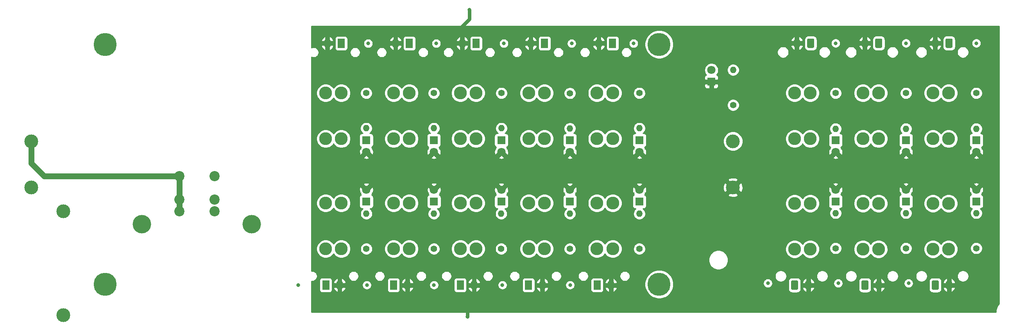
<source format=gbr>
G04 #@! TF.GenerationSoftware,KiCad,Pcbnew,(5.1.6)-1*
G04 #@! TF.CreationDate,2020-10-03T12:42:15-05:00*
G04 #@! TF.ProjectId,Power-Primary,506f7765-722d-4507-9269-6d6172792e6b,rev?*
G04 #@! TF.SameCoordinates,Original*
G04 #@! TF.FileFunction,Copper,L2,Bot*
G04 #@! TF.FilePolarity,Positive*
%FSLAX46Y46*%
G04 Gerber Fmt 4.6, Leading zero omitted, Abs format (unit mm)*
G04 Created by KiCad (PCBNEW (5.1.6)-1) date 2020-10-03 12:42:15*
%MOMM*%
%LPD*%
G01*
G04 APERTURE LIST*
G04 #@! TA.AperFunction,ComponentPad*
%ADD10O,1.400000X1.400000*%
G04 #@! TD*
G04 #@! TA.AperFunction,ComponentPad*
%ADD11C,1.400000*%
G04 #@! TD*
G04 #@! TA.AperFunction,ComponentPad*
%ADD12O,1.500000X2.020000*%
G04 #@! TD*
G04 #@! TA.AperFunction,ComponentPad*
%ADD13C,2.780000*%
G04 #@! TD*
G04 #@! TA.AperFunction,ComponentPad*
%ADD14C,1.800000*%
G04 #@! TD*
G04 #@! TA.AperFunction,ComponentPad*
%ADD15R,1.800000X1.800000*%
G04 #@! TD*
G04 #@! TA.AperFunction,WasherPad*
%ADD16C,4.000000*%
G04 #@! TD*
G04 #@! TA.AperFunction,ComponentPad*
%ADD17C,2.200000*%
G04 #@! TD*
G04 #@! TA.AperFunction,ComponentPad*
%ADD18C,3.000000*%
G04 #@! TD*
G04 #@! TA.AperFunction,WasherPad*
%ADD19C,5.000000*%
G04 #@! TD*
G04 #@! TA.AperFunction,ComponentPad*
%ADD20R,1.500000X2.000000*%
G04 #@! TD*
G04 #@! TA.AperFunction,ComponentPad*
%ADD21O,1.500000X2.000000*%
G04 #@! TD*
G04 #@! TA.AperFunction,ViaPad*
%ADD22C,0.800000*%
G04 #@! TD*
G04 #@! TA.AperFunction,Conductor*
%ADD23C,0.800000*%
G04 #@! TD*
G04 #@! TA.AperFunction,Conductor*
%ADD24C,1.250000*%
G04 #@! TD*
G04 #@! TA.AperFunction,Conductor*
%ADD25C,0.254000*%
G04 #@! TD*
G04 APERTURE END LIST*
D10*
X200660000Y-84580400D03*
D11*
X200660000Y-76860400D03*
D10*
X215900000Y-84580400D03*
D11*
X215900000Y-76860400D03*
D10*
X231140000Y-84580400D03*
D11*
X231140000Y-76860400D03*
D10*
X231140000Y-102870000D03*
D11*
X231140000Y-110490000D03*
D10*
X215900000Y-102870000D03*
D11*
X215900000Y-110490000D03*
D10*
X200660000Y-102870000D03*
D11*
X200660000Y-110490000D03*
D12*
X192270000Y-66040000D03*
G04 #@! TA.AperFunction,ComponentPad*
G36*
G01*
X196020000Y-65280000D02*
X196020000Y-66800000D01*
G75*
G02*
X195770000Y-67050000I-250000J0D01*
G01*
X194770000Y-67050000D01*
G75*
G02*
X194520000Y-66800000I0J250000D01*
G01*
X194520000Y-65280000D01*
G75*
G02*
X194770000Y-65030000I250000J0D01*
G01*
X195770000Y-65030000D01*
G75*
G02*
X196020000Y-65280000I0J-250000D01*
G01*
G37*
G04 #@! TD.AperFunction*
X207002000Y-66040000D03*
G04 #@! TA.AperFunction,ComponentPad*
G36*
G01*
X210752000Y-65280000D02*
X210752000Y-66800000D01*
G75*
G02*
X210502000Y-67050000I-250000J0D01*
G01*
X209502000Y-67050000D01*
G75*
G02*
X209252000Y-66800000I0J250000D01*
G01*
X209252000Y-65280000D01*
G75*
G02*
X209502000Y-65030000I250000J0D01*
G01*
X210502000Y-65030000D01*
G75*
G02*
X210752000Y-65280000I0J-250000D01*
G01*
G37*
G04 #@! TD.AperFunction*
X222234000Y-66040000D03*
G04 #@! TA.AperFunction,ComponentPad*
G36*
G01*
X225984000Y-65280000D02*
X225984000Y-66800000D01*
G75*
G02*
X225734000Y-67050000I-250000J0D01*
G01*
X224734000Y-67050000D01*
G75*
G02*
X224484000Y-66800000I0J250000D01*
G01*
X224484000Y-65280000D01*
G75*
G02*
X224734000Y-65030000I250000J0D01*
G01*
X225734000Y-65030000D01*
G75*
G02*
X225984000Y-65280000I0J-250000D01*
G01*
G37*
G04 #@! TD.AperFunction*
X225250000Y-118491000D03*
G04 #@! TA.AperFunction,ComponentPad*
G36*
G01*
X221500000Y-119251000D02*
X221500000Y-117731000D01*
G75*
G02*
X221750000Y-117481000I250000J0D01*
G01*
X222750000Y-117481000D01*
G75*
G02*
X223000000Y-117731000I0J-250000D01*
G01*
X223000000Y-119251000D01*
G75*
G02*
X222750000Y-119501000I-250000J0D01*
G01*
X221750000Y-119501000D01*
G75*
G02*
X221500000Y-119251000I0J250000D01*
G01*
G37*
G04 #@! TD.AperFunction*
X210010000Y-118491000D03*
G04 #@! TA.AperFunction,ComponentPad*
G36*
G01*
X206260000Y-119251000D02*
X206260000Y-117731000D01*
G75*
G02*
X206510000Y-117481000I250000J0D01*
G01*
X207510000Y-117481000D01*
G75*
G02*
X207760000Y-117731000I0J-250000D01*
G01*
X207760000Y-119251000D01*
G75*
G02*
X207510000Y-119501000I-250000J0D01*
G01*
X206510000Y-119501000D01*
G75*
G02*
X206260000Y-119251000I0J250000D01*
G01*
G37*
G04 #@! TD.AperFunction*
X194770000Y-118491000D03*
G04 #@! TA.AperFunction,ComponentPad*
G36*
G01*
X191020000Y-119251000D02*
X191020000Y-117731000D01*
G75*
G02*
X191270000Y-117481000I250000J0D01*
G01*
X192270000Y-117481000D01*
G75*
G02*
X192520000Y-117731000I0J-250000D01*
G01*
X192520000Y-119251000D01*
G75*
G02*
X192270000Y-119501000I-250000J0D01*
G01*
X191270000Y-119501000D01*
G75*
G02*
X191020000Y-119251000I0J250000D01*
G01*
G37*
G04 #@! TD.AperFunction*
D13*
X195170000Y-76846400D03*
X191770000Y-76846400D03*
X195170000Y-86766400D03*
X191770000Y-86766400D03*
X209952600Y-76846400D03*
X206552600Y-76846400D03*
X209952600Y-86766400D03*
X206552600Y-86766400D03*
X225150000Y-76846400D03*
X221750000Y-76846400D03*
X225150000Y-86766400D03*
X221750000Y-86766400D03*
X221750000Y-110686400D03*
X225150000Y-110686400D03*
X221750000Y-100766400D03*
X225150000Y-100766400D03*
X206552600Y-110686400D03*
X209952600Y-110686400D03*
X206552600Y-100766400D03*
X209952600Y-100766400D03*
X195170000Y-100766400D03*
X191770000Y-100766400D03*
X195170000Y-110686400D03*
X191770000Y-110686400D03*
D14*
X200660000Y-89636600D03*
D15*
X200660000Y-87096600D03*
D14*
X215900000Y-89636600D03*
D15*
X215900000Y-87096600D03*
D14*
X231140000Y-89636600D03*
D15*
X231140000Y-87096600D03*
D14*
X231140000Y-97790000D03*
D15*
X231140000Y-100330000D03*
D14*
X215900000Y-97790000D03*
D15*
X215900000Y-100330000D03*
D14*
X200660000Y-97790000D03*
D15*
X200660000Y-100330000D03*
D16*
X74155880Y-105283920D03*
X50415880Y-105283920D03*
D17*
X66095880Y-102483920D03*
X66095880Y-99943920D03*
X58475880Y-102483920D03*
X58475880Y-99943920D03*
X66095880Y-94863920D03*
X58475880Y-94863920D03*
D18*
X26430200Y-87301000D03*
X26430200Y-97301000D03*
D19*
X162430200Y-66301000D03*
X42430200Y-118301000D03*
X42430200Y-66301000D03*
X162430200Y-118301000D03*
D18*
X178430200Y-87301000D03*
X178430200Y-97301000D03*
D10*
X99009200Y-102997000D03*
D11*
X99009200Y-110617000D03*
X113639600Y-110617000D03*
D10*
X113639600Y-102997000D03*
X128219200Y-102997000D03*
D11*
X128219200Y-110617000D03*
X143103600Y-110617000D03*
D10*
X143103600Y-102997000D03*
X158140400Y-102997000D03*
D11*
X158140400Y-110617000D03*
D10*
X158140400Y-84480400D03*
D11*
X158140400Y-76860400D03*
X143103600Y-76885800D03*
D10*
X143103600Y-84505800D03*
X128270000Y-84480400D03*
D11*
X128270000Y-76860400D03*
X113639600Y-76860400D03*
D10*
X113639600Y-84480400D03*
X98983800Y-84480400D03*
D11*
X98983800Y-76860400D03*
D20*
X152349200Y-66065400D03*
D21*
X149349200Y-66065400D03*
D13*
X122754600Y-76846400D03*
X119354600Y-76846400D03*
X122754600Y-86766400D03*
X119354600Y-86766400D03*
D21*
X105331000Y-66065400D03*
D20*
X108331000Y-66065400D03*
D13*
X108327400Y-76846400D03*
X104927400Y-76846400D03*
X108327400Y-86766400D03*
X104927400Y-86766400D03*
D15*
X99009200Y-87096600D03*
D14*
X99009200Y-89636600D03*
X99009200Y-97840800D03*
D15*
X99009200Y-100380800D03*
X113665000Y-100380800D03*
D14*
X113665000Y-97840800D03*
D15*
X128244600Y-100380800D03*
D14*
X128244600Y-97840800D03*
X143103600Y-97840800D03*
D15*
X143103600Y-100380800D03*
X158140400Y-100380800D03*
D14*
X158140400Y-97840800D03*
D15*
X158165800Y-87096600D03*
D14*
X158165800Y-89636600D03*
X143103600Y-89636600D03*
D15*
X143103600Y-87096600D03*
X128244600Y-87096600D03*
D14*
X128244600Y-89636600D03*
D15*
X113614200Y-87096600D03*
D14*
X113614200Y-89636600D03*
D13*
X93595400Y-100698300D03*
X90195400Y-100698300D03*
X93595400Y-110618300D03*
X90195400Y-110618300D03*
X108327400Y-100698300D03*
X104927400Y-100698300D03*
X108327400Y-110618300D03*
X104927400Y-110618300D03*
X119354600Y-110618300D03*
X122754600Y-110618300D03*
X119354600Y-100698300D03*
X122754600Y-100698300D03*
X137588400Y-100698300D03*
X134188400Y-100698300D03*
X137588400Y-110618300D03*
X134188400Y-110618300D03*
X152371000Y-100698300D03*
X148971000Y-100698300D03*
X152371000Y-110618300D03*
X148971000Y-110618300D03*
X152371000Y-76846400D03*
X148971000Y-76846400D03*
X152371000Y-86766400D03*
X148971000Y-86766400D03*
X137588400Y-76846400D03*
X134188400Y-76846400D03*
X137588400Y-86766400D03*
X134188400Y-86766400D03*
D20*
X90220800Y-118491000D03*
D21*
X93220800Y-118491000D03*
X107902000Y-118491000D03*
D20*
X104902000Y-118491000D03*
D21*
X122354600Y-118491000D03*
D20*
X119354600Y-118491000D03*
D21*
X137137400Y-118491000D03*
D20*
X134137400Y-118491000D03*
D21*
X151996400Y-118491000D03*
D20*
X148996400Y-118491000D03*
X137617200Y-66065400D03*
D21*
X134617200Y-66065400D03*
X119783600Y-66065400D03*
D20*
X122783600Y-66065400D03*
D13*
X93595400Y-76846400D03*
X90195400Y-76846400D03*
X93595400Y-86766400D03*
X90195400Y-86766400D03*
D21*
X90573600Y-66065400D03*
D20*
X93573600Y-66065400D03*
D15*
X173761400Y-74396600D03*
D14*
X173761400Y-71856600D03*
D11*
X178460400Y-79451200D03*
D10*
X178460400Y-71831200D03*
D18*
X33324800Y-102514400D03*
X33324800Y-125014400D03*
D22*
X121310400Y-58750200D03*
X120878600Y-125349000D03*
X84206080Y-118460520D03*
X99110800Y-118460520D03*
X113654840Y-118460520D03*
X128483360Y-118460520D03*
X143149320Y-118460520D03*
X156895800Y-66090800D03*
X143484600Y-66090800D03*
X128803400Y-66090800D03*
X114147600Y-66090800D03*
X99390200Y-66090800D03*
X185978800Y-118079520D03*
X201218800Y-118079520D03*
X216458800Y-118079520D03*
X231140000Y-66040000D03*
X215900000Y-66040000D03*
X200660000Y-66040000D03*
D23*
X120878600Y-125349000D02*
X120878600Y-124783315D01*
X120878600Y-124783315D02*
X120878600Y-123393200D01*
X120878600Y-123393200D02*
X122351800Y-121920000D01*
X121310400Y-58750200D02*
X121310400Y-60858400D01*
X121310400Y-60858400D02*
X119710200Y-62458600D01*
D24*
X58475880Y-94863920D02*
X58475880Y-99943920D01*
X58475880Y-99943920D02*
X58475880Y-102483920D01*
X26430200Y-92038400D02*
X26430200Y-87301000D01*
X58475880Y-94863920D02*
X29255720Y-94863920D01*
X29255720Y-94863920D02*
X26430200Y-92038400D01*
D25*
G36*
X236093000Y-122548094D02*
G01*
X235831637Y-122809457D01*
X235597988Y-123159138D01*
X235437047Y-123547684D01*
X235355000Y-123960161D01*
X235355000Y-124333000D01*
X87122000Y-124333000D01*
X87122000Y-117666000D01*
X87332588Y-117666000D01*
X87551867Y-117622383D01*
X87758424Y-117536824D01*
X87827004Y-117491000D01*
X88832728Y-117491000D01*
X88832728Y-119491000D01*
X88844988Y-119615482D01*
X88881298Y-119735180D01*
X88940263Y-119845494D01*
X89019615Y-119942185D01*
X89116306Y-120021537D01*
X89226620Y-120080502D01*
X89346318Y-120116812D01*
X89470800Y-120129072D01*
X90970800Y-120129072D01*
X91095282Y-120116812D01*
X91214980Y-120080502D01*
X91325294Y-120021537D01*
X91421985Y-119942185D01*
X91501337Y-119845494D01*
X91560302Y-119735180D01*
X91596612Y-119615482D01*
X91608872Y-119491000D01*
X91608872Y-119076542D01*
X91888546Y-119076542D01*
X91979606Y-119330005D01*
X92118364Y-119560832D01*
X92299488Y-119760154D01*
X92516018Y-119920310D01*
X92643736Y-120000056D01*
X92847800Y-119909144D01*
X92847800Y-118864000D01*
X93593800Y-118864000D01*
X93593800Y-119909144D01*
X93797864Y-120000056D01*
X93925582Y-119920310D01*
X94142112Y-119760154D01*
X94323236Y-119560832D01*
X94461994Y-119330005D01*
X94553054Y-119076542D01*
X94430392Y-118864000D01*
X93593800Y-118864000D01*
X92847800Y-118864000D01*
X92011208Y-118864000D01*
X91888546Y-119076542D01*
X91608872Y-119076542D01*
X91608872Y-118358581D01*
X98075800Y-118358581D01*
X98075800Y-118562459D01*
X98115574Y-118762418D01*
X98193595Y-118950776D01*
X98306863Y-119120294D01*
X98451026Y-119264457D01*
X98620544Y-119377725D01*
X98808902Y-119455746D01*
X99008861Y-119495520D01*
X99212739Y-119495520D01*
X99412698Y-119455746D01*
X99601056Y-119377725D01*
X99770574Y-119264457D01*
X99914737Y-119120294D01*
X100028005Y-118950776D01*
X100106026Y-118762418D01*
X100145800Y-118562459D01*
X100145800Y-118358581D01*
X100106026Y-118158622D01*
X100028005Y-117970264D01*
X99914737Y-117800746D01*
X99770574Y-117656583D01*
X99601056Y-117543315D01*
X99412698Y-117465294D01*
X99212739Y-117425520D01*
X99008861Y-117425520D01*
X98808902Y-117465294D01*
X98620544Y-117543315D01*
X98451026Y-117656583D01*
X98306863Y-117800746D01*
X98193595Y-117970264D01*
X98115574Y-118158622D01*
X98075800Y-118358581D01*
X91608872Y-118358581D01*
X91608872Y-117905458D01*
X91888546Y-117905458D01*
X92011208Y-118118000D01*
X92847800Y-118118000D01*
X92847800Y-117072856D01*
X93593800Y-117072856D01*
X93593800Y-118118000D01*
X94430392Y-118118000D01*
X94553054Y-117905458D01*
X94461994Y-117651995D01*
X94323236Y-117421168D01*
X94142112Y-117221846D01*
X93925582Y-117061690D01*
X93797864Y-116981944D01*
X93593800Y-117072856D01*
X92847800Y-117072856D01*
X92643736Y-116981944D01*
X92516018Y-117061690D01*
X92299488Y-117221846D01*
X92118364Y-117421168D01*
X91979606Y-117651995D01*
X91888546Y-117905458D01*
X91608872Y-117905458D01*
X91608872Y-117491000D01*
X91596612Y-117366518D01*
X91560302Y-117246820D01*
X91501337Y-117136506D01*
X91421985Y-117039815D01*
X91325294Y-116960463D01*
X91214980Y-116901498D01*
X91095282Y-116865188D01*
X90970800Y-116852928D01*
X89470800Y-116852928D01*
X89346318Y-116865188D01*
X89226620Y-116901498D01*
X89116306Y-116960463D01*
X89019615Y-117039815D01*
X88940263Y-117136506D01*
X88881298Y-117246820D01*
X88844988Y-117366518D01*
X88832728Y-117491000D01*
X87827004Y-117491000D01*
X87944320Y-117412612D01*
X88102412Y-117254520D01*
X88226624Y-117068624D01*
X88312183Y-116862067D01*
X88355800Y-116642788D01*
X88355800Y-116419212D01*
X95085800Y-116419212D01*
X95085800Y-116642788D01*
X95129417Y-116862067D01*
X95214976Y-117068624D01*
X95339188Y-117254520D01*
X95497280Y-117412612D01*
X95683176Y-117536824D01*
X95889733Y-117622383D01*
X96109012Y-117666000D01*
X96332588Y-117666000D01*
X96551867Y-117622383D01*
X96758424Y-117536824D01*
X96944320Y-117412612D01*
X97102412Y-117254520D01*
X97226624Y-117068624D01*
X97312183Y-116862067D01*
X97355800Y-116642788D01*
X97355800Y-116419212D01*
X100767000Y-116419212D01*
X100767000Y-116642788D01*
X100810617Y-116862067D01*
X100896176Y-117068624D01*
X101020388Y-117254520D01*
X101178480Y-117412612D01*
X101364376Y-117536824D01*
X101570933Y-117622383D01*
X101790212Y-117666000D01*
X102013788Y-117666000D01*
X102233067Y-117622383D01*
X102439624Y-117536824D01*
X102508204Y-117491000D01*
X103513928Y-117491000D01*
X103513928Y-119491000D01*
X103526188Y-119615482D01*
X103562498Y-119735180D01*
X103621463Y-119845494D01*
X103700815Y-119942185D01*
X103797506Y-120021537D01*
X103907820Y-120080502D01*
X104027518Y-120116812D01*
X104152000Y-120129072D01*
X105652000Y-120129072D01*
X105776482Y-120116812D01*
X105896180Y-120080502D01*
X106006494Y-120021537D01*
X106103185Y-119942185D01*
X106182537Y-119845494D01*
X106241502Y-119735180D01*
X106277812Y-119615482D01*
X106290072Y-119491000D01*
X106290072Y-119076542D01*
X106569746Y-119076542D01*
X106660806Y-119330005D01*
X106799564Y-119560832D01*
X106980688Y-119760154D01*
X107197218Y-119920310D01*
X107324936Y-120000056D01*
X107529000Y-119909144D01*
X107529000Y-118864000D01*
X108275000Y-118864000D01*
X108275000Y-119909144D01*
X108479064Y-120000056D01*
X108606782Y-119920310D01*
X108823312Y-119760154D01*
X109004436Y-119560832D01*
X109143194Y-119330005D01*
X109234254Y-119076542D01*
X109111592Y-118864000D01*
X108275000Y-118864000D01*
X107529000Y-118864000D01*
X106692408Y-118864000D01*
X106569746Y-119076542D01*
X106290072Y-119076542D01*
X106290072Y-118358581D01*
X112619840Y-118358581D01*
X112619840Y-118562459D01*
X112659614Y-118762418D01*
X112737635Y-118950776D01*
X112850903Y-119120294D01*
X112995066Y-119264457D01*
X113164584Y-119377725D01*
X113352942Y-119455746D01*
X113552901Y-119495520D01*
X113756779Y-119495520D01*
X113956738Y-119455746D01*
X114145096Y-119377725D01*
X114314614Y-119264457D01*
X114458777Y-119120294D01*
X114572045Y-118950776D01*
X114650066Y-118762418D01*
X114689840Y-118562459D01*
X114689840Y-118358581D01*
X114650066Y-118158622D01*
X114572045Y-117970264D01*
X114458777Y-117800746D01*
X114314614Y-117656583D01*
X114145096Y-117543315D01*
X113956738Y-117465294D01*
X113756779Y-117425520D01*
X113552901Y-117425520D01*
X113352942Y-117465294D01*
X113164584Y-117543315D01*
X112995066Y-117656583D01*
X112850903Y-117800746D01*
X112737635Y-117970264D01*
X112659614Y-118158622D01*
X112619840Y-118358581D01*
X106290072Y-118358581D01*
X106290072Y-117905458D01*
X106569746Y-117905458D01*
X106692408Y-118118000D01*
X107529000Y-118118000D01*
X107529000Y-117072856D01*
X108275000Y-117072856D01*
X108275000Y-118118000D01*
X109111592Y-118118000D01*
X109234254Y-117905458D01*
X109143194Y-117651995D01*
X109004436Y-117421168D01*
X108823312Y-117221846D01*
X108606782Y-117061690D01*
X108479064Y-116981944D01*
X108275000Y-117072856D01*
X107529000Y-117072856D01*
X107324936Y-116981944D01*
X107197218Y-117061690D01*
X106980688Y-117221846D01*
X106799564Y-117421168D01*
X106660806Y-117651995D01*
X106569746Y-117905458D01*
X106290072Y-117905458D01*
X106290072Y-117491000D01*
X106277812Y-117366518D01*
X106241502Y-117246820D01*
X106182537Y-117136506D01*
X106103185Y-117039815D01*
X106006494Y-116960463D01*
X105896180Y-116901498D01*
X105776482Y-116865188D01*
X105652000Y-116852928D01*
X104152000Y-116852928D01*
X104027518Y-116865188D01*
X103907820Y-116901498D01*
X103797506Y-116960463D01*
X103700815Y-117039815D01*
X103621463Y-117136506D01*
X103562498Y-117246820D01*
X103526188Y-117366518D01*
X103513928Y-117491000D01*
X102508204Y-117491000D01*
X102625520Y-117412612D01*
X102783612Y-117254520D01*
X102907824Y-117068624D01*
X102993383Y-116862067D01*
X103037000Y-116642788D01*
X103037000Y-116419212D01*
X109767000Y-116419212D01*
X109767000Y-116642788D01*
X109810617Y-116862067D01*
X109896176Y-117068624D01*
X110020388Y-117254520D01*
X110178480Y-117412612D01*
X110364376Y-117536824D01*
X110570933Y-117622383D01*
X110790212Y-117666000D01*
X111013788Y-117666000D01*
X111233067Y-117622383D01*
X111439624Y-117536824D01*
X111625520Y-117412612D01*
X111783612Y-117254520D01*
X111907824Y-117068624D01*
X111993383Y-116862067D01*
X112037000Y-116642788D01*
X112037000Y-116419212D01*
X115219600Y-116419212D01*
X115219600Y-116642788D01*
X115263217Y-116862067D01*
X115348776Y-117068624D01*
X115472988Y-117254520D01*
X115631080Y-117412612D01*
X115816976Y-117536824D01*
X116023533Y-117622383D01*
X116242812Y-117666000D01*
X116466388Y-117666000D01*
X116685667Y-117622383D01*
X116892224Y-117536824D01*
X116960804Y-117491000D01*
X117966528Y-117491000D01*
X117966528Y-119491000D01*
X117978788Y-119615482D01*
X118015098Y-119735180D01*
X118074063Y-119845494D01*
X118153415Y-119942185D01*
X118250106Y-120021537D01*
X118360420Y-120080502D01*
X118480118Y-120116812D01*
X118604600Y-120129072D01*
X120104600Y-120129072D01*
X120229082Y-120116812D01*
X120348780Y-120080502D01*
X120459094Y-120021537D01*
X120555785Y-119942185D01*
X120635137Y-119845494D01*
X120694102Y-119735180D01*
X120730412Y-119615482D01*
X120742672Y-119491000D01*
X120742672Y-119076542D01*
X121022346Y-119076542D01*
X121113406Y-119330005D01*
X121252164Y-119560832D01*
X121433288Y-119760154D01*
X121649818Y-119920310D01*
X121777536Y-120000056D01*
X121981600Y-119909144D01*
X121981600Y-118864000D01*
X122727600Y-118864000D01*
X122727600Y-119909144D01*
X122931664Y-120000056D01*
X123059382Y-119920310D01*
X123275912Y-119760154D01*
X123457036Y-119560832D01*
X123595794Y-119330005D01*
X123686854Y-119076542D01*
X123564192Y-118864000D01*
X122727600Y-118864000D01*
X121981600Y-118864000D01*
X121145008Y-118864000D01*
X121022346Y-119076542D01*
X120742672Y-119076542D01*
X120742672Y-118358581D01*
X127448360Y-118358581D01*
X127448360Y-118562459D01*
X127488134Y-118762418D01*
X127566155Y-118950776D01*
X127679423Y-119120294D01*
X127823586Y-119264457D01*
X127993104Y-119377725D01*
X128181462Y-119455746D01*
X128381421Y-119495520D01*
X128585299Y-119495520D01*
X128785258Y-119455746D01*
X128973616Y-119377725D01*
X129143134Y-119264457D01*
X129287297Y-119120294D01*
X129400565Y-118950776D01*
X129478586Y-118762418D01*
X129518360Y-118562459D01*
X129518360Y-118358581D01*
X129478586Y-118158622D01*
X129400565Y-117970264D01*
X129287297Y-117800746D01*
X129143134Y-117656583D01*
X128973616Y-117543315D01*
X128785258Y-117465294D01*
X128585299Y-117425520D01*
X128381421Y-117425520D01*
X128181462Y-117465294D01*
X127993104Y-117543315D01*
X127823586Y-117656583D01*
X127679423Y-117800746D01*
X127566155Y-117970264D01*
X127488134Y-118158622D01*
X127448360Y-118358581D01*
X120742672Y-118358581D01*
X120742672Y-117905458D01*
X121022346Y-117905458D01*
X121145008Y-118118000D01*
X121981600Y-118118000D01*
X121981600Y-117072856D01*
X122727600Y-117072856D01*
X122727600Y-118118000D01*
X123564192Y-118118000D01*
X123686854Y-117905458D01*
X123595794Y-117651995D01*
X123457036Y-117421168D01*
X123275912Y-117221846D01*
X123059382Y-117061690D01*
X122931664Y-116981944D01*
X122727600Y-117072856D01*
X121981600Y-117072856D01*
X121777536Y-116981944D01*
X121649818Y-117061690D01*
X121433288Y-117221846D01*
X121252164Y-117421168D01*
X121113406Y-117651995D01*
X121022346Y-117905458D01*
X120742672Y-117905458D01*
X120742672Y-117491000D01*
X120730412Y-117366518D01*
X120694102Y-117246820D01*
X120635137Y-117136506D01*
X120555785Y-117039815D01*
X120459094Y-116960463D01*
X120348780Y-116901498D01*
X120229082Y-116865188D01*
X120104600Y-116852928D01*
X118604600Y-116852928D01*
X118480118Y-116865188D01*
X118360420Y-116901498D01*
X118250106Y-116960463D01*
X118153415Y-117039815D01*
X118074063Y-117136506D01*
X118015098Y-117246820D01*
X117978788Y-117366518D01*
X117966528Y-117491000D01*
X116960804Y-117491000D01*
X117078120Y-117412612D01*
X117236212Y-117254520D01*
X117360424Y-117068624D01*
X117445983Y-116862067D01*
X117489600Y-116642788D01*
X117489600Y-116419212D01*
X124219600Y-116419212D01*
X124219600Y-116642788D01*
X124263217Y-116862067D01*
X124348776Y-117068624D01*
X124472988Y-117254520D01*
X124631080Y-117412612D01*
X124816976Y-117536824D01*
X125023533Y-117622383D01*
X125242812Y-117666000D01*
X125466388Y-117666000D01*
X125685667Y-117622383D01*
X125892224Y-117536824D01*
X126078120Y-117412612D01*
X126236212Y-117254520D01*
X126360424Y-117068624D01*
X126445983Y-116862067D01*
X126489600Y-116642788D01*
X126489600Y-116419212D01*
X130002400Y-116419212D01*
X130002400Y-116642788D01*
X130046017Y-116862067D01*
X130131576Y-117068624D01*
X130255788Y-117254520D01*
X130413880Y-117412612D01*
X130599776Y-117536824D01*
X130806333Y-117622383D01*
X131025612Y-117666000D01*
X131249188Y-117666000D01*
X131468467Y-117622383D01*
X131675024Y-117536824D01*
X131743604Y-117491000D01*
X132749328Y-117491000D01*
X132749328Y-119491000D01*
X132761588Y-119615482D01*
X132797898Y-119735180D01*
X132856863Y-119845494D01*
X132936215Y-119942185D01*
X133032906Y-120021537D01*
X133143220Y-120080502D01*
X133262918Y-120116812D01*
X133387400Y-120129072D01*
X134887400Y-120129072D01*
X135011882Y-120116812D01*
X135131580Y-120080502D01*
X135241894Y-120021537D01*
X135338585Y-119942185D01*
X135417937Y-119845494D01*
X135476902Y-119735180D01*
X135513212Y-119615482D01*
X135525472Y-119491000D01*
X135525472Y-119076542D01*
X135805146Y-119076542D01*
X135896206Y-119330005D01*
X136034964Y-119560832D01*
X136216088Y-119760154D01*
X136432618Y-119920310D01*
X136560336Y-120000056D01*
X136764400Y-119909144D01*
X136764400Y-118864000D01*
X137510400Y-118864000D01*
X137510400Y-119909144D01*
X137714464Y-120000056D01*
X137842182Y-119920310D01*
X138058712Y-119760154D01*
X138239836Y-119560832D01*
X138378594Y-119330005D01*
X138469654Y-119076542D01*
X138346992Y-118864000D01*
X137510400Y-118864000D01*
X136764400Y-118864000D01*
X135927808Y-118864000D01*
X135805146Y-119076542D01*
X135525472Y-119076542D01*
X135525472Y-118358581D01*
X142114320Y-118358581D01*
X142114320Y-118562459D01*
X142154094Y-118762418D01*
X142232115Y-118950776D01*
X142345383Y-119120294D01*
X142489546Y-119264457D01*
X142659064Y-119377725D01*
X142847422Y-119455746D01*
X143047381Y-119495520D01*
X143251259Y-119495520D01*
X143451218Y-119455746D01*
X143639576Y-119377725D01*
X143809094Y-119264457D01*
X143953257Y-119120294D01*
X144066525Y-118950776D01*
X144144546Y-118762418D01*
X144184320Y-118562459D01*
X144184320Y-118358581D01*
X144144546Y-118158622D01*
X144066525Y-117970264D01*
X143953257Y-117800746D01*
X143809094Y-117656583D01*
X143639576Y-117543315D01*
X143451218Y-117465294D01*
X143251259Y-117425520D01*
X143047381Y-117425520D01*
X142847422Y-117465294D01*
X142659064Y-117543315D01*
X142489546Y-117656583D01*
X142345383Y-117800746D01*
X142232115Y-117970264D01*
X142154094Y-118158622D01*
X142114320Y-118358581D01*
X135525472Y-118358581D01*
X135525472Y-117905458D01*
X135805146Y-117905458D01*
X135927808Y-118118000D01*
X136764400Y-118118000D01*
X136764400Y-117072856D01*
X137510400Y-117072856D01*
X137510400Y-118118000D01*
X138346992Y-118118000D01*
X138469654Y-117905458D01*
X138378594Y-117651995D01*
X138239836Y-117421168D01*
X138058712Y-117221846D01*
X137842182Y-117061690D01*
X137714464Y-116981944D01*
X137510400Y-117072856D01*
X136764400Y-117072856D01*
X136560336Y-116981944D01*
X136432618Y-117061690D01*
X136216088Y-117221846D01*
X136034964Y-117421168D01*
X135896206Y-117651995D01*
X135805146Y-117905458D01*
X135525472Y-117905458D01*
X135525472Y-117491000D01*
X135513212Y-117366518D01*
X135476902Y-117246820D01*
X135417937Y-117136506D01*
X135338585Y-117039815D01*
X135241894Y-116960463D01*
X135131580Y-116901498D01*
X135011882Y-116865188D01*
X134887400Y-116852928D01*
X133387400Y-116852928D01*
X133262918Y-116865188D01*
X133143220Y-116901498D01*
X133032906Y-116960463D01*
X132936215Y-117039815D01*
X132856863Y-117136506D01*
X132797898Y-117246820D01*
X132761588Y-117366518D01*
X132749328Y-117491000D01*
X131743604Y-117491000D01*
X131860920Y-117412612D01*
X132019012Y-117254520D01*
X132143224Y-117068624D01*
X132228783Y-116862067D01*
X132272400Y-116642788D01*
X132272400Y-116419212D01*
X139002400Y-116419212D01*
X139002400Y-116642788D01*
X139046017Y-116862067D01*
X139131576Y-117068624D01*
X139255788Y-117254520D01*
X139413880Y-117412612D01*
X139599776Y-117536824D01*
X139806333Y-117622383D01*
X140025612Y-117666000D01*
X140249188Y-117666000D01*
X140468467Y-117622383D01*
X140675024Y-117536824D01*
X140860920Y-117412612D01*
X141019012Y-117254520D01*
X141143224Y-117068624D01*
X141228783Y-116862067D01*
X141272400Y-116642788D01*
X141272400Y-116419212D01*
X144861400Y-116419212D01*
X144861400Y-116642788D01*
X144905017Y-116862067D01*
X144990576Y-117068624D01*
X145114788Y-117254520D01*
X145272880Y-117412612D01*
X145458776Y-117536824D01*
X145665333Y-117622383D01*
X145884612Y-117666000D01*
X146108188Y-117666000D01*
X146327467Y-117622383D01*
X146534024Y-117536824D01*
X146602604Y-117491000D01*
X147608328Y-117491000D01*
X147608328Y-119491000D01*
X147620588Y-119615482D01*
X147656898Y-119735180D01*
X147715863Y-119845494D01*
X147795215Y-119942185D01*
X147891906Y-120021537D01*
X148002220Y-120080502D01*
X148121918Y-120116812D01*
X148246400Y-120129072D01*
X149746400Y-120129072D01*
X149870882Y-120116812D01*
X149990580Y-120080502D01*
X150100894Y-120021537D01*
X150197585Y-119942185D01*
X150276937Y-119845494D01*
X150335902Y-119735180D01*
X150372212Y-119615482D01*
X150384472Y-119491000D01*
X150384472Y-119076542D01*
X150664146Y-119076542D01*
X150755206Y-119330005D01*
X150893964Y-119560832D01*
X151075088Y-119760154D01*
X151291618Y-119920310D01*
X151419336Y-120000056D01*
X151623400Y-119909144D01*
X151623400Y-118864000D01*
X152369400Y-118864000D01*
X152369400Y-119909144D01*
X152573464Y-120000056D01*
X152701182Y-119920310D01*
X152917712Y-119760154D01*
X153098836Y-119560832D01*
X153237594Y-119330005D01*
X153328654Y-119076542D01*
X153205992Y-118864000D01*
X152369400Y-118864000D01*
X151623400Y-118864000D01*
X150786808Y-118864000D01*
X150664146Y-119076542D01*
X150384472Y-119076542D01*
X150384472Y-117905458D01*
X150664146Y-117905458D01*
X150786808Y-118118000D01*
X151623400Y-118118000D01*
X151623400Y-117072856D01*
X152369400Y-117072856D01*
X152369400Y-118118000D01*
X153205992Y-118118000D01*
X153278576Y-117992229D01*
X159295200Y-117992229D01*
X159295200Y-118609771D01*
X159415676Y-119215446D01*
X159651999Y-119785979D01*
X159995086Y-120299446D01*
X160431754Y-120736114D01*
X160945221Y-121079201D01*
X161515754Y-121315524D01*
X162121429Y-121436000D01*
X162738971Y-121436000D01*
X163344646Y-121315524D01*
X163915179Y-121079201D01*
X164428646Y-120736114D01*
X164865314Y-120299446D01*
X165208401Y-119785979D01*
X165444724Y-119215446D01*
X165565200Y-118609771D01*
X165565200Y-117992229D01*
X165562287Y-117977581D01*
X184943800Y-117977581D01*
X184943800Y-118181459D01*
X184983574Y-118381418D01*
X185061595Y-118569776D01*
X185174863Y-118739294D01*
X185319026Y-118883457D01*
X185488544Y-118996725D01*
X185676902Y-119074746D01*
X185876861Y-119114520D01*
X186080739Y-119114520D01*
X186280698Y-119074746D01*
X186469056Y-118996725D01*
X186638574Y-118883457D01*
X186782737Y-118739294D01*
X186896005Y-118569776D01*
X186974026Y-118381418D01*
X187013800Y-118181459D01*
X187013800Y-117977581D01*
X186974026Y-117777622D01*
X186896005Y-117589264D01*
X186782737Y-117419746D01*
X186638574Y-117275583D01*
X186469056Y-117162315D01*
X186280698Y-117084294D01*
X186080739Y-117044520D01*
X185876861Y-117044520D01*
X185676902Y-117084294D01*
X185488544Y-117162315D01*
X185319026Y-117275583D01*
X185174863Y-117419746D01*
X185061595Y-117589264D01*
X184983574Y-117777622D01*
X184943800Y-117977581D01*
X165562287Y-117977581D01*
X165444724Y-117386554D01*
X165208401Y-116816021D01*
X164934379Y-116405916D01*
X187500000Y-116405916D01*
X187500000Y-116656084D01*
X187548805Y-116901445D01*
X187644541Y-117132571D01*
X187783527Y-117340578D01*
X187960422Y-117517473D01*
X188168429Y-117656459D01*
X188399555Y-117752195D01*
X188644916Y-117801000D01*
X188895084Y-117801000D01*
X189140445Y-117752195D01*
X189191614Y-117731000D01*
X190381928Y-117731000D01*
X190381928Y-119251000D01*
X190398992Y-119424254D01*
X190449528Y-119590850D01*
X190531595Y-119744386D01*
X190642038Y-119878962D01*
X190776614Y-119989405D01*
X190930150Y-120071472D01*
X191096746Y-120122008D01*
X191270000Y-120139072D01*
X192270000Y-120139072D01*
X192443254Y-120122008D01*
X192609850Y-120071472D01*
X192763386Y-119989405D01*
X192897962Y-119878962D01*
X193008405Y-119744386D01*
X193090472Y-119590850D01*
X193141008Y-119424254D01*
X193158072Y-119251000D01*
X193158072Y-119076878D01*
X193434836Y-119076878D01*
X193524066Y-119331094D01*
X193661177Y-119563017D01*
X193840899Y-119763735D01*
X194056326Y-119925534D01*
X194192936Y-120010056D01*
X194397000Y-119919144D01*
X194397000Y-118864000D01*
X195143000Y-118864000D01*
X195143000Y-119919144D01*
X195347064Y-120010056D01*
X195483674Y-119925534D01*
X195699101Y-119763735D01*
X195878823Y-119563017D01*
X196015934Y-119331094D01*
X196105164Y-119076878D01*
X195980954Y-118864000D01*
X195143000Y-118864000D01*
X194397000Y-118864000D01*
X193559046Y-118864000D01*
X193434836Y-119076878D01*
X193158072Y-119076878D01*
X193158072Y-117905122D01*
X193434836Y-117905122D01*
X193559046Y-118118000D01*
X194397000Y-118118000D01*
X194397000Y-117062856D01*
X195143000Y-117062856D01*
X195143000Y-118118000D01*
X195980954Y-118118000D01*
X196062885Y-117977581D01*
X200183800Y-117977581D01*
X200183800Y-118181459D01*
X200223574Y-118381418D01*
X200301595Y-118569776D01*
X200414863Y-118739294D01*
X200559026Y-118883457D01*
X200728544Y-118996725D01*
X200916902Y-119074746D01*
X201116861Y-119114520D01*
X201320739Y-119114520D01*
X201520698Y-119074746D01*
X201709056Y-118996725D01*
X201878574Y-118883457D01*
X202022737Y-118739294D01*
X202136005Y-118569776D01*
X202214026Y-118381418D01*
X202253800Y-118181459D01*
X202253800Y-117977581D01*
X202214026Y-117777622D01*
X202136005Y-117589264D01*
X202022737Y-117419746D01*
X201878574Y-117275583D01*
X201709056Y-117162315D01*
X201520698Y-117084294D01*
X201320739Y-117044520D01*
X201116861Y-117044520D01*
X200916902Y-117084294D01*
X200728544Y-117162315D01*
X200559026Y-117275583D01*
X200414863Y-117419746D01*
X200301595Y-117589264D01*
X200223574Y-117777622D01*
X200183800Y-117977581D01*
X196062885Y-117977581D01*
X196105164Y-117905122D01*
X196015934Y-117650906D01*
X195878823Y-117418983D01*
X195699101Y-117218265D01*
X195483674Y-117056466D01*
X195347064Y-116971944D01*
X195143000Y-117062856D01*
X194397000Y-117062856D01*
X194192936Y-116971944D01*
X194056326Y-117056466D01*
X193840899Y-117218265D01*
X193661177Y-117418983D01*
X193524066Y-117650906D01*
X193434836Y-117905122D01*
X193158072Y-117905122D01*
X193158072Y-117731000D01*
X193141008Y-117557746D01*
X193090472Y-117391150D01*
X193008405Y-117237614D01*
X192897962Y-117103038D01*
X192763386Y-116992595D01*
X192609850Y-116910528D01*
X192443254Y-116859992D01*
X192270000Y-116842928D01*
X191270000Y-116842928D01*
X191096746Y-116859992D01*
X190930150Y-116910528D01*
X190776614Y-116992595D01*
X190642038Y-117103038D01*
X190531595Y-117237614D01*
X190449528Y-117391150D01*
X190398992Y-117557746D01*
X190381928Y-117731000D01*
X189191614Y-117731000D01*
X189371571Y-117656459D01*
X189579578Y-117517473D01*
X189756473Y-117340578D01*
X189895459Y-117132571D01*
X189991195Y-116901445D01*
X190040000Y-116656084D01*
X190040000Y-116405916D01*
X196500000Y-116405916D01*
X196500000Y-116656084D01*
X196548805Y-116901445D01*
X196644541Y-117132571D01*
X196783527Y-117340578D01*
X196960422Y-117517473D01*
X197168429Y-117656459D01*
X197399555Y-117752195D01*
X197644916Y-117801000D01*
X197895084Y-117801000D01*
X198140445Y-117752195D01*
X198371571Y-117656459D01*
X198579578Y-117517473D01*
X198756473Y-117340578D01*
X198895459Y-117132571D01*
X198991195Y-116901445D01*
X199040000Y-116656084D01*
X199040000Y-116405916D01*
X202740000Y-116405916D01*
X202740000Y-116656084D01*
X202788805Y-116901445D01*
X202884541Y-117132571D01*
X203023527Y-117340578D01*
X203200422Y-117517473D01*
X203408429Y-117656459D01*
X203639555Y-117752195D01*
X203884916Y-117801000D01*
X204135084Y-117801000D01*
X204380445Y-117752195D01*
X204431614Y-117731000D01*
X205621928Y-117731000D01*
X205621928Y-119251000D01*
X205638992Y-119424254D01*
X205689528Y-119590850D01*
X205771595Y-119744386D01*
X205882038Y-119878962D01*
X206016614Y-119989405D01*
X206170150Y-120071472D01*
X206336746Y-120122008D01*
X206510000Y-120139072D01*
X207510000Y-120139072D01*
X207683254Y-120122008D01*
X207849850Y-120071472D01*
X208003386Y-119989405D01*
X208137962Y-119878962D01*
X208248405Y-119744386D01*
X208330472Y-119590850D01*
X208381008Y-119424254D01*
X208398072Y-119251000D01*
X208398072Y-119076878D01*
X208674836Y-119076878D01*
X208764066Y-119331094D01*
X208901177Y-119563017D01*
X209080899Y-119763735D01*
X209296326Y-119925534D01*
X209432936Y-120010056D01*
X209637000Y-119919144D01*
X209637000Y-118864000D01*
X210383000Y-118864000D01*
X210383000Y-119919144D01*
X210587064Y-120010056D01*
X210723674Y-119925534D01*
X210939101Y-119763735D01*
X211118823Y-119563017D01*
X211255934Y-119331094D01*
X211345164Y-119076878D01*
X211220954Y-118864000D01*
X210383000Y-118864000D01*
X209637000Y-118864000D01*
X208799046Y-118864000D01*
X208674836Y-119076878D01*
X208398072Y-119076878D01*
X208398072Y-117905122D01*
X208674836Y-117905122D01*
X208799046Y-118118000D01*
X209637000Y-118118000D01*
X209637000Y-117062856D01*
X210383000Y-117062856D01*
X210383000Y-118118000D01*
X211220954Y-118118000D01*
X211302885Y-117977581D01*
X215423800Y-117977581D01*
X215423800Y-118181459D01*
X215463574Y-118381418D01*
X215541595Y-118569776D01*
X215654863Y-118739294D01*
X215799026Y-118883457D01*
X215968544Y-118996725D01*
X216156902Y-119074746D01*
X216356861Y-119114520D01*
X216560739Y-119114520D01*
X216760698Y-119074746D01*
X216949056Y-118996725D01*
X217118574Y-118883457D01*
X217262737Y-118739294D01*
X217376005Y-118569776D01*
X217454026Y-118381418D01*
X217493800Y-118181459D01*
X217493800Y-117977581D01*
X217454026Y-117777622D01*
X217376005Y-117589264D01*
X217262737Y-117419746D01*
X217118574Y-117275583D01*
X216949056Y-117162315D01*
X216760698Y-117084294D01*
X216560739Y-117044520D01*
X216356861Y-117044520D01*
X216156902Y-117084294D01*
X215968544Y-117162315D01*
X215799026Y-117275583D01*
X215654863Y-117419746D01*
X215541595Y-117589264D01*
X215463574Y-117777622D01*
X215423800Y-117977581D01*
X211302885Y-117977581D01*
X211345164Y-117905122D01*
X211255934Y-117650906D01*
X211118823Y-117418983D01*
X210939101Y-117218265D01*
X210723674Y-117056466D01*
X210587064Y-116971944D01*
X210383000Y-117062856D01*
X209637000Y-117062856D01*
X209432936Y-116971944D01*
X209296326Y-117056466D01*
X209080899Y-117218265D01*
X208901177Y-117418983D01*
X208764066Y-117650906D01*
X208674836Y-117905122D01*
X208398072Y-117905122D01*
X208398072Y-117731000D01*
X208381008Y-117557746D01*
X208330472Y-117391150D01*
X208248405Y-117237614D01*
X208137962Y-117103038D01*
X208003386Y-116992595D01*
X207849850Y-116910528D01*
X207683254Y-116859992D01*
X207510000Y-116842928D01*
X206510000Y-116842928D01*
X206336746Y-116859992D01*
X206170150Y-116910528D01*
X206016614Y-116992595D01*
X205882038Y-117103038D01*
X205771595Y-117237614D01*
X205689528Y-117391150D01*
X205638992Y-117557746D01*
X205621928Y-117731000D01*
X204431614Y-117731000D01*
X204611571Y-117656459D01*
X204819578Y-117517473D01*
X204996473Y-117340578D01*
X205135459Y-117132571D01*
X205231195Y-116901445D01*
X205280000Y-116656084D01*
X205280000Y-116405916D01*
X211740000Y-116405916D01*
X211740000Y-116656084D01*
X211788805Y-116901445D01*
X211884541Y-117132571D01*
X212023527Y-117340578D01*
X212200422Y-117517473D01*
X212408429Y-117656459D01*
X212639555Y-117752195D01*
X212884916Y-117801000D01*
X213135084Y-117801000D01*
X213380445Y-117752195D01*
X213611571Y-117656459D01*
X213819578Y-117517473D01*
X213996473Y-117340578D01*
X214135459Y-117132571D01*
X214231195Y-116901445D01*
X214280000Y-116656084D01*
X214280000Y-116405916D01*
X217980000Y-116405916D01*
X217980000Y-116656084D01*
X218028805Y-116901445D01*
X218124541Y-117132571D01*
X218263527Y-117340578D01*
X218440422Y-117517473D01*
X218648429Y-117656459D01*
X218879555Y-117752195D01*
X219124916Y-117801000D01*
X219375084Y-117801000D01*
X219620445Y-117752195D01*
X219671614Y-117731000D01*
X220861928Y-117731000D01*
X220861928Y-119251000D01*
X220878992Y-119424254D01*
X220929528Y-119590850D01*
X221011595Y-119744386D01*
X221122038Y-119878962D01*
X221256614Y-119989405D01*
X221410150Y-120071472D01*
X221576746Y-120122008D01*
X221750000Y-120139072D01*
X222750000Y-120139072D01*
X222923254Y-120122008D01*
X223089850Y-120071472D01*
X223243386Y-119989405D01*
X223377962Y-119878962D01*
X223488405Y-119744386D01*
X223570472Y-119590850D01*
X223621008Y-119424254D01*
X223638072Y-119251000D01*
X223638072Y-119076878D01*
X223914836Y-119076878D01*
X224004066Y-119331094D01*
X224141177Y-119563017D01*
X224320899Y-119763735D01*
X224536326Y-119925534D01*
X224672936Y-120010056D01*
X224877000Y-119919144D01*
X224877000Y-118864000D01*
X225623000Y-118864000D01*
X225623000Y-119919144D01*
X225827064Y-120010056D01*
X225963674Y-119925534D01*
X226179101Y-119763735D01*
X226358823Y-119563017D01*
X226495934Y-119331094D01*
X226585164Y-119076878D01*
X226460954Y-118864000D01*
X225623000Y-118864000D01*
X224877000Y-118864000D01*
X224039046Y-118864000D01*
X223914836Y-119076878D01*
X223638072Y-119076878D01*
X223638072Y-117905122D01*
X223914836Y-117905122D01*
X224039046Y-118118000D01*
X224877000Y-118118000D01*
X224877000Y-117062856D01*
X225623000Y-117062856D01*
X225623000Y-118118000D01*
X226460954Y-118118000D01*
X226585164Y-117905122D01*
X226495934Y-117650906D01*
X226358823Y-117418983D01*
X226179101Y-117218265D01*
X225963674Y-117056466D01*
X225827064Y-116971944D01*
X225623000Y-117062856D01*
X224877000Y-117062856D01*
X224672936Y-116971944D01*
X224536326Y-117056466D01*
X224320899Y-117218265D01*
X224141177Y-117418983D01*
X224004066Y-117650906D01*
X223914836Y-117905122D01*
X223638072Y-117905122D01*
X223638072Y-117731000D01*
X223621008Y-117557746D01*
X223570472Y-117391150D01*
X223488405Y-117237614D01*
X223377962Y-117103038D01*
X223243386Y-116992595D01*
X223089850Y-116910528D01*
X222923254Y-116859992D01*
X222750000Y-116842928D01*
X221750000Y-116842928D01*
X221576746Y-116859992D01*
X221410150Y-116910528D01*
X221256614Y-116992595D01*
X221122038Y-117103038D01*
X221011595Y-117237614D01*
X220929528Y-117391150D01*
X220878992Y-117557746D01*
X220861928Y-117731000D01*
X219671614Y-117731000D01*
X219851571Y-117656459D01*
X220059578Y-117517473D01*
X220236473Y-117340578D01*
X220375459Y-117132571D01*
X220471195Y-116901445D01*
X220520000Y-116656084D01*
X220520000Y-116405916D01*
X226980000Y-116405916D01*
X226980000Y-116656084D01*
X227028805Y-116901445D01*
X227124541Y-117132571D01*
X227263527Y-117340578D01*
X227440422Y-117517473D01*
X227648429Y-117656459D01*
X227879555Y-117752195D01*
X228124916Y-117801000D01*
X228375084Y-117801000D01*
X228620445Y-117752195D01*
X228851571Y-117656459D01*
X229059578Y-117517473D01*
X229236473Y-117340578D01*
X229375459Y-117132571D01*
X229471195Y-116901445D01*
X229520000Y-116656084D01*
X229520000Y-116405916D01*
X229471195Y-116160555D01*
X229375459Y-115929429D01*
X229236473Y-115721422D01*
X229059578Y-115544527D01*
X228851571Y-115405541D01*
X228620445Y-115309805D01*
X228375084Y-115261000D01*
X228124916Y-115261000D01*
X227879555Y-115309805D01*
X227648429Y-115405541D01*
X227440422Y-115544527D01*
X227263527Y-115721422D01*
X227124541Y-115929429D01*
X227028805Y-116160555D01*
X226980000Y-116405916D01*
X220520000Y-116405916D01*
X220471195Y-116160555D01*
X220375459Y-115929429D01*
X220236473Y-115721422D01*
X220059578Y-115544527D01*
X219851571Y-115405541D01*
X219620445Y-115309805D01*
X219375084Y-115261000D01*
X219124916Y-115261000D01*
X218879555Y-115309805D01*
X218648429Y-115405541D01*
X218440422Y-115544527D01*
X218263527Y-115721422D01*
X218124541Y-115929429D01*
X218028805Y-116160555D01*
X217980000Y-116405916D01*
X214280000Y-116405916D01*
X214231195Y-116160555D01*
X214135459Y-115929429D01*
X213996473Y-115721422D01*
X213819578Y-115544527D01*
X213611571Y-115405541D01*
X213380445Y-115309805D01*
X213135084Y-115261000D01*
X212884916Y-115261000D01*
X212639555Y-115309805D01*
X212408429Y-115405541D01*
X212200422Y-115544527D01*
X212023527Y-115721422D01*
X211884541Y-115929429D01*
X211788805Y-116160555D01*
X211740000Y-116405916D01*
X205280000Y-116405916D01*
X205231195Y-116160555D01*
X205135459Y-115929429D01*
X204996473Y-115721422D01*
X204819578Y-115544527D01*
X204611571Y-115405541D01*
X204380445Y-115309805D01*
X204135084Y-115261000D01*
X203884916Y-115261000D01*
X203639555Y-115309805D01*
X203408429Y-115405541D01*
X203200422Y-115544527D01*
X203023527Y-115721422D01*
X202884541Y-115929429D01*
X202788805Y-116160555D01*
X202740000Y-116405916D01*
X199040000Y-116405916D01*
X198991195Y-116160555D01*
X198895459Y-115929429D01*
X198756473Y-115721422D01*
X198579578Y-115544527D01*
X198371571Y-115405541D01*
X198140445Y-115309805D01*
X197895084Y-115261000D01*
X197644916Y-115261000D01*
X197399555Y-115309805D01*
X197168429Y-115405541D01*
X196960422Y-115544527D01*
X196783527Y-115721422D01*
X196644541Y-115929429D01*
X196548805Y-116160555D01*
X196500000Y-116405916D01*
X190040000Y-116405916D01*
X189991195Y-116160555D01*
X189895459Y-115929429D01*
X189756473Y-115721422D01*
X189579578Y-115544527D01*
X189371571Y-115405541D01*
X189140445Y-115309805D01*
X188895084Y-115261000D01*
X188644916Y-115261000D01*
X188399555Y-115309805D01*
X188168429Y-115405541D01*
X187960422Y-115544527D01*
X187783527Y-115721422D01*
X187644541Y-115929429D01*
X187548805Y-116160555D01*
X187500000Y-116405916D01*
X164934379Y-116405916D01*
X164865314Y-116302554D01*
X164428646Y-115865886D01*
X163915179Y-115522799D01*
X163344646Y-115286476D01*
X162738971Y-115166000D01*
X162121429Y-115166000D01*
X161515754Y-115286476D01*
X160945221Y-115522799D01*
X160431754Y-115865886D01*
X159995086Y-116302554D01*
X159651999Y-116816021D01*
X159415676Y-117386554D01*
X159295200Y-117992229D01*
X153278576Y-117992229D01*
X153328654Y-117905458D01*
X153237594Y-117651995D01*
X153098836Y-117421168D01*
X152917712Y-117221846D01*
X152701182Y-117061690D01*
X152573464Y-116981944D01*
X152369400Y-117072856D01*
X151623400Y-117072856D01*
X151419336Y-116981944D01*
X151291618Y-117061690D01*
X151075088Y-117221846D01*
X150893964Y-117421168D01*
X150755206Y-117651995D01*
X150664146Y-117905458D01*
X150384472Y-117905458D01*
X150384472Y-117491000D01*
X150372212Y-117366518D01*
X150335902Y-117246820D01*
X150276937Y-117136506D01*
X150197585Y-117039815D01*
X150100894Y-116960463D01*
X149990580Y-116901498D01*
X149870882Y-116865188D01*
X149746400Y-116852928D01*
X148246400Y-116852928D01*
X148121918Y-116865188D01*
X148002220Y-116901498D01*
X147891906Y-116960463D01*
X147795215Y-117039815D01*
X147715863Y-117136506D01*
X147656898Y-117246820D01*
X147620588Y-117366518D01*
X147608328Y-117491000D01*
X146602604Y-117491000D01*
X146719920Y-117412612D01*
X146878012Y-117254520D01*
X147002224Y-117068624D01*
X147087783Y-116862067D01*
X147131400Y-116642788D01*
X147131400Y-116419212D01*
X153861400Y-116419212D01*
X153861400Y-116642788D01*
X153905017Y-116862067D01*
X153990576Y-117068624D01*
X154114788Y-117254520D01*
X154272880Y-117412612D01*
X154458776Y-117536824D01*
X154665333Y-117622383D01*
X154884612Y-117666000D01*
X155108188Y-117666000D01*
X155327467Y-117622383D01*
X155534024Y-117536824D01*
X155719920Y-117412612D01*
X155878012Y-117254520D01*
X156002224Y-117068624D01*
X156087783Y-116862067D01*
X156131400Y-116642788D01*
X156131400Y-116419212D01*
X156087783Y-116199933D01*
X156002224Y-115993376D01*
X155878012Y-115807480D01*
X155719920Y-115649388D01*
X155534024Y-115525176D01*
X155327467Y-115439617D01*
X155108188Y-115396000D01*
X154884612Y-115396000D01*
X154665333Y-115439617D01*
X154458776Y-115525176D01*
X154272880Y-115649388D01*
X154114788Y-115807480D01*
X153990576Y-115993376D01*
X153905017Y-116199933D01*
X153861400Y-116419212D01*
X147131400Y-116419212D01*
X147087783Y-116199933D01*
X147002224Y-115993376D01*
X146878012Y-115807480D01*
X146719920Y-115649388D01*
X146534024Y-115525176D01*
X146327467Y-115439617D01*
X146108188Y-115396000D01*
X145884612Y-115396000D01*
X145665333Y-115439617D01*
X145458776Y-115525176D01*
X145272880Y-115649388D01*
X145114788Y-115807480D01*
X144990576Y-115993376D01*
X144905017Y-116199933D01*
X144861400Y-116419212D01*
X141272400Y-116419212D01*
X141228783Y-116199933D01*
X141143224Y-115993376D01*
X141019012Y-115807480D01*
X140860920Y-115649388D01*
X140675024Y-115525176D01*
X140468467Y-115439617D01*
X140249188Y-115396000D01*
X140025612Y-115396000D01*
X139806333Y-115439617D01*
X139599776Y-115525176D01*
X139413880Y-115649388D01*
X139255788Y-115807480D01*
X139131576Y-115993376D01*
X139046017Y-116199933D01*
X139002400Y-116419212D01*
X132272400Y-116419212D01*
X132228783Y-116199933D01*
X132143224Y-115993376D01*
X132019012Y-115807480D01*
X131860920Y-115649388D01*
X131675024Y-115525176D01*
X131468467Y-115439617D01*
X131249188Y-115396000D01*
X131025612Y-115396000D01*
X130806333Y-115439617D01*
X130599776Y-115525176D01*
X130413880Y-115649388D01*
X130255788Y-115807480D01*
X130131576Y-115993376D01*
X130046017Y-116199933D01*
X130002400Y-116419212D01*
X126489600Y-116419212D01*
X126445983Y-116199933D01*
X126360424Y-115993376D01*
X126236212Y-115807480D01*
X126078120Y-115649388D01*
X125892224Y-115525176D01*
X125685667Y-115439617D01*
X125466388Y-115396000D01*
X125242812Y-115396000D01*
X125023533Y-115439617D01*
X124816976Y-115525176D01*
X124631080Y-115649388D01*
X124472988Y-115807480D01*
X124348776Y-115993376D01*
X124263217Y-116199933D01*
X124219600Y-116419212D01*
X117489600Y-116419212D01*
X117445983Y-116199933D01*
X117360424Y-115993376D01*
X117236212Y-115807480D01*
X117078120Y-115649388D01*
X116892224Y-115525176D01*
X116685667Y-115439617D01*
X116466388Y-115396000D01*
X116242812Y-115396000D01*
X116023533Y-115439617D01*
X115816976Y-115525176D01*
X115631080Y-115649388D01*
X115472988Y-115807480D01*
X115348776Y-115993376D01*
X115263217Y-116199933D01*
X115219600Y-116419212D01*
X112037000Y-116419212D01*
X111993383Y-116199933D01*
X111907824Y-115993376D01*
X111783612Y-115807480D01*
X111625520Y-115649388D01*
X111439624Y-115525176D01*
X111233067Y-115439617D01*
X111013788Y-115396000D01*
X110790212Y-115396000D01*
X110570933Y-115439617D01*
X110364376Y-115525176D01*
X110178480Y-115649388D01*
X110020388Y-115807480D01*
X109896176Y-115993376D01*
X109810617Y-116199933D01*
X109767000Y-116419212D01*
X103037000Y-116419212D01*
X102993383Y-116199933D01*
X102907824Y-115993376D01*
X102783612Y-115807480D01*
X102625520Y-115649388D01*
X102439624Y-115525176D01*
X102233067Y-115439617D01*
X102013788Y-115396000D01*
X101790212Y-115396000D01*
X101570933Y-115439617D01*
X101364376Y-115525176D01*
X101178480Y-115649388D01*
X101020388Y-115807480D01*
X100896176Y-115993376D01*
X100810617Y-116199933D01*
X100767000Y-116419212D01*
X97355800Y-116419212D01*
X97312183Y-116199933D01*
X97226624Y-115993376D01*
X97102412Y-115807480D01*
X96944320Y-115649388D01*
X96758424Y-115525176D01*
X96551867Y-115439617D01*
X96332588Y-115396000D01*
X96109012Y-115396000D01*
X95889733Y-115439617D01*
X95683176Y-115525176D01*
X95497280Y-115649388D01*
X95339188Y-115807480D01*
X95214976Y-115993376D01*
X95129417Y-116199933D01*
X95085800Y-116419212D01*
X88355800Y-116419212D01*
X88312183Y-116199933D01*
X88226624Y-115993376D01*
X88102412Y-115807480D01*
X87944320Y-115649388D01*
X87758424Y-115525176D01*
X87551867Y-115439617D01*
X87332588Y-115396000D01*
X87122000Y-115396000D01*
X87122000Y-112819721D01*
X173125000Y-112819721D01*
X173125000Y-113240279D01*
X173207047Y-113652756D01*
X173367988Y-114041302D01*
X173601637Y-114390983D01*
X173899017Y-114688363D01*
X174248698Y-114922012D01*
X174637244Y-115082953D01*
X175049721Y-115165000D01*
X175470279Y-115165000D01*
X175882756Y-115082953D01*
X176271302Y-114922012D01*
X176620983Y-114688363D01*
X176918363Y-114390983D01*
X177152012Y-114041302D01*
X177312953Y-113652756D01*
X177395000Y-113240279D01*
X177395000Y-112819721D01*
X177312953Y-112407244D01*
X177152012Y-112018698D01*
X176918363Y-111669017D01*
X176620983Y-111371637D01*
X176271302Y-111137988D01*
X175882756Y-110977047D01*
X175470279Y-110895000D01*
X175049721Y-110895000D01*
X174637244Y-110977047D01*
X174248698Y-111137988D01*
X173899017Y-111371637D01*
X173601637Y-111669017D01*
X173367988Y-112018698D01*
X173207047Y-112407244D01*
X173125000Y-112819721D01*
X87122000Y-112819721D01*
X87122000Y-110418855D01*
X88170400Y-110418855D01*
X88170400Y-110817745D01*
X88248220Y-111208971D01*
X88400868Y-111577497D01*
X88622480Y-111909162D01*
X88904538Y-112191220D01*
X89236203Y-112412832D01*
X89604729Y-112565480D01*
X89995955Y-112643300D01*
X90394845Y-112643300D01*
X90786071Y-112565480D01*
X91154597Y-112412832D01*
X91486262Y-112191220D01*
X91768320Y-111909162D01*
X91895400Y-111718974D01*
X92022480Y-111909162D01*
X92304538Y-112191220D01*
X92636203Y-112412832D01*
X93004729Y-112565480D01*
X93395955Y-112643300D01*
X93794845Y-112643300D01*
X94186071Y-112565480D01*
X94554597Y-112412832D01*
X94886262Y-112191220D01*
X95168320Y-111909162D01*
X95389932Y-111577497D01*
X95542580Y-111208971D01*
X95620400Y-110817745D01*
X95620400Y-110485514D01*
X97674200Y-110485514D01*
X97674200Y-110748486D01*
X97725504Y-111006405D01*
X97826139Y-111249359D01*
X97972238Y-111468013D01*
X98158187Y-111653962D01*
X98376841Y-111800061D01*
X98619795Y-111900696D01*
X98877714Y-111952000D01*
X99140686Y-111952000D01*
X99398605Y-111900696D01*
X99641559Y-111800061D01*
X99860213Y-111653962D01*
X100046162Y-111468013D01*
X100192261Y-111249359D01*
X100292896Y-111006405D01*
X100344200Y-110748486D01*
X100344200Y-110485514D01*
X100330941Y-110418855D01*
X102902400Y-110418855D01*
X102902400Y-110817745D01*
X102980220Y-111208971D01*
X103132868Y-111577497D01*
X103354480Y-111909162D01*
X103636538Y-112191220D01*
X103968203Y-112412832D01*
X104336729Y-112565480D01*
X104727955Y-112643300D01*
X105126845Y-112643300D01*
X105518071Y-112565480D01*
X105886597Y-112412832D01*
X106218262Y-112191220D01*
X106500320Y-111909162D01*
X106627400Y-111718974D01*
X106754480Y-111909162D01*
X107036538Y-112191220D01*
X107368203Y-112412832D01*
X107736729Y-112565480D01*
X108127955Y-112643300D01*
X108526845Y-112643300D01*
X108918071Y-112565480D01*
X109286597Y-112412832D01*
X109618262Y-112191220D01*
X109900320Y-111909162D01*
X110121932Y-111577497D01*
X110274580Y-111208971D01*
X110352400Y-110817745D01*
X110352400Y-110485514D01*
X112304600Y-110485514D01*
X112304600Y-110748486D01*
X112355904Y-111006405D01*
X112456539Y-111249359D01*
X112602638Y-111468013D01*
X112788587Y-111653962D01*
X113007241Y-111800061D01*
X113250195Y-111900696D01*
X113508114Y-111952000D01*
X113771086Y-111952000D01*
X114029005Y-111900696D01*
X114271959Y-111800061D01*
X114490613Y-111653962D01*
X114676562Y-111468013D01*
X114822661Y-111249359D01*
X114923296Y-111006405D01*
X114974600Y-110748486D01*
X114974600Y-110485514D01*
X114961341Y-110418855D01*
X117329600Y-110418855D01*
X117329600Y-110817745D01*
X117407420Y-111208971D01*
X117560068Y-111577497D01*
X117781680Y-111909162D01*
X118063738Y-112191220D01*
X118395403Y-112412832D01*
X118763929Y-112565480D01*
X119155155Y-112643300D01*
X119554045Y-112643300D01*
X119945271Y-112565480D01*
X120313797Y-112412832D01*
X120645462Y-112191220D01*
X120927520Y-111909162D01*
X121054600Y-111718974D01*
X121181680Y-111909162D01*
X121463738Y-112191220D01*
X121795403Y-112412832D01*
X122163929Y-112565480D01*
X122555155Y-112643300D01*
X122954045Y-112643300D01*
X123345271Y-112565480D01*
X123713797Y-112412832D01*
X124045462Y-112191220D01*
X124327520Y-111909162D01*
X124549132Y-111577497D01*
X124701780Y-111208971D01*
X124779600Y-110817745D01*
X124779600Y-110485514D01*
X126884200Y-110485514D01*
X126884200Y-110748486D01*
X126935504Y-111006405D01*
X127036139Y-111249359D01*
X127182238Y-111468013D01*
X127368187Y-111653962D01*
X127586841Y-111800061D01*
X127829795Y-111900696D01*
X128087714Y-111952000D01*
X128350686Y-111952000D01*
X128608605Y-111900696D01*
X128851559Y-111800061D01*
X129070213Y-111653962D01*
X129256162Y-111468013D01*
X129402261Y-111249359D01*
X129502896Y-111006405D01*
X129554200Y-110748486D01*
X129554200Y-110485514D01*
X129540941Y-110418855D01*
X132163400Y-110418855D01*
X132163400Y-110817745D01*
X132241220Y-111208971D01*
X132393868Y-111577497D01*
X132615480Y-111909162D01*
X132897538Y-112191220D01*
X133229203Y-112412832D01*
X133597729Y-112565480D01*
X133988955Y-112643300D01*
X134387845Y-112643300D01*
X134779071Y-112565480D01*
X135147597Y-112412832D01*
X135479262Y-112191220D01*
X135761320Y-111909162D01*
X135888400Y-111718974D01*
X136015480Y-111909162D01*
X136297538Y-112191220D01*
X136629203Y-112412832D01*
X136997729Y-112565480D01*
X137388955Y-112643300D01*
X137787845Y-112643300D01*
X138179071Y-112565480D01*
X138547597Y-112412832D01*
X138879262Y-112191220D01*
X139161320Y-111909162D01*
X139382932Y-111577497D01*
X139535580Y-111208971D01*
X139613400Y-110817745D01*
X139613400Y-110485514D01*
X141768600Y-110485514D01*
X141768600Y-110748486D01*
X141819904Y-111006405D01*
X141920539Y-111249359D01*
X142066638Y-111468013D01*
X142252587Y-111653962D01*
X142471241Y-111800061D01*
X142714195Y-111900696D01*
X142972114Y-111952000D01*
X143235086Y-111952000D01*
X143493005Y-111900696D01*
X143735959Y-111800061D01*
X143954613Y-111653962D01*
X144140562Y-111468013D01*
X144286661Y-111249359D01*
X144387296Y-111006405D01*
X144438600Y-110748486D01*
X144438600Y-110485514D01*
X144425341Y-110418855D01*
X146946000Y-110418855D01*
X146946000Y-110817745D01*
X147023820Y-111208971D01*
X147176468Y-111577497D01*
X147398080Y-111909162D01*
X147680138Y-112191220D01*
X148011803Y-112412832D01*
X148380329Y-112565480D01*
X148771555Y-112643300D01*
X149170445Y-112643300D01*
X149561671Y-112565480D01*
X149930197Y-112412832D01*
X150261862Y-112191220D01*
X150543920Y-111909162D01*
X150671000Y-111718974D01*
X150798080Y-111909162D01*
X151080138Y-112191220D01*
X151411803Y-112412832D01*
X151780329Y-112565480D01*
X152171555Y-112643300D01*
X152570445Y-112643300D01*
X152961671Y-112565480D01*
X153330197Y-112412832D01*
X153661862Y-112191220D01*
X153943920Y-111909162D01*
X154165532Y-111577497D01*
X154318180Y-111208971D01*
X154396000Y-110817745D01*
X154396000Y-110485514D01*
X156805400Y-110485514D01*
X156805400Y-110748486D01*
X156856704Y-111006405D01*
X156957339Y-111249359D01*
X157103438Y-111468013D01*
X157289387Y-111653962D01*
X157508041Y-111800061D01*
X157750995Y-111900696D01*
X158008914Y-111952000D01*
X158271886Y-111952000D01*
X158529805Y-111900696D01*
X158772759Y-111800061D01*
X158991413Y-111653962D01*
X159177362Y-111468013D01*
X159323461Y-111249359D01*
X159424096Y-111006405D01*
X159475400Y-110748486D01*
X159475400Y-110486955D01*
X189745000Y-110486955D01*
X189745000Y-110885845D01*
X189822820Y-111277071D01*
X189975468Y-111645597D01*
X190197080Y-111977262D01*
X190479138Y-112259320D01*
X190810803Y-112480932D01*
X191179329Y-112633580D01*
X191570555Y-112711400D01*
X191969445Y-112711400D01*
X192360671Y-112633580D01*
X192729197Y-112480932D01*
X193060862Y-112259320D01*
X193342920Y-111977262D01*
X193470000Y-111787074D01*
X193597080Y-111977262D01*
X193879138Y-112259320D01*
X194210803Y-112480932D01*
X194579329Y-112633580D01*
X194970555Y-112711400D01*
X195369445Y-112711400D01*
X195760671Y-112633580D01*
X196129197Y-112480932D01*
X196460862Y-112259320D01*
X196742920Y-111977262D01*
X196964532Y-111645597D01*
X197117180Y-111277071D01*
X197195000Y-110885845D01*
X197195000Y-110486955D01*
X197169452Y-110358514D01*
X199325000Y-110358514D01*
X199325000Y-110621486D01*
X199376304Y-110879405D01*
X199476939Y-111122359D01*
X199623038Y-111341013D01*
X199808987Y-111526962D01*
X200027641Y-111673061D01*
X200270595Y-111773696D01*
X200528514Y-111825000D01*
X200791486Y-111825000D01*
X201049405Y-111773696D01*
X201292359Y-111673061D01*
X201511013Y-111526962D01*
X201696962Y-111341013D01*
X201843061Y-111122359D01*
X201943696Y-110879405D01*
X201995000Y-110621486D01*
X201995000Y-110486955D01*
X204527600Y-110486955D01*
X204527600Y-110885845D01*
X204605420Y-111277071D01*
X204758068Y-111645597D01*
X204979680Y-111977262D01*
X205261738Y-112259320D01*
X205593403Y-112480932D01*
X205961929Y-112633580D01*
X206353155Y-112711400D01*
X206752045Y-112711400D01*
X207143271Y-112633580D01*
X207511797Y-112480932D01*
X207843462Y-112259320D01*
X208125520Y-111977262D01*
X208252600Y-111787074D01*
X208379680Y-111977262D01*
X208661738Y-112259320D01*
X208993403Y-112480932D01*
X209361929Y-112633580D01*
X209753155Y-112711400D01*
X210152045Y-112711400D01*
X210543271Y-112633580D01*
X210911797Y-112480932D01*
X211243462Y-112259320D01*
X211525520Y-111977262D01*
X211747132Y-111645597D01*
X211899780Y-111277071D01*
X211977600Y-110885845D01*
X211977600Y-110486955D01*
X211952052Y-110358514D01*
X214565000Y-110358514D01*
X214565000Y-110621486D01*
X214616304Y-110879405D01*
X214716939Y-111122359D01*
X214863038Y-111341013D01*
X215048987Y-111526962D01*
X215267641Y-111673061D01*
X215510595Y-111773696D01*
X215768514Y-111825000D01*
X216031486Y-111825000D01*
X216289405Y-111773696D01*
X216532359Y-111673061D01*
X216751013Y-111526962D01*
X216936962Y-111341013D01*
X217083061Y-111122359D01*
X217183696Y-110879405D01*
X217235000Y-110621486D01*
X217235000Y-110486955D01*
X219725000Y-110486955D01*
X219725000Y-110885845D01*
X219802820Y-111277071D01*
X219955468Y-111645597D01*
X220177080Y-111977262D01*
X220459138Y-112259320D01*
X220790803Y-112480932D01*
X221159329Y-112633580D01*
X221550555Y-112711400D01*
X221949445Y-112711400D01*
X222340671Y-112633580D01*
X222709197Y-112480932D01*
X223040862Y-112259320D01*
X223322920Y-111977262D01*
X223450000Y-111787074D01*
X223577080Y-111977262D01*
X223859138Y-112259320D01*
X224190803Y-112480932D01*
X224559329Y-112633580D01*
X224950555Y-112711400D01*
X225349445Y-112711400D01*
X225740671Y-112633580D01*
X226109197Y-112480932D01*
X226440862Y-112259320D01*
X226722920Y-111977262D01*
X226944532Y-111645597D01*
X227097180Y-111277071D01*
X227175000Y-110885845D01*
X227175000Y-110486955D01*
X227149452Y-110358514D01*
X229805000Y-110358514D01*
X229805000Y-110621486D01*
X229856304Y-110879405D01*
X229956939Y-111122359D01*
X230103038Y-111341013D01*
X230288987Y-111526962D01*
X230507641Y-111673061D01*
X230750595Y-111773696D01*
X231008514Y-111825000D01*
X231271486Y-111825000D01*
X231529405Y-111773696D01*
X231772359Y-111673061D01*
X231991013Y-111526962D01*
X232176962Y-111341013D01*
X232323061Y-111122359D01*
X232423696Y-110879405D01*
X232475000Y-110621486D01*
X232475000Y-110358514D01*
X232423696Y-110100595D01*
X232323061Y-109857641D01*
X232176962Y-109638987D01*
X231991013Y-109453038D01*
X231772359Y-109306939D01*
X231529405Y-109206304D01*
X231271486Y-109155000D01*
X231008514Y-109155000D01*
X230750595Y-109206304D01*
X230507641Y-109306939D01*
X230288987Y-109453038D01*
X230103038Y-109638987D01*
X229956939Y-109857641D01*
X229856304Y-110100595D01*
X229805000Y-110358514D01*
X227149452Y-110358514D01*
X227097180Y-110095729D01*
X226944532Y-109727203D01*
X226722920Y-109395538D01*
X226440862Y-109113480D01*
X226109197Y-108891868D01*
X225740671Y-108739220D01*
X225349445Y-108661400D01*
X224950555Y-108661400D01*
X224559329Y-108739220D01*
X224190803Y-108891868D01*
X223859138Y-109113480D01*
X223577080Y-109395538D01*
X223450000Y-109585726D01*
X223322920Y-109395538D01*
X223040862Y-109113480D01*
X222709197Y-108891868D01*
X222340671Y-108739220D01*
X221949445Y-108661400D01*
X221550555Y-108661400D01*
X221159329Y-108739220D01*
X220790803Y-108891868D01*
X220459138Y-109113480D01*
X220177080Y-109395538D01*
X219955468Y-109727203D01*
X219802820Y-110095729D01*
X219725000Y-110486955D01*
X217235000Y-110486955D01*
X217235000Y-110358514D01*
X217183696Y-110100595D01*
X217083061Y-109857641D01*
X216936962Y-109638987D01*
X216751013Y-109453038D01*
X216532359Y-109306939D01*
X216289405Y-109206304D01*
X216031486Y-109155000D01*
X215768514Y-109155000D01*
X215510595Y-109206304D01*
X215267641Y-109306939D01*
X215048987Y-109453038D01*
X214863038Y-109638987D01*
X214716939Y-109857641D01*
X214616304Y-110100595D01*
X214565000Y-110358514D01*
X211952052Y-110358514D01*
X211899780Y-110095729D01*
X211747132Y-109727203D01*
X211525520Y-109395538D01*
X211243462Y-109113480D01*
X210911797Y-108891868D01*
X210543271Y-108739220D01*
X210152045Y-108661400D01*
X209753155Y-108661400D01*
X209361929Y-108739220D01*
X208993403Y-108891868D01*
X208661738Y-109113480D01*
X208379680Y-109395538D01*
X208252600Y-109585726D01*
X208125520Y-109395538D01*
X207843462Y-109113480D01*
X207511797Y-108891868D01*
X207143271Y-108739220D01*
X206752045Y-108661400D01*
X206353155Y-108661400D01*
X205961929Y-108739220D01*
X205593403Y-108891868D01*
X205261738Y-109113480D01*
X204979680Y-109395538D01*
X204758068Y-109727203D01*
X204605420Y-110095729D01*
X204527600Y-110486955D01*
X201995000Y-110486955D01*
X201995000Y-110358514D01*
X201943696Y-110100595D01*
X201843061Y-109857641D01*
X201696962Y-109638987D01*
X201511013Y-109453038D01*
X201292359Y-109306939D01*
X201049405Y-109206304D01*
X200791486Y-109155000D01*
X200528514Y-109155000D01*
X200270595Y-109206304D01*
X200027641Y-109306939D01*
X199808987Y-109453038D01*
X199623038Y-109638987D01*
X199476939Y-109857641D01*
X199376304Y-110100595D01*
X199325000Y-110358514D01*
X197169452Y-110358514D01*
X197117180Y-110095729D01*
X196964532Y-109727203D01*
X196742920Y-109395538D01*
X196460862Y-109113480D01*
X196129197Y-108891868D01*
X195760671Y-108739220D01*
X195369445Y-108661400D01*
X194970555Y-108661400D01*
X194579329Y-108739220D01*
X194210803Y-108891868D01*
X193879138Y-109113480D01*
X193597080Y-109395538D01*
X193470000Y-109585726D01*
X193342920Y-109395538D01*
X193060862Y-109113480D01*
X192729197Y-108891868D01*
X192360671Y-108739220D01*
X191969445Y-108661400D01*
X191570555Y-108661400D01*
X191179329Y-108739220D01*
X190810803Y-108891868D01*
X190479138Y-109113480D01*
X190197080Y-109395538D01*
X189975468Y-109727203D01*
X189822820Y-110095729D01*
X189745000Y-110486955D01*
X159475400Y-110486955D01*
X159475400Y-110485514D01*
X159424096Y-110227595D01*
X159323461Y-109984641D01*
X159177362Y-109765987D01*
X158991413Y-109580038D01*
X158772759Y-109433939D01*
X158529805Y-109333304D01*
X158271886Y-109282000D01*
X158008914Y-109282000D01*
X157750995Y-109333304D01*
X157508041Y-109433939D01*
X157289387Y-109580038D01*
X157103438Y-109765987D01*
X156957339Y-109984641D01*
X156856704Y-110227595D01*
X156805400Y-110485514D01*
X154396000Y-110485514D01*
X154396000Y-110418855D01*
X154318180Y-110027629D01*
X154165532Y-109659103D01*
X153943920Y-109327438D01*
X153661862Y-109045380D01*
X153330197Y-108823768D01*
X152961671Y-108671120D01*
X152570445Y-108593300D01*
X152171555Y-108593300D01*
X151780329Y-108671120D01*
X151411803Y-108823768D01*
X151080138Y-109045380D01*
X150798080Y-109327438D01*
X150671000Y-109517626D01*
X150543920Y-109327438D01*
X150261862Y-109045380D01*
X149930197Y-108823768D01*
X149561671Y-108671120D01*
X149170445Y-108593300D01*
X148771555Y-108593300D01*
X148380329Y-108671120D01*
X148011803Y-108823768D01*
X147680138Y-109045380D01*
X147398080Y-109327438D01*
X147176468Y-109659103D01*
X147023820Y-110027629D01*
X146946000Y-110418855D01*
X144425341Y-110418855D01*
X144387296Y-110227595D01*
X144286661Y-109984641D01*
X144140562Y-109765987D01*
X143954613Y-109580038D01*
X143735959Y-109433939D01*
X143493005Y-109333304D01*
X143235086Y-109282000D01*
X142972114Y-109282000D01*
X142714195Y-109333304D01*
X142471241Y-109433939D01*
X142252587Y-109580038D01*
X142066638Y-109765987D01*
X141920539Y-109984641D01*
X141819904Y-110227595D01*
X141768600Y-110485514D01*
X139613400Y-110485514D01*
X139613400Y-110418855D01*
X139535580Y-110027629D01*
X139382932Y-109659103D01*
X139161320Y-109327438D01*
X138879262Y-109045380D01*
X138547597Y-108823768D01*
X138179071Y-108671120D01*
X137787845Y-108593300D01*
X137388955Y-108593300D01*
X136997729Y-108671120D01*
X136629203Y-108823768D01*
X136297538Y-109045380D01*
X136015480Y-109327438D01*
X135888400Y-109517626D01*
X135761320Y-109327438D01*
X135479262Y-109045380D01*
X135147597Y-108823768D01*
X134779071Y-108671120D01*
X134387845Y-108593300D01*
X133988955Y-108593300D01*
X133597729Y-108671120D01*
X133229203Y-108823768D01*
X132897538Y-109045380D01*
X132615480Y-109327438D01*
X132393868Y-109659103D01*
X132241220Y-110027629D01*
X132163400Y-110418855D01*
X129540941Y-110418855D01*
X129502896Y-110227595D01*
X129402261Y-109984641D01*
X129256162Y-109765987D01*
X129070213Y-109580038D01*
X128851559Y-109433939D01*
X128608605Y-109333304D01*
X128350686Y-109282000D01*
X128087714Y-109282000D01*
X127829795Y-109333304D01*
X127586841Y-109433939D01*
X127368187Y-109580038D01*
X127182238Y-109765987D01*
X127036139Y-109984641D01*
X126935504Y-110227595D01*
X126884200Y-110485514D01*
X124779600Y-110485514D01*
X124779600Y-110418855D01*
X124701780Y-110027629D01*
X124549132Y-109659103D01*
X124327520Y-109327438D01*
X124045462Y-109045380D01*
X123713797Y-108823768D01*
X123345271Y-108671120D01*
X122954045Y-108593300D01*
X122555155Y-108593300D01*
X122163929Y-108671120D01*
X121795403Y-108823768D01*
X121463738Y-109045380D01*
X121181680Y-109327438D01*
X121054600Y-109517626D01*
X120927520Y-109327438D01*
X120645462Y-109045380D01*
X120313797Y-108823768D01*
X119945271Y-108671120D01*
X119554045Y-108593300D01*
X119155155Y-108593300D01*
X118763929Y-108671120D01*
X118395403Y-108823768D01*
X118063738Y-109045380D01*
X117781680Y-109327438D01*
X117560068Y-109659103D01*
X117407420Y-110027629D01*
X117329600Y-110418855D01*
X114961341Y-110418855D01*
X114923296Y-110227595D01*
X114822661Y-109984641D01*
X114676562Y-109765987D01*
X114490613Y-109580038D01*
X114271959Y-109433939D01*
X114029005Y-109333304D01*
X113771086Y-109282000D01*
X113508114Y-109282000D01*
X113250195Y-109333304D01*
X113007241Y-109433939D01*
X112788587Y-109580038D01*
X112602638Y-109765987D01*
X112456539Y-109984641D01*
X112355904Y-110227595D01*
X112304600Y-110485514D01*
X110352400Y-110485514D01*
X110352400Y-110418855D01*
X110274580Y-110027629D01*
X110121932Y-109659103D01*
X109900320Y-109327438D01*
X109618262Y-109045380D01*
X109286597Y-108823768D01*
X108918071Y-108671120D01*
X108526845Y-108593300D01*
X108127955Y-108593300D01*
X107736729Y-108671120D01*
X107368203Y-108823768D01*
X107036538Y-109045380D01*
X106754480Y-109327438D01*
X106627400Y-109517626D01*
X106500320Y-109327438D01*
X106218262Y-109045380D01*
X105886597Y-108823768D01*
X105518071Y-108671120D01*
X105126845Y-108593300D01*
X104727955Y-108593300D01*
X104336729Y-108671120D01*
X103968203Y-108823768D01*
X103636538Y-109045380D01*
X103354480Y-109327438D01*
X103132868Y-109659103D01*
X102980220Y-110027629D01*
X102902400Y-110418855D01*
X100330941Y-110418855D01*
X100292896Y-110227595D01*
X100192261Y-109984641D01*
X100046162Y-109765987D01*
X99860213Y-109580038D01*
X99641559Y-109433939D01*
X99398605Y-109333304D01*
X99140686Y-109282000D01*
X98877714Y-109282000D01*
X98619795Y-109333304D01*
X98376841Y-109433939D01*
X98158187Y-109580038D01*
X97972238Y-109765987D01*
X97826139Y-109984641D01*
X97725504Y-110227595D01*
X97674200Y-110485514D01*
X95620400Y-110485514D01*
X95620400Y-110418855D01*
X95542580Y-110027629D01*
X95389932Y-109659103D01*
X95168320Y-109327438D01*
X94886262Y-109045380D01*
X94554597Y-108823768D01*
X94186071Y-108671120D01*
X93794845Y-108593300D01*
X93395955Y-108593300D01*
X93004729Y-108671120D01*
X92636203Y-108823768D01*
X92304538Y-109045380D01*
X92022480Y-109327438D01*
X91895400Y-109517626D01*
X91768320Y-109327438D01*
X91486262Y-109045380D01*
X91154597Y-108823768D01*
X90786071Y-108671120D01*
X90394845Y-108593300D01*
X89995955Y-108593300D01*
X89604729Y-108671120D01*
X89236203Y-108823768D01*
X88904538Y-109045380D01*
X88622480Y-109327438D01*
X88400868Y-109659103D01*
X88248220Y-110027629D01*
X88170400Y-110418855D01*
X87122000Y-110418855D01*
X87122000Y-100498855D01*
X88170400Y-100498855D01*
X88170400Y-100897745D01*
X88248220Y-101288971D01*
X88400868Y-101657497D01*
X88622480Y-101989162D01*
X88904538Y-102271220D01*
X89236203Y-102492832D01*
X89604729Y-102645480D01*
X89995955Y-102723300D01*
X90394845Y-102723300D01*
X90786071Y-102645480D01*
X91154597Y-102492832D01*
X91486262Y-102271220D01*
X91768320Y-101989162D01*
X91895400Y-101798974D01*
X92022480Y-101989162D01*
X92304538Y-102271220D01*
X92636203Y-102492832D01*
X93004729Y-102645480D01*
X93395955Y-102723300D01*
X93794845Y-102723300D01*
X94186071Y-102645480D01*
X94554597Y-102492832D01*
X94886262Y-102271220D01*
X95168320Y-101989162D01*
X95389932Y-101657497D01*
X95542580Y-101288971D01*
X95620400Y-100897745D01*
X95620400Y-100498855D01*
X95542580Y-100107629D01*
X95389932Y-99739103D01*
X95168320Y-99407438D01*
X94886262Y-99125380D01*
X94554597Y-98903768D01*
X94186071Y-98751120D01*
X93794845Y-98673300D01*
X93395955Y-98673300D01*
X93004729Y-98751120D01*
X92636203Y-98903768D01*
X92304538Y-99125380D01*
X92022480Y-99407438D01*
X91895400Y-99597626D01*
X91768320Y-99407438D01*
X91486262Y-99125380D01*
X91154597Y-98903768D01*
X90786071Y-98751120D01*
X90394845Y-98673300D01*
X89995955Y-98673300D01*
X89604729Y-98751120D01*
X89236203Y-98903768D01*
X88904538Y-99125380D01*
X88622480Y-99407438D01*
X88400868Y-99739103D01*
X88248220Y-100107629D01*
X88170400Y-100498855D01*
X87122000Y-100498855D01*
X87122000Y-97854108D01*
X97466830Y-97854108D01*
X97499062Y-98154755D01*
X97579143Y-98418744D01*
X97803260Y-98519235D01*
X97655221Y-98667274D01*
X97875934Y-98887987D01*
X97865020Y-98891298D01*
X97754706Y-98950263D01*
X97658015Y-99029615D01*
X97578663Y-99126306D01*
X97519698Y-99236620D01*
X97483388Y-99356318D01*
X97471128Y-99480800D01*
X97471128Y-101280800D01*
X97483388Y-101405282D01*
X97519698Y-101524980D01*
X97578663Y-101635294D01*
X97658015Y-101731985D01*
X97754706Y-101811337D01*
X97865020Y-101870302D01*
X97984718Y-101906612D01*
X98109200Y-101918872D01*
X98219797Y-101918872D01*
X98158187Y-101960038D01*
X97972238Y-102145987D01*
X97826139Y-102364641D01*
X97725504Y-102607595D01*
X97674200Y-102865514D01*
X97674200Y-103128486D01*
X97725504Y-103386405D01*
X97826139Y-103629359D01*
X97972238Y-103848013D01*
X98158187Y-104033962D01*
X98376841Y-104180061D01*
X98619795Y-104280696D01*
X98877714Y-104332000D01*
X99140686Y-104332000D01*
X99398605Y-104280696D01*
X99641559Y-104180061D01*
X99860213Y-104033962D01*
X100046162Y-103848013D01*
X100192261Y-103629359D01*
X100292896Y-103386405D01*
X100344200Y-103128486D01*
X100344200Y-102865514D01*
X100292896Y-102607595D01*
X100192261Y-102364641D01*
X100046162Y-102145987D01*
X99860213Y-101960038D01*
X99798603Y-101918872D01*
X99909200Y-101918872D01*
X100033682Y-101906612D01*
X100153380Y-101870302D01*
X100263694Y-101811337D01*
X100360385Y-101731985D01*
X100439737Y-101635294D01*
X100498702Y-101524980D01*
X100535012Y-101405282D01*
X100547272Y-101280800D01*
X100547272Y-100498855D01*
X102902400Y-100498855D01*
X102902400Y-100897745D01*
X102980220Y-101288971D01*
X103132868Y-101657497D01*
X103354480Y-101989162D01*
X103636538Y-102271220D01*
X103968203Y-102492832D01*
X104336729Y-102645480D01*
X104727955Y-102723300D01*
X105126845Y-102723300D01*
X105518071Y-102645480D01*
X105886597Y-102492832D01*
X106218262Y-102271220D01*
X106500320Y-101989162D01*
X106627400Y-101798974D01*
X106754480Y-101989162D01*
X107036538Y-102271220D01*
X107368203Y-102492832D01*
X107736729Y-102645480D01*
X108127955Y-102723300D01*
X108526845Y-102723300D01*
X108918071Y-102645480D01*
X109286597Y-102492832D01*
X109618262Y-102271220D01*
X109900320Y-101989162D01*
X110121932Y-101657497D01*
X110274580Y-101288971D01*
X110352400Y-100897745D01*
X110352400Y-100498855D01*
X110274580Y-100107629D01*
X110121932Y-99739103D01*
X109900320Y-99407438D01*
X109618262Y-99125380D01*
X109286597Y-98903768D01*
X108918071Y-98751120D01*
X108526845Y-98673300D01*
X108127955Y-98673300D01*
X107736729Y-98751120D01*
X107368203Y-98903768D01*
X107036538Y-99125380D01*
X106754480Y-99407438D01*
X106627400Y-99597626D01*
X106500320Y-99407438D01*
X106218262Y-99125380D01*
X105886597Y-98903768D01*
X105518071Y-98751120D01*
X105126845Y-98673300D01*
X104727955Y-98673300D01*
X104336729Y-98751120D01*
X103968203Y-98903768D01*
X103636538Y-99125380D01*
X103354480Y-99407438D01*
X103132868Y-99739103D01*
X102980220Y-100107629D01*
X102902400Y-100498855D01*
X100547272Y-100498855D01*
X100547272Y-99480800D01*
X100535012Y-99356318D01*
X100498702Y-99236620D01*
X100439737Y-99126306D01*
X100360385Y-99029615D01*
X100263694Y-98950263D01*
X100153380Y-98891298D01*
X100142466Y-98887987D01*
X100363179Y-98667274D01*
X100215140Y-98519235D01*
X100439257Y-98418744D01*
X100524531Y-98128648D01*
X100549180Y-97854108D01*
X112122630Y-97854108D01*
X112154862Y-98154755D01*
X112234943Y-98418744D01*
X112459060Y-98519235D01*
X112311021Y-98667274D01*
X112531734Y-98887987D01*
X112520820Y-98891298D01*
X112410506Y-98950263D01*
X112313815Y-99029615D01*
X112234463Y-99126306D01*
X112175498Y-99236620D01*
X112139188Y-99356318D01*
X112126928Y-99480800D01*
X112126928Y-101280800D01*
X112139188Y-101405282D01*
X112175498Y-101524980D01*
X112234463Y-101635294D01*
X112313815Y-101731985D01*
X112410506Y-101811337D01*
X112520820Y-101870302D01*
X112640518Y-101906612D01*
X112765000Y-101918872D01*
X112850197Y-101918872D01*
X112788587Y-101960038D01*
X112602638Y-102145987D01*
X112456539Y-102364641D01*
X112355904Y-102607595D01*
X112304600Y-102865514D01*
X112304600Y-103128486D01*
X112355904Y-103386405D01*
X112456539Y-103629359D01*
X112602638Y-103848013D01*
X112788587Y-104033962D01*
X113007241Y-104180061D01*
X113250195Y-104280696D01*
X113508114Y-104332000D01*
X113771086Y-104332000D01*
X114029005Y-104280696D01*
X114271959Y-104180061D01*
X114490613Y-104033962D01*
X114676562Y-103848013D01*
X114822661Y-103629359D01*
X114923296Y-103386405D01*
X114974600Y-103128486D01*
X114974600Y-102865514D01*
X114923296Y-102607595D01*
X114822661Y-102364641D01*
X114676562Y-102145987D01*
X114490613Y-101960038D01*
X114429003Y-101918872D01*
X114565000Y-101918872D01*
X114689482Y-101906612D01*
X114809180Y-101870302D01*
X114919494Y-101811337D01*
X115016185Y-101731985D01*
X115095537Y-101635294D01*
X115154502Y-101524980D01*
X115190812Y-101405282D01*
X115203072Y-101280800D01*
X115203072Y-100498855D01*
X117329600Y-100498855D01*
X117329600Y-100897745D01*
X117407420Y-101288971D01*
X117560068Y-101657497D01*
X117781680Y-101989162D01*
X118063738Y-102271220D01*
X118395403Y-102492832D01*
X118763929Y-102645480D01*
X119155155Y-102723300D01*
X119554045Y-102723300D01*
X119945271Y-102645480D01*
X120313797Y-102492832D01*
X120645462Y-102271220D01*
X120927520Y-101989162D01*
X121054600Y-101798974D01*
X121181680Y-101989162D01*
X121463738Y-102271220D01*
X121795403Y-102492832D01*
X122163929Y-102645480D01*
X122555155Y-102723300D01*
X122954045Y-102723300D01*
X123345271Y-102645480D01*
X123713797Y-102492832D01*
X124045462Y-102271220D01*
X124327520Y-101989162D01*
X124549132Y-101657497D01*
X124701780Y-101288971D01*
X124779600Y-100897745D01*
X124779600Y-100498855D01*
X124701780Y-100107629D01*
X124549132Y-99739103D01*
X124327520Y-99407438D01*
X124045462Y-99125380D01*
X123713797Y-98903768D01*
X123345271Y-98751120D01*
X122954045Y-98673300D01*
X122555155Y-98673300D01*
X122163929Y-98751120D01*
X121795403Y-98903768D01*
X121463738Y-99125380D01*
X121181680Y-99407438D01*
X121054600Y-99597626D01*
X120927520Y-99407438D01*
X120645462Y-99125380D01*
X120313797Y-98903768D01*
X119945271Y-98751120D01*
X119554045Y-98673300D01*
X119155155Y-98673300D01*
X118763929Y-98751120D01*
X118395403Y-98903768D01*
X118063738Y-99125380D01*
X117781680Y-99407438D01*
X117560068Y-99739103D01*
X117407420Y-100107629D01*
X117329600Y-100498855D01*
X115203072Y-100498855D01*
X115203072Y-99480800D01*
X115190812Y-99356318D01*
X115154502Y-99236620D01*
X115095537Y-99126306D01*
X115016185Y-99029615D01*
X114919494Y-98950263D01*
X114809180Y-98891298D01*
X114798266Y-98887987D01*
X115018979Y-98667274D01*
X114870940Y-98519235D01*
X115095057Y-98418744D01*
X115180331Y-98128648D01*
X115204980Y-97854108D01*
X126702230Y-97854108D01*
X126734462Y-98154755D01*
X126814543Y-98418744D01*
X127038660Y-98519235D01*
X126890621Y-98667274D01*
X127111334Y-98887987D01*
X127100420Y-98891298D01*
X126990106Y-98950263D01*
X126893415Y-99029615D01*
X126814063Y-99126306D01*
X126755098Y-99236620D01*
X126718788Y-99356318D01*
X126706528Y-99480800D01*
X126706528Y-101280800D01*
X126718788Y-101405282D01*
X126755098Y-101524980D01*
X126814063Y-101635294D01*
X126893415Y-101731985D01*
X126990106Y-101811337D01*
X127100420Y-101870302D01*
X127220118Y-101906612D01*
X127344600Y-101918872D01*
X127429797Y-101918872D01*
X127368187Y-101960038D01*
X127182238Y-102145987D01*
X127036139Y-102364641D01*
X126935504Y-102607595D01*
X126884200Y-102865514D01*
X126884200Y-103128486D01*
X126935504Y-103386405D01*
X127036139Y-103629359D01*
X127182238Y-103848013D01*
X127368187Y-104033962D01*
X127586841Y-104180061D01*
X127829795Y-104280696D01*
X128087714Y-104332000D01*
X128350686Y-104332000D01*
X128608605Y-104280696D01*
X128851559Y-104180061D01*
X129070213Y-104033962D01*
X129256162Y-103848013D01*
X129402261Y-103629359D01*
X129502896Y-103386405D01*
X129554200Y-103128486D01*
X129554200Y-102865514D01*
X129502896Y-102607595D01*
X129402261Y-102364641D01*
X129256162Y-102145987D01*
X129070213Y-101960038D01*
X129008603Y-101918872D01*
X129144600Y-101918872D01*
X129269082Y-101906612D01*
X129388780Y-101870302D01*
X129499094Y-101811337D01*
X129595785Y-101731985D01*
X129675137Y-101635294D01*
X129734102Y-101524980D01*
X129770412Y-101405282D01*
X129782672Y-101280800D01*
X129782672Y-100498855D01*
X132163400Y-100498855D01*
X132163400Y-100897745D01*
X132241220Y-101288971D01*
X132393868Y-101657497D01*
X132615480Y-101989162D01*
X132897538Y-102271220D01*
X133229203Y-102492832D01*
X133597729Y-102645480D01*
X133988955Y-102723300D01*
X134387845Y-102723300D01*
X134779071Y-102645480D01*
X135147597Y-102492832D01*
X135479262Y-102271220D01*
X135761320Y-101989162D01*
X135888400Y-101798974D01*
X136015480Y-101989162D01*
X136297538Y-102271220D01*
X136629203Y-102492832D01*
X136997729Y-102645480D01*
X137388955Y-102723300D01*
X137787845Y-102723300D01*
X138179071Y-102645480D01*
X138547597Y-102492832D01*
X138879262Y-102271220D01*
X139161320Y-101989162D01*
X139382932Y-101657497D01*
X139535580Y-101288971D01*
X139613400Y-100897745D01*
X139613400Y-100498855D01*
X139535580Y-100107629D01*
X139382932Y-99739103D01*
X139161320Y-99407438D01*
X138879262Y-99125380D01*
X138547597Y-98903768D01*
X138179071Y-98751120D01*
X137787845Y-98673300D01*
X137388955Y-98673300D01*
X136997729Y-98751120D01*
X136629203Y-98903768D01*
X136297538Y-99125380D01*
X136015480Y-99407438D01*
X135888400Y-99597626D01*
X135761320Y-99407438D01*
X135479262Y-99125380D01*
X135147597Y-98903768D01*
X134779071Y-98751120D01*
X134387845Y-98673300D01*
X133988955Y-98673300D01*
X133597729Y-98751120D01*
X133229203Y-98903768D01*
X132897538Y-99125380D01*
X132615480Y-99407438D01*
X132393868Y-99739103D01*
X132241220Y-100107629D01*
X132163400Y-100498855D01*
X129782672Y-100498855D01*
X129782672Y-99480800D01*
X129770412Y-99356318D01*
X129734102Y-99236620D01*
X129675137Y-99126306D01*
X129595785Y-99029615D01*
X129499094Y-98950263D01*
X129388780Y-98891298D01*
X129377866Y-98887987D01*
X129598579Y-98667274D01*
X129450540Y-98519235D01*
X129674657Y-98418744D01*
X129759931Y-98128648D01*
X129784580Y-97854108D01*
X141561230Y-97854108D01*
X141593462Y-98154755D01*
X141673543Y-98418744D01*
X141897660Y-98519235D01*
X141749621Y-98667274D01*
X141970334Y-98887987D01*
X141959420Y-98891298D01*
X141849106Y-98950263D01*
X141752415Y-99029615D01*
X141673063Y-99126306D01*
X141614098Y-99236620D01*
X141577788Y-99356318D01*
X141565528Y-99480800D01*
X141565528Y-101280800D01*
X141577788Y-101405282D01*
X141614098Y-101524980D01*
X141673063Y-101635294D01*
X141752415Y-101731985D01*
X141849106Y-101811337D01*
X141959420Y-101870302D01*
X142079118Y-101906612D01*
X142203600Y-101918872D01*
X142314197Y-101918872D01*
X142252587Y-101960038D01*
X142066638Y-102145987D01*
X141920539Y-102364641D01*
X141819904Y-102607595D01*
X141768600Y-102865514D01*
X141768600Y-103128486D01*
X141819904Y-103386405D01*
X141920539Y-103629359D01*
X142066638Y-103848013D01*
X142252587Y-104033962D01*
X142471241Y-104180061D01*
X142714195Y-104280696D01*
X142972114Y-104332000D01*
X143235086Y-104332000D01*
X143493005Y-104280696D01*
X143735959Y-104180061D01*
X143954613Y-104033962D01*
X144140562Y-103848013D01*
X144286661Y-103629359D01*
X144387296Y-103386405D01*
X144438600Y-103128486D01*
X144438600Y-102865514D01*
X144387296Y-102607595D01*
X144286661Y-102364641D01*
X144140562Y-102145987D01*
X143954613Y-101960038D01*
X143893003Y-101918872D01*
X144003600Y-101918872D01*
X144128082Y-101906612D01*
X144247780Y-101870302D01*
X144358094Y-101811337D01*
X144454785Y-101731985D01*
X144534137Y-101635294D01*
X144593102Y-101524980D01*
X144629412Y-101405282D01*
X144641672Y-101280800D01*
X144641672Y-100498855D01*
X146946000Y-100498855D01*
X146946000Y-100897745D01*
X147023820Y-101288971D01*
X147176468Y-101657497D01*
X147398080Y-101989162D01*
X147680138Y-102271220D01*
X148011803Y-102492832D01*
X148380329Y-102645480D01*
X148771555Y-102723300D01*
X149170445Y-102723300D01*
X149561671Y-102645480D01*
X149930197Y-102492832D01*
X150261862Y-102271220D01*
X150543920Y-101989162D01*
X150671000Y-101798974D01*
X150798080Y-101989162D01*
X151080138Y-102271220D01*
X151411803Y-102492832D01*
X151780329Y-102645480D01*
X152171555Y-102723300D01*
X152570445Y-102723300D01*
X152961671Y-102645480D01*
X153330197Y-102492832D01*
X153661862Y-102271220D01*
X153943920Y-101989162D01*
X154165532Y-101657497D01*
X154318180Y-101288971D01*
X154396000Y-100897745D01*
X154396000Y-100498855D01*
X154318180Y-100107629D01*
X154165532Y-99739103D01*
X153943920Y-99407438D01*
X153661862Y-99125380D01*
X153330197Y-98903768D01*
X152961671Y-98751120D01*
X152570445Y-98673300D01*
X152171555Y-98673300D01*
X151780329Y-98751120D01*
X151411803Y-98903768D01*
X151080138Y-99125380D01*
X150798080Y-99407438D01*
X150671000Y-99597626D01*
X150543920Y-99407438D01*
X150261862Y-99125380D01*
X149930197Y-98903768D01*
X149561671Y-98751120D01*
X149170445Y-98673300D01*
X148771555Y-98673300D01*
X148380329Y-98751120D01*
X148011803Y-98903768D01*
X147680138Y-99125380D01*
X147398080Y-99407438D01*
X147176468Y-99739103D01*
X147023820Y-100107629D01*
X146946000Y-100498855D01*
X144641672Y-100498855D01*
X144641672Y-99480800D01*
X144629412Y-99356318D01*
X144593102Y-99236620D01*
X144534137Y-99126306D01*
X144454785Y-99029615D01*
X144358094Y-98950263D01*
X144247780Y-98891298D01*
X144236866Y-98887987D01*
X144457579Y-98667274D01*
X144309540Y-98519235D01*
X144533657Y-98418744D01*
X144618931Y-98128648D01*
X144643580Y-97854108D01*
X156598030Y-97854108D01*
X156630262Y-98154755D01*
X156710343Y-98418744D01*
X156934460Y-98519235D01*
X156786421Y-98667274D01*
X157007134Y-98887987D01*
X156996220Y-98891298D01*
X156885906Y-98950263D01*
X156789215Y-99029615D01*
X156709863Y-99126306D01*
X156650898Y-99236620D01*
X156614588Y-99356318D01*
X156602328Y-99480800D01*
X156602328Y-101280800D01*
X156614588Y-101405282D01*
X156650898Y-101524980D01*
X156709863Y-101635294D01*
X156789215Y-101731985D01*
X156885906Y-101811337D01*
X156996220Y-101870302D01*
X157115918Y-101906612D01*
X157240400Y-101918872D01*
X157350997Y-101918872D01*
X157289387Y-101960038D01*
X157103438Y-102145987D01*
X156957339Y-102364641D01*
X156856704Y-102607595D01*
X156805400Y-102865514D01*
X156805400Y-103128486D01*
X156856704Y-103386405D01*
X156957339Y-103629359D01*
X157103438Y-103848013D01*
X157289387Y-104033962D01*
X157508041Y-104180061D01*
X157750995Y-104280696D01*
X158008914Y-104332000D01*
X158271886Y-104332000D01*
X158529805Y-104280696D01*
X158772759Y-104180061D01*
X158991413Y-104033962D01*
X159177362Y-103848013D01*
X159323461Y-103629359D01*
X159424096Y-103386405D01*
X159475400Y-103128486D01*
X159475400Y-102865514D01*
X159424096Y-102607595D01*
X159323461Y-102364641D01*
X159177362Y-102145987D01*
X158991413Y-101960038D01*
X158929803Y-101918872D01*
X159040400Y-101918872D01*
X159164882Y-101906612D01*
X159284580Y-101870302D01*
X159394894Y-101811337D01*
X159491585Y-101731985D01*
X159570937Y-101635294D01*
X159629902Y-101524980D01*
X159666212Y-101405282D01*
X159678472Y-101280800D01*
X159678472Y-100566955D01*
X189745000Y-100566955D01*
X189745000Y-100965845D01*
X189822820Y-101357071D01*
X189975468Y-101725597D01*
X190197080Y-102057262D01*
X190479138Y-102339320D01*
X190810803Y-102560932D01*
X191179329Y-102713580D01*
X191570555Y-102791400D01*
X191969445Y-102791400D01*
X192360671Y-102713580D01*
X192729197Y-102560932D01*
X193060862Y-102339320D01*
X193342920Y-102057262D01*
X193470000Y-101867074D01*
X193597080Y-102057262D01*
X193879138Y-102339320D01*
X194210803Y-102560932D01*
X194579329Y-102713580D01*
X194970555Y-102791400D01*
X195369445Y-102791400D01*
X195760671Y-102713580D01*
X196129197Y-102560932D01*
X196460862Y-102339320D01*
X196742920Y-102057262D01*
X196964532Y-101725597D01*
X197117180Y-101357071D01*
X197195000Y-100965845D01*
X197195000Y-100566955D01*
X197117180Y-100175729D01*
X196964532Y-99807203D01*
X196742920Y-99475538D01*
X196460862Y-99193480D01*
X196129197Y-98971868D01*
X195760671Y-98819220D01*
X195369445Y-98741400D01*
X194970555Y-98741400D01*
X194579329Y-98819220D01*
X194210803Y-98971868D01*
X193879138Y-99193480D01*
X193597080Y-99475538D01*
X193470000Y-99665726D01*
X193342920Y-99475538D01*
X193060862Y-99193480D01*
X192729197Y-98971868D01*
X192360671Y-98819220D01*
X191969445Y-98741400D01*
X191570555Y-98741400D01*
X191179329Y-98819220D01*
X190810803Y-98971868D01*
X190479138Y-99193480D01*
X190197080Y-99475538D01*
X189975468Y-99807203D01*
X189822820Y-100175729D01*
X189745000Y-100566955D01*
X159678472Y-100566955D01*
X159678472Y-99480800D01*
X159666212Y-99356318D01*
X159629902Y-99236620D01*
X159570937Y-99126306D01*
X159491585Y-99029615D01*
X159394894Y-98950263D01*
X159384098Y-98944492D01*
X177314209Y-98944492D01*
X177490176Y-99229418D01*
X177884454Y-99375754D01*
X178299706Y-99442358D01*
X178719971Y-99426670D01*
X179129101Y-99329295D01*
X179370224Y-99229418D01*
X179546191Y-98944492D01*
X178430200Y-97828502D01*
X177314209Y-98944492D01*
X159384098Y-98944492D01*
X159284580Y-98891298D01*
X159273666Y-98887987D01*
X159494379Y-98667274D01*
X159346340Y-98519235D01*
X159570457Y-98418744D01*
X159655731Y-98128648D01*
X159682770Y-97827492D01*
X159650538Y-97526845D01*
X159570457Y-97262856D01*
X159364497Y-97170506D01*
X176288842Y-97170506D01*
X176304530Y-97590771D01*
X176401905Y-97999901D01*
X176501782Y-98241024D01*
X176786708Y-98416991D01*
X177902698Y-97301000D01*
X178957702Y-97301000D01*
X180073692Y-98416991D01*
X180358618Y-98241024D01*
X180504954Y-97846746D01*
X180511921Y-97803308D01*
X199117630Y-97803308D01*
X199149862Y-98103955D01*
X199229943Y-98367944D01*
X199454060Y-98468435D01*
X199306021Y-98616474D01*
X199526734Y-98837187D01*
X199515820Y-98840498D01*
X199405506Y-98899463D01*
X199308815Y-98978815D01*
X199229463Y-99075506D01*
X199170498Y-99185820D01*
X199134188Y-99305518D01*
X199121928Y-99430000D01*
X199121928Y-101230000D01*
X199134188Y-101354482D01*
X199170498Y-101474180D01*
X199229463Y-101584494D01*
X199308815Y-101681185D01*
X199405506Y-101760537D01*
X199515820Y-101819502D01*
X199635518Y-101855812D01*
X199760000Y-101868072D01*
X199773953Y-101868072D01*
X199623038Y-102018987D01*
X199476939Y-102237641D01*
X199376304Y-102480595D01*
X199325000Y-102738514D01*
X199325000Y-103001486D01*
X199376304Y-103259405D01*
X199476939Y-103502359D01*
X199623038Y-103721013D01*
X199808987Y-103906962D01*
X200027641Y-104053061D01*
X200270595Y-104153696D01*
X200528514Y-104205000D01*
X200791486Y-104205000D01*
X201049405Y-104153696D01*
X201292359Y-104053061D01*
X201511013Y-103906962D01*
X201696962Y-103721013D01*
X201843061Y-103502359D01*
X201943696Y-103259405D01*
X201995000Y-103001486D01*
X201995000Y-102738514D01*
X201943696Y-102480595D01*
X201843061Y-102237641D01*
X201696962Y-102018987D01*
X201546047Y-101868072D01*
X201560000Y-101868072D01*
X201684482Y-101855812D01*
X201804180Y-101819502D01*
X201914494Y-101760537D01*
X202011185Y-101681185D01*
X202090537Y-101584494D01*
X202149502Y-101474180D01*
X202185812Y-101354482D01*
X202198072Y-101230000D01*
X202198072Y-100566955D01*
X204527600Y-100566955D01*
X204527600Y-100965845D01*
X204605420Y-101357071D01*
X204758068Y-101725597D01*
X204979680Y-102057262D01*
X205261738Y-102339320D01*
X205593403Y-102560932D01*
X205961929Y-102713580D01*
X206353155Y-102791400D01*
X206752045Y-102791400D01*
X207143271Y-102713580D01*
X207511797Y-102560932D01*
X207843462Y-102339320D01*
X208125520Y-102057262D01*
X208252600Y-101867074D01*
X208379680Y-102057262D01*
X208661738Y-102339320D01*
X208993403Y-102560932D01*
X209361929Y-102713580D01*
X209753155Y-102791400D01*
X210152045Y-102791400D01*
X210543271Y-102713580D01*
X210911797Y-102560932D01*
X211243462Y-102339320D01*
X211525520Y-102057262D01*
X211747132Y-101725597D01*
X211899780Y-101357071D01*
X211977600Y-100965845D01*
X211977600Y-100566955D01*
X211899780Y-100175729D01*
X211747132Y-99807203D01*
X211525520Y-99475538D01*
X211243462Y-99193480D01*
X210911797Y-98971868D01*
X210543271Y-98819220D01*
X210152045Y-98741400D01*
X209753155Y-98741400D01*
X209361929Y-98819220D01*
X208993403Y-98971868D01*
X208661738Y-99193480D01*
X208379680Y-99475538D01*
X208252600Y-99665726D01*
X208125520Y-99475538D01*
X207843462Y-99193480D01*
X207511797Y-98971868D01*
X207143271Y-98819220D01*
X206752045Y-98741400D01*
X206353155Y-98741400D01*
X205961929Y-98819220D01*
X205593403Y-98971868D01*
X205261738Y-99193480D01*
X204979680Y-99475538D01*
X204758068Y-99807203D01*
X204605420Y-100175729D01*
X204527600Y-100566955D01*
X202198072Y-100566955D01*
X202198072Y-99430000D01*
X202185812Y-99305518D01*
X202149502Y-99185820D01*
X202090537Y-99075506D01*
X202011185Y-98978815D01*
X201914494Y-98899463D01*
X201804180Y-98840498D01*
X201793266Y-98837187D01*
X202013979Y-98616474D01*
X201865940Y-98468435D01*
X202090057Y-98367944D01*
X202175331Y-98077848D01*
X202199980Y-97803308D01*
X214357630Y-97803308D01*
X214389862Y-98103955D01*
X214469943Y-98367944D01*
X214694060Y-98468435D01*
X214546021Y-98616474D01*
X214766734Y-98837187D01*
X214755820Y-98840498D01*
X214645506Y-98899463D01*
X214548815Y-98978815D01*
X214469463Y-99075506D01*
X214410498Y-99185820D01*
X214374188Y-99305518D01*
X214361928Y-99430000D01*
X214361928Y-101230000D01*
X214374188Y-101354482D01*
X214410498Y-101474180D01*
X214469463Y-101584494D01*
X214548815Y-101681185D01*
X214645506Y-101760537D01*
X214755820Y-101819502D01*
X214875518Y-101855812D01*
X215000000Y-101868072D01*
X215013953Y-101868072D01*
X214863038Y-102018987D01*
X214716939Y-102237641D01*
X214616304Y-102480595D01*
X214565000Y-102738514D01*
X214565000Y-103001486D01*
X214616304Y-103259405D01*
X214716939Y-103502359D01*
X214863038Y-103721013D01*
X215048987Y-103906962D01*
X215267641Y-104053061D01*
X215510595Y-104153696D01*
X215768514Y-104205000D01*
X216031486Y-104205000D01*
X216289405Y-104153696D01*
X216532359Y-104053061D01*
X216751013Y-103906962D01*
X216936962Y-103721013D01*
X217083061Y-103502359D01*
X217183696Y-103259405D01*
X217235000Y-103001486D01*
X217235000Y-102738514D01*
X217183696Y-102480595D01*
X217083061Y-102237641D01*
X216936962Y-102018987D01*
X216786047Y-101868072D01*
X216800000Y-101868072D01*
X216924482Y-101855812D01*
X217044180Y-101819502D01*
X217154494Y-101760537D01*
X217251185Y-101681185D01*
X217330537Y-101584494D01*
X217389502Y-101474180D01*
X217425812Y-101354482D01*
X217438072Y-101230000D01*
X217438072Y-100566955D01*
X219725000Y-100566955D01*
X219725000Y-100965845D01*
X219802820Y-101357071D01*
X219955468Y-101725597D01*
X220177080Y-102057262D01*
X220459138Y-102339320D01*
X220790803Y-102560932D01*
X221159329Y-102713580D01*
X221550555Y-102791400D01*
X221949445Y-102791400D01*
X222340671Y-102713580D01*
X222709197Y-102560932D01*
X223040862Y-102339320D01*
X223322920Y-102057262D01*
X223450000Y-101867074D01*
X223577080Y-102057262D01*
X223859138Y-102339320D01*
X224190803Y-102560932D01*
X224559329Y-102713580D01*
X224950555Y-102791400D01*
X225349445Y-102791400D01*
X225740671Y-102713580D01*
X226109197Y-102560932D01*
X226440862Y-102339320D01*
X226722920Y-102057262D01*
X226944532Y-101725597D01*
X227097180Y-101357071D01*
X227175000Y-100965845D01*
X227175000Y-100566955D01*
X227097180Y-100175729D01*
X226944532Y-99807203D01*
X226722920Y-99475538D01*
X226440862Y-99193480D01*
X226109197Y-98971868D01*
X225740671Y-98819220D01*
X225349445Y-98741400D01*
X224950555Y-98741400D01*
X224559329Y-98819220D01*
X224190803Y-98971868D01*
X223859138Y-99193480D01*
X223577080Y-99475538D01*
X223450000Y-99665726D01*
X223322920Y-99475538D01*
X223040862Y-99193480D01*
X222709197Y-98971868D01*
X222340671Y-98819220D01*
X221949445Y-98741400D01*
X221550555Y-98741400D01*
X221159329Y-98819220D01*
X220790803Y-98971868D01*
X220459138Y-99193480D01*
X220177080Y-99475538D01*
X219955468Y-99807203D01*
X219802820Y-100175729D01*
X219725000Y-100566955D01*
X217438072Y-100566955D01*
X217438072Y-99430000D01*
X217425812Y-99305518D01*
X217389502Y-99185820D01*
X217330537Y-99075506D01*
X217251185Y-98978815D01*
X217154494Y-98899463D01*
X217044180Y-98840498D01*
X217033266Y-98837187D01*
X217253979Y-98616474D01*
X217105940Y-98468435D01*
X217330057Y-98367944D01*
X217415331Y-98077848D01*
X217439980Y-97803308D01*
X229597630Y-97803308D01*
X229629862Y-98103955D01*
X229709943Y-98367944D01*
X229934060Y-98468435D01*
X229786021Y-98616474D01*
X230006734Y-98837187D01*
X229995820Y-98840498D01*
X229885506Y-98899463D01*
X229788815Y-98978815D01*
X229709463Y-99075506D01*
X229650498Y-99185820D01*
X229614188Y-99305518D01*
X229601928Y-99430000D01*
X229601928Y-101230000D01*
X229614188Y-101354482D01*
X229650498Y-101474180D01*
X229709463Y-101584494D01*
X229788815Y-101681185D01*
X229885506Y-101760537D01*
X229995820Y-101819502D01*
X230115518Y-101855812D01*
X230240000Y-101868072D01*
X230253953Y-101868072D01*
X230103038Y-102018987D01*
X229956939Y-102237641D01*
X229856304Y-102480595D01*
X229805000Y-102738514D01*
X229805000Y-103001486D01*
X229856304Y-103259405D01*
X229956939Y-103502359D01*
X230103038Y-103721013D01*
X230288987Y-103906962D01*
X230507641Y-104053061D01*
X230750595Y-104153696D01*
X231008514Y-104205000D01*
X231271486Y-104205000D01*
X231529405Y-104153696D01*
X231772359Y-104053061D01*
X231991013Y-103906962D01*
X232176962Y-103721013D01*
X232323061Y-103502359D01*
X232423696Y-103259405D01*
X232475000Y-103001486D01*
X232475000Y-102738514D01*
X232423696Y-102480595D01*
X232323061Y-102237641D01*
X232176962Y-102018987D01*
X232026047Y-101868072D01*
X232040000Y-101868072D01*
X232164482Y-101855812D01*
X232284180Y-101819502D01*
X232394494Y-101760537D01*
X232491185Y-101681185D01*
X232570537Y-101584494D01*
X232629502Y-101474180D01*
X232665812Y-101354482D01*
X232678072Y-101230000D01*
X232678072Y-99430000D01*
X232665812Y-99305518D01*
X232629502Y-99185820D01*
X232570537Y-99075506D01*
X232491185Y-98978815D01*
X232394494Y-98899463D01*
X232284180Y-98840498D01*
X232273266Y-98837187D01*
X232493979Y-98616474D01*
X232345940Y-98468435D01*
X232570057Y-98367944D01*
X232655331Y-98077848D01*
X232682370Y-97776692D01*
X232650138Y-97476045D01*
X232570057Y-97212056D01*
X232345938Y-97111564D01*
X231667502Y-97790000D01*
X231681644Y-97804142D01*
X231154142Y-98331644D01*
X231140000Y-98317502D01*
X231125858Y-98331644D01*
X230598356Y-97804142D01*
X230612498Y-97790000D01*
X229934062Y-97111564D01*
X229709943Y-97212056D01*
X229624669Y-97502152D01*
X229597630Y-97803308D01*
X217439980Y-97803308D01*
X217442370Y-97776692D01*
X217410138Y-97476045D01*
X217330057Y-97212056D01*
X217105938Y-97111564D01*
X216427502Y-97790000D01*
X216441644Y-97804142D01*
X215914142Y-98331644D01*
X215900000Y-98317502D01*
X215885858Y-98331644D01*
X215358356Y-97804142D01*
X215372498Y-97790000D01*
X214694062Y-97111564D01*
X214469943Y-97212056D01*
X214384669Y-97502152D01*
X214357630Y-97803308D01*
X202199980Y-97803308D01*
X202202370Y-97776692D01*
X202170138Y-97476045D01*
X202090057Y-97212056D01*
X201865938Y-97111564D01*
X201187502Y-97790000D01*
X201201644Y-97804142D01*
X200674142Y-98331644D01*
X200660000Y-98317502D01*
X200645858Y-98331644D01*
X200118356Y-97804142D01*
X200132498Y-97790000D01*
X199454062Y-97111564D01*
X199229943Y-97212056D01*
X199144669Y-97502152D01*
X199117630Y-97803308D01*
X180511921Y-97803308D01*
X180571558Y-97431494D01*
X180555870Y-97011229D01*
X180458495Y-96602099D01*
X180451024Y-96584062D01*
X199981564Y-96584062D01*
X200660000Y-97262498D01*
X201338436Y-96584062D01*
X215221564Y-96584062D01*
X215900000Y-97262498D01*
X216578436Y-96584062D01*
X230461564Y-96584062D01*
X231140000Y-97262498D01*
X231818436Y-96584062D01*
X231717944Y-96359943D01*
X231427848Y-96274669D01*
X231126692Y-96247630D01*
X230826045Y-96279862D01*
X230562056Y-96359943D01*
X230461564Y-96584062D01*
X216578436Y-96584062D01*
X216477944Y-96359943D01*
X216187848Y-96274669D01*
X215886692Y-96247630D01*
X215586045Y-96279862D01*
X215322056Y-96359943D01*
X215221564Y-96584062D01*
X201338436Y-96584062D01*
X201237944Y-96359943D01*
X200947848Y-96274669D01*
X200646692Y-96247630D01*
X200346045Y-96279862D01*
X200082056Y-96359943D01*
X199981564Y-96584062D01*
X180451024Y-96584062D01*
X180358618Y-96360976D01*
X180073692Y-96185009D01*
X178957702Y-97301000D01*
X177902698Y-97301000D01*
X176786708Y-96185009D01*
X176501782Y-96360976D01*
X176355446Y-96755254D01*
X176288842Y-97170506D01*
X159364497Y-97170506D01*
X159346338Y-97162364D01*
X158667902Y-97840800D01*
X158682044Y-97854942D01*
X158154542Y-98382444D01*
X158140400Y-98368302D01*
X158126258Y-98382444D01*
X157598756Y-97854942D01*
X157612898Y-97840800D01*
X156934462Y-97162364D01*
X156710343Y-97262856D01*
X156625069Y-97552952D01*
X156598030Y-97854108D01*
X144643580Y-97854108D01*
X144645970Y-97827492D01*
X144613738Y-97526845D01*
X144533657Y-97262856D01*
X144309538Y-97162364D01*
X143631102Y-97840800D01*
X143645244Y-97854942D01*
X143117742Y-98382444D01*
X143103600Y-98368302D01*
X143089458Y-98382444D01*
X142561956Y-97854942D01*
X142576098Y-97840800D01*
X141897662Y-97162364D01*
X141673543Y-97262856D01*
X141588269Y-97552952D01*
X141561230Y-97854108D01*
X129784580Y-97854108D01*
X129786970Y-97827492D01*
X129754738Y-97526845D01*
X129674657Y-97262856D01*
X129450538Y-97162364D01*
X128772102Y-97840800D01*
X128786244Y-97854942D01*
X128258742Y-98382444D01*
X128244600Y-98368302D01*
X128230458Y-98382444D01*
X127702956Y-97854942D01*
X127717098Y-97840800D01*
X127038662Y-97162364D01*
X126814543Y-97262856D01*
X126729269Y-97552952D01*
X126702230Y-97854108D01*
X115204980Y-97854108D01*
X115207370Y-97827492D01*
X115175138Y-97526845D01*
X115095057Y-97262856D01*
X114870938Y-97162364D01*
X114192502Y-97840800D01*
X114206644Y-97854942D01*
X113679142Y-98382444D01*
X113665000Y-98368302D01*
X113650858Y-98382444D01*
X113123356Y-97854942D01*
X113137498Y-97840800D01*
X112459062Y-97162364D01*
X112234943Y-97262856D01*
X112149669Y-97552952D01*
X112122630Y-97854108D01*
X100549180Y-97854108D01*
X100551570Y-97827492D01*
X100519338Y-97526845D01*
X100439257Y-97262856D01*
X100215138Y-97162364D01*
X99536702Y-97840800D01*
X99550844Y-97854942D01*
X99023342Y-98382444D01*
X99009200Y-98368302D01*
X98995058Y-98382444D01*
X98467556Y-97854942D01*
X98481698Y-97840800D01*
X97803262Y-97162364D01*
X97579143Y-97262856D01*
X97493869Y-97552952D01*
X97466830Y-97854108D01*
X87122000Y-97854108D01*
X87122000Y-96634862D01*
X98330764Y-96634862D01*
X99009200Y-97313298D01*
X99687636Y-96634862D01*
X112986564Y-96634862D01*
X113665000Y-97313298D01*
X114343436Y-96634862D01*
X127566164Y-96634862D01*
X128244600Y-97313298D01*
X128923036Y-96634862D01*
X142425164Y-96634862D01*
X143103600Y-97313298D01*
X143782036Y-96634862D01*
X157461964Y-96634862D01*
X158140400Y-97313298D01*
X158818836Y-96634862D01*
X158718344Y-96410743D01*
X158428248Y-96325469D01*
X158127092Y-96298430D01*
X157826445Y-96330662D01*
X157562456Y-96410743D01*
X157461964Y-96634862D01*
X143782036Y-96634862D01*
X143681544Y-96410743D01*
X143391448Y-96325469D01*
X143090292Y-96298430D01*
X142789645Y-96330662D01*
X142525656Y-96410743D01*
X142425164Y-96634862D01*
X128923036Y-96634862D01*
X128822544Y-96410743D01*
X128532448Y-96325469D01*
X128231292Y-96298430D01*
X127930645Y-96330662D01*
X127666656Y-96410743D01*
X127566164Y-96634862D01*
X114343436Y-96634862D01*
X114242944Y-96410743D01*
X113952848Y-96325469D01*
X113651692Y-96298430D01*
X113351045Y-96330662D01*
X113087056Y-96410743D01*
X112986564Y-96634862D01*
X99687636Y-96634862D01*
X99587144Y-96410743D01*
X99297048Y-96325469D01*
X98995892Y-96298430D01*
X98695245Y-96330662D01*
X98431256Y-96410743D01*
X98330764Y-96634862D01*
X87122000Y-96634862D01*
X87122000Y-95657508D01*
X177314209Y-95657508D01*
X178430200Y-96773498D01*
X179546191Y-95657508D01*
X179370224Y-95372582D01*
X178975946Y-95226246D01*
X178560694Y-95159642D01*
X178140429Y-95175330D01*
X177731299Y-95272705D01*
X177490176Y-95372582D01*
X177314209Y-95657508D01*
X87122000Y-95657508D01*
X87122000Y-90842538D01*
X98330764Y-90842538D01*
X98431256Y-91066657D01*
X98721352Y-91151931D01*
X99022508Y-91178970D01*
X99323155Y-91146738D01*
X99587144Y-91066657D01*
X99687636Y-90842538D01*
X112935764Y-90842538D01*
X113036256Y-91066657D01*
X113326352Y-91151931D01*
X113627508Y-91178970D01*
X113928155Y-91146738D01*
X114192144Y-91066657D01*
X114292636Y-90842538D01*
X127566164Y-90842538D01*
X127666656Y-91066657D01*
X127956752Y-91151931D01*
X128257908Y-91178970D01*
X128558555Y-91146738D01*
X128822544Y-91066657D01*
X128923036Y-90842538D01*
X142425164Y-90842538D01*
X142525656Y-91066657D01*
X142815752Y-91151931D01*
X143116908Y-91178970D01*
X143417555Y-91146738D01*
X143681544Y-91066657D01*
X143782036Y-90842538D01*
X157487364Y-90842538D01*
X157587856Y-91066657D01*
X157877952Y-91151931D01*
X158179108Y-91178970D01*
X158479755Y-91146738D01*
X158743744Y-91066657D01*
X158844236Y-90842538D01*
X199981564Y-90842538D01*
X200082056Y-91066657D01*
X200372152Y-91151931D01*
X200673308Y-91178970D01*
X200973955Y-91146738D01*
X201237944Y-91066657D01*
X201338436Y-90842538D01*
X215221564Y-90842538D01*
X215322056Y-91066657D01*
X215612152Y-91151931D01*
X215913308Y-91178970D01*
X216213955Y-91146738D01*
X216477944Y-91066657D01*
X216578436Y-90842538D01*
X230461564Y-90842538D01*
X230562056Y-91066657D01*
X230852152Y-91151931D01*
X231153308Y-91178970D01*
X231453955Y-91146738D01*
X231717944Y-91066657D01*
X231818436Y-90842538D01*
X231140000Y-90164102D01*
X230461564Y-90842538D01*
X216578436Y-90842538D01*
X215900000Y-90164102D01*
X215221564Y-90842538D01*
X201338436Y-90842538D01*
X200660000Y-90164102D01*
X199981564Y-90842538D01*
X158844236Y-90842538D01*
X158165800Y-90164102D01*
X157487364Y-90842538D01*
X143782036Y-90842538D01*
X143103600Y-90164102D01*
X142425164Y-90842538D01*
X128923036Y-90842538D01*
X128244600Y-90164102D01*
X127566164Y-90842538D01*
X114292636Y-90842538D01*
X113614200Y-90164102D01*
X112935764Y-90842538D01*
X99687636Y-90842538D01*
X99009200Y-90164102D01*
X98330764Y-90842538D01*
X87122000Y-90842538D01*
X87122000Y-89649908D01*
X97466830Y-89649908D01*
X97499062Y-89950555D01*
X97579143Y-90214544D01*
X97803262Y-90315036D01*
X98481698Y-89636600D01*
X98467556Y-89622458D01*
X98995058Y-89094956D01*
X99009200Y-89109098D01*
X99023342Y-89094956D01*
X99550844Y-89622458D01*
X99536702Y-89636600D01*
X100215138Y-90315036D01*
X100439257Y-90214544D01*
X100524531Y-89924448D01*
X100549180Y-89649908D01*
X112071830Y-89649908D01*
X112104062Y-89950555D01*
X112184143Y-90214544D01*
X112408262Y-90315036D01*
X113086698Y-89636600D01*
X113072556Y-89622458D01*
X113600058Y-89094956D01*
X113614200Y-89109098D01*
X113628342Y-89094956D01*
X114155844Y-89622458D01*
X114141702Y-89636600D01*
X114820138Y-90315036D01*
X115044257Y-90214544D01*
X115129531Y-89924448D01*
X115154180Y-89649908D01*
X126702230Y-89649908D01*
X126734462Y-89950555D01*
X126814543Y-90214544D01*
X127038662Y-90315036D01*
X127717098Y-89636600D01*
X127702956Y-89622458D01*
X128230458Y-89094956D01*
X128244600Y-89109098D01*
X128258742Y-89094956D01*
X128786244Y-89622458D01*
X128772102Y-89636600D01*
X129450538Y-90315036D01*
X129674657Y-90214544D01*
X129759931Y-89924448D01*
X129784580Y-89649908D01*
X141561230Y-89649908D01*
X141593462Y-89950555D01*
X141673543Y-90214544D01*
X141897662Y-90315036D01*
X142576098Y-89636600D01*
X142561956Y-89622458D01*
X143089458Y-89094956D01*
X143103600Y-89109098D01*
X143117742Y-89094956D01*
X143645244Y-89622458D01*
X143631102Y-89636600D01*
X144309538Y-90315036D01*
X144533657Y-90214544D01*
X144618931Y-89924448D01*
X144643580Y-89649908D01*
X156623430Y-89649908D01*
X156655662Y-89950555D01*
X156735743Y-90214544D01*
X156959862Y-90315036D01*
X157638298Y-89636600D01*
X157624156Y-89622458D01*
X158151658Y-89094956D01*
X158165800Y-89109098D01*
X158179942Y-89094956D01*
X158707444Y-89622458D01*
X158693302Y-89636600D01*
X159371738Y-90315036D01*
X159595857Y-90214544D01*
X159681131Y-89924448D01*
X159705780Y-89649908D01*
X199117630Y-89649908D01*
X199149862Y-89950555D01*
X199229943Y-90214544D01*
X199454062Y-90315036D01*
X200132498Y-89636600D01*
X200118356Y-89622458D01*
X200645858Y-89094956D01*
X200660000Y-89109098D01*
X200674142Y-89094956D01*
X201201644Y-89622458D01*
X201187502Y-89636600D01*
X201865938Y-90315036D01*
X202090057Y-90214544D01*
X202175331Y-89924448D01*
X202199980Y-89649908D01*
X214357630Y-89649908D01*
X214389862Y-89950555D01*
X214469943Y-90214544D01*
X214694062Y-90315036D01*
X215372498Y-89636600D01*
X215358356Y-89622458D01*
X215885858Y-89094956D01*
X215900000Y-89109098D01*
X215914142Y-89094956D01*
X216441644Y-89622458D01*
X216427502Y-89636600D01*
X217105938Y-90315036D01*
X217330057Y-90214544D01*
X217415331Y-89924448D01*
X217439980Y-89649908D01*
X229597630Y-89649908D01*
X229629862Y-89950555D01*
X229709943Y-90214544D01*
X229934062Y-90315036D01*
X230612498Y-89636600D01*
X230598356Y-89622458D01*
X231125858Y-89094956D01*
X231140000Y-89109098D01*
X231154142Y-89094956D01*
X231681644Y-89622458D01*
X231667502Y-89636600D01*
X232345938Y-90315036D01*
X232570057Y-90214544D01*
X232655331Y-89924448D01*
X232682370Y-89623292D01*
X232650138Y-89322645D01*
X232570057Y-89058656D01*
X232345940Y-88958165D01*
X232493979Y-88810126D01*
X232273266Y-88589413D01*
X232284180Y-88586102D01*
X232394494Y-88527137D01*
X232491185Y-88447785D01*
X232570537Y-88351094D01*
X232629502Y-88240780D01*
X232665812Y-88121082D01*
X232678072Y-87996600D01*
X232678072Y-86196600D01*
X232665812Y-86072118D01*
X232629502Y-85952420D01*
X232570537Y-85842106D01*
X232491185Y-85745415D01*
X232394494Y-85666063D01*
X232284180Y-85607098D01*
X232164482Y-85570788D01*
X232048964Y-85559411D01*
X232176962Y-85431413D01*
X232323061Y-85212759D01*
X232423696Y-84969805D01*
X232475000Y-84711886D01*
X232475000Y-84448914D01*
X232423696Y-84190995D01*
X232323061Y-83948041D01*
X232176962Y-83729387D01*
X231991013Y-83543438D01*
X231772359Y-83397339D01*
X231529405Y-83296704D01*
X231271486Y-83245400D01*
X231008514Y-83245400D01*
X230750595Y-83296704D01*
X230507641Y-83397339D01*
X230288987Y-83543438D01*
X230103038Y-83729387D01*
X229956939Y-83948041D01*
X229856304Y-84190995D01*
X229805000Y-84448914D01*
X229805000Y-84711886D01*
X229856304Y-84969805D01*
X229956939Y-85212759D01*
X230103038Y-85431413D01*
X230231036Y-85559411D01*
X230115518Y-85570788D01*
X229995820Y-85607098D01*
X229885506Y-85666063D01*
X229788815Y-85745415D01*
X229709463Y-85842106D01*
X229650498Y-85952420D01*
X229614188Y-86072118D01*
X229601928Y-86196600D01*
X229601928Y-87996600D01*
X229614188Y-88121082D01*
X229650498Y-88240780D01*
X229709463Y-88351094D01*
X229788815Y-88447785D01*
X229885506Y-88527137D01*
X229995820Y-88586102D01*
X230006734Y-88589413D01*
X229786021Y-88810126D01*
X229934060Y-88958165D01*
X229709943Y-89058656D01*
X229624669Y-89348752D01*
X229597630Y-89649908D01*
X217439980Y-89649908D01*
X217442370Y-89623292D01*
X217410138Y-89322645D01*
X217330057Y-89058656D01*
X217105940Y-88958165D01*
X217253979Y-88810126D01*
X217033266Y-88589413D01*
X217044180Y-88586102D01*
X217154494Y-88527137D01*
X217251185Y-88447785D01*
X217330537Y-88351094D01*
X217389502Y-88240780D01*
X217425812Y-88121082D01*
X217438072Y-87996600D01*
X217438072Y-86566955D01*
X219725000Y-86566955D01*
X219725000Y-86965845D01*
X219802820Y-87357071D01*
X219955468Y-87725597D01*
X220177080Y-88057262D01*
X220459138Y-88339320D01*
X220790803Y-88560932D01*
X221159329Y-88713580D01*
X221550555Y-88791400D01*
X221949445Y-88791400D01*
X222340671Y-88713580D01*
X222709197Y-88560932D01*
X223040862Y-88339320D01*
X223322920Y-88057262D01*
X223450000Y-87867074D01*
X223577080Y-88057262D01*
X223859138Y-88339320D01*
X224190803Y-88560932D01*
X224559329Y-88713580D01*
X224950555Y-88791400D01*
X225349445Y-88791400D01*
X225740671Y-88713580D01*
X226109197Y-88560932D01*
X226440862Y-88339320D01*
X226722920Y-88057262D01*
X226944532Y-87725597D01*
X227097180Y-87357071D01*
X227175000Y-86965845D01*
X227175000Y-86566955D01*
X227097180Y-86175729D01*
X226944532Y-85807203D01*
X226722920Y-85475538D01*
X226440862Y-85193480D01*
X226109197Y-84971868D01*
X225740671Y-84819220D01*
X225349445Y-84741400D01*
X224950555Y-84741400D01*
X224559329Y-84819220D01*
X224190803Y-84971868D01*
X223859138Y-85193480D01*
X223577080Y-85475538D01*
X223450000Y-85665726D01*
X223322920Y-85475538D01*
X223040862Y-85193480D01*
X222709197Y-84971868D01*
X222340671Y-84819220D01*
X221949445Y-84741400D01*
X221550555Y-84741400D01*
X221159329Y-84819220D01*
X220790803Y-84971868D01*
X220459138Y-85193480D01*
X220177080Y-85475538D01*
X219955468Y-85807203D01*
X219802820Y-86175729D01*
X219725000Y-86566955D01*
X217438072Y-86566955D01*
X217438072Y-86196600D01*
X217425812Y-86072118D01*
X217389502Y-85952420D01*
X217330537Y-85842106D01*
X217251185Y-85745415D01*
X217154494Y-85666063D01*
X217044180Y-85607098D01*
X216924482Y-85570788D01*
X216808964Y-85559411D01*
X216936962Y-85431413D01*
X217083061Y-85212759D01*
X217183696Y-84969805D01*
X217235000Y-84711886D01*
X217235000Y-84448914D01*
X217183696Y-84190995D01*
X217083061Y-83948041D01*
X216936962Y-83729387D01*
X216751013Y-83543438D01*
X216532359Y-83397339D01*
X216289405Y-83296704D01*
X216031486Y-83245400D01*
X215768514Y-83245400D01*
X215510595Y-83296704D01*
X215267641Y-83397339D01*
X215048987Y-83543438D01*
X214863038Y-83729387D01*
X214716939Y-83948041D01*
X214616304Y-84190995D01*
X214565000Y-84448914D01*
X214565000Y-84711886D01*
X214616304Y-84969805D01*
X214716939Y-85212759D01*
X214863038Y-85431413D01*
X214991036Y-85559411D01*
X214875518Y-85570788D01*
X214755820Y-85607098D01*
X214645506Y-85666063D01*
X214548815Y-85745415D01*
X214469463Y-85842106D01*
X214410498Y-85952420D01*
X214374188Y-86072118D01*
X214361928Y-86196600D01*
X214361928Y-87996600D01*
X214374188Y-88121082D01*
X214410498Y-88240780D01*
X214469463Y-88351094D01*
X214548815Y-88447785D01*
X214645506Y-88527137D01*
X214755820Y-88586102D01*
X214766734Y-88589413D01*
X214546021Y-88810126D01*
X214694060Y-88958165D01*
X214469943Y-89058656D01*
X214384669Y-89348752D01*
X214357630Y-89649908D01*
X202199980Y-89649908D01*
X202202370Y-89623292D01*
X202170138Y-89322645D01*
X202090057Y-89058656D01*
X201865940Y-88958165D01*
X202013979Y-88810126D01*
X201793266Y-88589413D01*
X201804180Y-88586102D01*
X201914494Y-88527137D01*
X202011185Y-88447785D01*
X202090537Y-88351094D01*
X202149502Y-88240780D01*
X202185812Y-88121082D01*
X202198072Y-87996600D01*
X202198072Y-86566955D01*
X204527600Y-86566955D01*
X204527600Y-86965845D01*
X204605420Y-87357071D01*
X204758068Y-87725597D01*
X204979680Y-88057262D01*
X205261738Y-88339320D01*
X205593403Y-88560932D01*
X205961929Y-88713580D01*
X206353155Y-88791400D01*
X206752045Y-88791400D01*
X207143271Y-88713580D01*
X207511797Y-88560932D01*
X207843462Y-88339320D01*
X208125520Y-88057262D01*
X208252600Y-87867074D01*
X208379680Y-88057262D01*
X208661738Y-88339320D01*
X208993403Y-88560932D01*
X209361929Y-88713580D01*
X209753155Y-88791400D01*
X210152045Y-88791400D01*
X210543271Y-88713580D01*
X210911797Y-88560932D01*
X211243462Y-88339320D01*
X211525520Y-88057262D01*
X211747132Y-87725597D01*
X211899780Y-87357071D01*
X211977600Y-86965845D01*
X211977600Y-86566955D01*
X211899780Y-86175729D01*
X211747132Y-85807203D01*
X211525520Y-85475538D01*
X211243462Y-85193480D01*
X210911797Y-84971868D01*
X210543271Y-84819220D01*
X210152045Y-84741400D01*
X209753155Y-84741400D01*
X209361929Y-84819220D01*
X208993403Y-84971868D01*
X208661738Y-85193480D01*
X208379680Y-85475538D01*
X208252600Y-85665726D01*
X208125520Y-85475538D01*
X207843462Y-85193480D01*
X207511797Y-84971868D01*
X207143271Y-84819220D01*
X206752045Y-84741400D01*
X206353155Y-84741400D01*
X205961929Y-84819220D01*
X205593403Y-84971868D01*
X205261738Y-85193480D01*
X204979680Y-85475538D01*
X204758068Y-85807203D01*
X204605420Y-86175729D01*
X204527600Y-86566955D01*
X202198072Y-86566955D01*
X202198072Y-86196600D01*
X202185812Y-86072118D01*
X202149502Y-85952420D01*
X202090537Y-85842106D01*
X202011185Y-85745415D01*
X201914494Y-85666063D01*
X201804180Y-85607098D01*
X201684482Y-85570788D01*
X201568964Y-85559411D01*
X201696962Y-85431413D01*
X201843061Y-85212759D01*
X201943696Y-84969805D01*
X201995000Y-84711886D01*
X201995000Y-84448914D01*
X201943696Y-84190995D01*
X201843061Y-83948041D01*
X201696962Y-83729387D01*
X201511013Y-83543438D01*
X201292359Y-83397339D01*
X201049405Y-83296704D01*
X200791486Y-83245400D01*
X200528514Y-83245400D01*
X200270595Y-83296704D01*
X200027641Y-83397339D01*
X199808987Y-83543438D01*
X199623038Y-83729387D01*
X199476939Y-83948041D01*
X199376304Y-84190995D01*
X199325000Y-84448914D01*
X199325000Y-84711886D01*
X199376304Y-84969805D01*
X199476939Y-85212759D01*
X199623038Y-85431413D01*
X199751036Y-85559411D01*
X199635518Y-85570788D01*
X199515820Y-85607098D01*
X199405506Y-85666063D01*
X199308815Y-85745415D01*
X199229463Y-85842106D01*
X199170498Y-85952420D01*
X199134188Y-86072118D01*
X199121928Y-86196600D01*
X199121928Y-87996600D01*
X199134188Y-88121082D01*
X199170498Y-88240780D01*
X199229463Y-88351094D01*
X199308815Y-88447785D01*
X199405506Y-88527137D01*
X199515820Y-88586102D01*
X199526734Y-88589413D01*
X199306021Y-88810126D01*
X199454060Y-88958165D01*
X199229943Y-89058656D01*
X199144669Y-89348752D01*
X199117630Y-89649908D01*
X159705780Y-89649908D01*
X159708170Y-89623292D01*
X159675938Y-89322645D01*
X159595857Y-89058656D01*
X159371740Y-88958165D01*
X159519779Y-88810126D01*
X159299066Y-88589413D01*
X159309980Y-88586102D01*
X159420294Y-88527137D01*
X159516985Y-88447785D01*
X159596337Y-88351094D01*
X159655302Y-88240780D01*
X159691612Y-88121082D01*
X159703872Y-87996600D01*
X159703872Y-87090721D01*
X176295200Y-87090721D01*
X176295200Y-87511279D01*
X176377247Y-87923756D01*
X176538188Y-88312302D01*
X176771837Y-88661983D01*
X177069217Y-88959363D01*
X177418898Y-89193012D01*
X177807444Y-89353953D01*
X178219921Y-89436000D01*
X178640479Y-89436000D01*
X179052956Y-89353953D01*
X179441502Y-89193012D01*
X179791183Y-88959363D01*
X180088563Y-88661983D01*
X180322212Y-88312302D01*
X180483153Y-87923756D01*
X180565200Y-87511279D01*
X180565200Y-87090721D01*
X180483153Y-86678244D01*
X180437056Y-86566955D01*
X189745000Y-86566955D01*
X189745000Y-86965845D01*
X189822820Y-87357071D01*
X189975468Y-87725597D01*
X190197080Y-88057262D01*
X190479138Y-88339320D01*
X190810803Y-88560932D01*
X191179329Y-88713580D01*
X191570555Y-88791400D01*
X191969445Y-88791400D01*
X192360671Y-88713580D01*
X192729197Y-88560932D01*
X193060862Y-88339320D01*
X193342920Y-88057262D01*
X193470000Y-87867074D01*
X193597080Y-88057262D01*
X193879138Y-88339320D01*
X194210803Y-88560932D01*
X194579329Y-88713580D01*
X194970555Y-88791400D01*
X195369445Y-88791400D01*
X195760671Y-88713580D01*
X196129197Y-88560932D01*
X196460862Y-88339320D01*
X196742920Y-88057262D01*
X196964532Y-87725597D01*
X197117180Y-87357071D01*
X197195000Y-86965845D01*
X197195000Y-86566955D01*
X197117180Y-86175729D01*
X196964532Y-85807203D01*
X196742920Y-85475538D01*
X196460862Y-85193480D01*
X196129197Y-84971868D01*
X195760671Y-84819220D01*
X195369445Y-84741400D01*
X194970555Y-84741400D01*
X194579329Y-84819220D01*
X194210803Y-84971868D01*
X193879138Y-85193480D01*
X193597080Y-85475538D01*
X193470000Y-85665726D01*
X193342920Y-85475538D01*
X193060862Y-85193480D01*
X192729197Y-84971868D01*
X192360671Y-84819220D01*
X191969445Y-84741400D01*
X191570555Y-84741400D01*
X191179329Y-84819220D01*
X190810803Y-84971868D01*
X190479138Y-85193480D01*
X190197080Y-85475538D01*
X189975468Y-85807203D01*
X189822820Y-86175729D01*
X189745000Y-86566955D01*
X180437056Y-86566955D01*
X180322212Y-86289698D01*
X180088563Y-85940017D01*
X179791183Y-85642637D01*
X179441502Y-85408988D01*
X179052956Y-85248047D01*
X178640479Y-85166000D01*
X178219921Y-85166000D01*
X177807444Y-85248047D01*
X177418898Y-85408988D01*
X177069217Y-85642637D01*
X176771837Y-85940017D01*
X176538188Y-86289698D01*
X176377247Y-86678244D01*
X176295200Y-87090721D01*
X159703872Y-87090721D01*
X159703872Y-86196600D01*
X159691612Y-86072118D01*
X159655302Y-85952420D01*
X159596337Y-85842106D01*
X159516985Y-85745415D01*
X159420294Y-85666063D01*
X159309980Y-85607098D01*
X159190282Y-85570788D01*
X159065800Y-85558528D01*
X158929803Y-85558528D01*
X158991413Y-85517362D01*
X159177362Y-85331413D01*
X159323461Y-85112759D01*
X159424096Y-84869805D01*
X159475400Y-84611886D01*
X159475400Y-84348914D01*
X159424096Y-84090995D01*
X159323461Y-83848041D01*
X159177362Y-83629387D01*
X158991413Y-83443438D01*
X158772759Y-83297339D01*
X158529805Y-83196704D01*
X158271886Y-83145400D01*
X158008914Y-83145400D01*
X157750995Y-83196704D01*
X157508041Y-83297339D01*
X157289387Y-83443438D01*
X157103438Y-83629387D01*
X156957339Y-83848041D01*
X156856704Y-84090995D01*
X156805400Y-84348914D01*
X156805400Y-84611886D01*
X156856704Y-84869805D01*
X156957339Y-85112759D01*
X157103438Y-85331413D01*
X157289387Y-85517362D01*
X157350997Y-85558528D01*
X157265800Y-85558528D01*
X157141318Y-85570788D01*
X157021620Y-85607098D01*
X156911306Y-85666063D01*
X156814615Y-85745415D01*
X156735263Y-85842106D01*
X156676298Y-85952420D01*
X156639988Y-86072118D01*
X156627728Y-86196600D01*
X156627728Y-87996600D01*
X156639988Y-88121082D01*
X156676298Y-88240780D01*
X156735263Y-88351094D01*
X156814615Y-88447785D01*
X156911306Y-88527137D01*
X157021620Y-88586102D01*
X157032534Y-88589413D01*
X156811821Y-88810126D01*
X156959860Y-88958165D01*
X156735743Y-89058656D01*
X156650469Y-89348752D01*
X156623430Y-89649908D01*
X144643580Y-89649908D01*
X144645970Y-89623292D01*
X144613738Y-89322645D01*
X144533657Y-89058656D01*
X144309540Y-88958165D01*
X144457579Y-88810126D01*
X144236866Y-88589413D01*
X144247780Y-88586102D01*
X144358094Y-88527137D01*
X144454785Y-88447785D01*
X144534137Y-88351094D01*
X144593102Y-88240780D01*
X144629412Y-88121082D01*
X144641672Y-87996600D01*
X144641672Y-86566955D01*
X146946000Y-86566955D01*
X146946000Y-86965845D01*
X147023820Y-87357071D01*
X147176468Y-87725597D01*
X147398080Y-88057262D01*
X147680138Y-88339320D01*
X148011803Y-88560932D01*
X148380329Y-88713580D01*
X148771555Y-88791400D01*
X149170445Y-88791400D01*
X149561671Y-88713580D01*
X149930197Y-88560932D01*
X150261862Y-88339320D01*
X150543920Y-88057262D01*
X150671000Y-87867074D01*
X150798080Y-88057262D01*
X151080138Y-88339320D01*
X151411803Y-88560932D01*
X151780329Y-88713580D01*
X152171555Y-88791400D01*
X152570445Y-88791400D01*
X152961671Y-88713580D01*
X153330197Y-88560932D01*
X153661862Y-88339320D01*
X153943920Y-88057262D01*
X154165532Y-87725597D01*
X154318180Y-87357071D01*
X154396000Y-86965845D01*
X154396000Y-86566955D01*
X154318180Y-86175729D01*
X154165532Y-85807203D01*
X153943920Y-85475538D01*
X153661862Y-85193480D01*
X153330197Y-84971868D01*
X152961671Y-84819220D01*
X152570445Y-84741400D01*
X152171555Y-84741400D01*
X151780329Y-84819220D01*
X151411803Y-84971868D01*
X151080138Y-85193480D01*
X150798080Y-85475538D01*
X150671000Y-85665726D01*
X150543920Y-85475538D01*
X150261862Y-85193480D01*
X149930197Y-84971868D01*
X149561671Y-84819220D01*
X149170445Y-84741400D01*
X148771555Y-84741400D01*
X148380329Y-84819220D01*
X148011803Y-84971868D01*
X147680138Y-85193480D01*
X147398080Y-85475538D01*
X147176468Y-85807203D01*
X147023820Y-86175729D01*
X146946000Y-86566955D01*
X144641672Y-86566955D01*
X144641672Y-86196600D01*
X144629412Y-86072118D01*
X144593102Y-85952420D01*
X144534137Y-85842106D01*
X144454785Y-85745415D01*
X144358094Y-85666063D01*
X144247780Y-85607098D01*
X144128082Y-85570788D01*
X144003600Y-85558528D01*
X143931017Y-85558528D01*
X143954613Y-85542762D01*
X144140562Y-85356813D01*
X144286661Y-85138159D01*
X144387296Y-84895205D01*
X144438600Y-84637286D01*
X144438600Y-84374314D01*
X144387296Y-84116395D01*
X144286661Y-83873441D01*
X144140562Y-83654787D01*
X143954613Y-83468838D01*
X143735959Y-83322739D01*
X143493005Y-83222104D01*
X143235086Y-83170800D01*
X142972114Y-83170800D01*
X142714195Y-83222104D01*
X142471241Y-83322739D01*
X142252587Y-83468838D01*
X142066638Y-83654787D01*
X141920539Y-83873441D01*
X141819904Y-84116395D01*
X141768600Y-84374314D01*
X141768600Y-84637286D01*
X141819904Y-84895205D01*
X141920539Y-85138159D01*
X142066638Y-85356813D01*
X142252587Y-85542762D01*
X142276183Y-85558528D01*
X142203600Y-85558528D01*
X142079118Y-85570788D01*
X141959420Y-85607098D01*
X141849106Y-85666063D01*
X141752415Y-85745415D01*
X141673063Y-85842106D01*
X141614098Y-85952420D01*
X141577788Y-86072118D01*
X141565528Y-86196600D01*
X141565528Y-87996600D01*
X141577788Y-88121082D01*
X141614098Y-88240780D01*
X141673063Y-88351094D01*
X141752415Y-88447785D01*
X141849106Y-88527137D01*
X141959420Y-88586102D01*
X141970334Y-88589413D01*
X141749621Y-88810126D01*
X141897660Y-88958165D01*
X141673543Y-89058656D01*
X141588269Y-89348752D01*
X141561230Y-89649908D01*
X129784580Y-89649908D01*
X129786970Y-89623292D01*
X129754738Y-89322645D01*
X129674657Y-89058656D01*
X129450540Y-88958165D01*
X129598579Y-88810126D01*
X129377866Y-88589413D01*
X129388780Y-88586102D01*
X129499094Y-88527137D01*
X129595785Y-88447785D01*
X129675137Y-88351094D01*
X129734102Y-88240780D01*
X129770412Y-88121082D01*
X129782672Y-87996600D01*
X129782672Y-86566955D01*
X132163400Y-86566955D01*
X132163400Y-86965845D01*
X132241220Y-87357071D01*
X132393868Y-87725597D01*
X132615480Y-88057262D01*
X132897538Y-88339320D01*
X133229203Y-88560932D01*
X133597729Y-88713580D01*
X133988955Y-88791400D01*
X134387845Y-88791400D01*
X134779071Y-88713580D01*
X135147597Y-88560932D01*
X135479262Y-88339320D01*
X135761320Y-88057262D01*
X135888400Y-87867074D01*
X136015480Y-88057262D01*
X136297538Y-88339320D01*
X136629203Y-88560932D01*
X136997729Y-88713580D01*
X137388955Y-88791400D01*
X137787845Y-88791400D01*
X138179071Y-88713580D01*
X138547597Y-88560932D01*
X138879262Y-88339320D01*
X139161320Y-88057262D01*
X139382932Y-87725597D01*
X139535580Y-87357071D01*
X139613400Y-86965845D01*
X139613400Y-86566955D01*
X139535580Y-86175729D01*
X139382932Y-85807203D01*
X139161320Y-85475538D01*
X138879262Y-85193480D01*
X138547597Y-84971868D01*
X138179071Y-84819220D01*
X137787845Y-84741400D01*
X137388955Y-84741400D01*
X136997729Y-84819220D01*
X136629203Y-84971868D01*
X136297538Y-85193480D01*
X136015480Y-85475538D01*
X135888400Y-85665726D01*
X135761320Y-85475538D01*
X135479262Y-85193480D01*
X135147597Y-84971868D01*
X134779071Y-84819220D01*
X134387845Y-84741400D01*
X133988955Y-84741400D01*
X133597729Y-84819220D01*
X133229203Y-84971868D01*
X132897538Y-85193480D01*
X132615480Y-85475538D01*
X132393868Y-85807203D01*
X132241220Y-86175729D01*
X132163400Y-86566955D01*
X129782672Y-86566955D01*
X129782672Y-86196600D01*
X129770412Y-86072118D01*
X129734102Y-85952420D01*
X129675137Y-85842106D01*
X129595785Y-85745415D01*
X129499094Y-85666063D01*
X129388780Y-85607098D01*
X129269082Y-85570788D01*
X129144600Y-85558528D01*
X129059403Y-85558528D01*
X129121013Y-85517362D01*
X129306962Y-85331413D01*
X129453061Y-85112759D01*
X129553696Y-84869805D01*
X129605000Y-84611886D01*
X129605000Y-84348914D01*
X129553696Y-84090995D01*
X129453061Y-83848041D01*
X129306962Y-83629387D01*
X129121013Y-83443438D01*
X128902359Y-83297339D01*
X128659405Y-83196704D01*
X128401486Y-83145400D01*
X128138514Y-83145400D01*
X127880595Y-83196704D01*
X127637641Y-83297339D01*
X127418987Y-83443438D01*
X127233038Y-83629387D01*
X127086939Y-83848041D01*
X126986304Y-84090995D01*
X126935000Y-84348914D01*
X126935000Y-84611886D01*
X126986304Y-84869805D01*
X127086939Y-85112759D01*
X127233038Y-85331413D01*
X127418987Y-85517362D01*
X127480597Y-85558528D01*
X127344600Y-85558528D01*
X127220118Y-85570788D01*
X127100420Y-85607098D01*
X126990106Y-85666063D01*
X126893415Y-85745415D01*
X126814063Y-85842106D01*
X126755098Y-85952420D01*
X126718788Y-86072118D01*
X126706528Y-86196600D01*
X126706528Y-87996600D01*
X126718788Y-88121082D01*
X126755098Y-88240780D01*
X126814063Y-88351094D01*
X126893415Y-88447785D01*
X126990106Y-88527137D01*
X127100420Y-88586102D01*
X127111334Y-88589413D01*
X126890621Y-88810126D01*
X127038660Y-88958165D01*
X126814543Y-89058656D01*
X126729269Y-89348752D01*
X126702230Y-89649908D01*
X115154180Y-89649908D01*
X115156570Y-89623292D01*
X115124338Y-89322645D01*
X115044257Y-89058656D01*
X114820140Y-88958165D01*
X114968179Y-88810126D01*
X114747466Y-88589413D01*
X114758380Y-88586102D01*
X114868694Y-88527137D01*
X114965385Y-88447785D01*
X115044737Y-88351094D01*
X115103702Y-88240780D01*
X115140012Y-88121082D01*
X115152272Y-87996600D01*
X115152272Y-86566955D01*
X117329600Y-86566955D01*
X117329600Y-86965845D01*
X117407420Y-87357071D01*
X117560068Y-87725597D01*
X117781680Y-88057262D01*
X118063738Y-88339320D01*
X118395403Y-88560932D01*
X118763929Y-88713580D01*
X119155155Y-88791400D01*
X119554045Y-88791400D01*
X119945271Y-88713580D01*
X120313797Y-88560932D01*
X120645462Y-88339320D01*
X120927520Y-88057262D01*
X121054600Y-87867074D01*
X121181680Y-88057262D01*
X121463738Y-88339320D01*
X121795403Y-88560932D01*
X122163929Y-88713580D01*
X122555155Y-88791400D01*
X122954045Y-88791400D01*
X123345271Y-88713580D01*
X123713797Y-88560932D01*
X124045462Y-88339320D01*
X124327520Y-88057262D01*
X124549132Y-87725597D01*
X124701780Y-87357071D01*
X124779600Y-86965845D01*
X124779600Y-86566955D01*
X124701780Y-86175729D01*
X124549132Y-85807203D01*
X124327520Y-85475538D01*
X124045462Y-85193480D01*
X123713797Y-84971868D01*
X123345271Y-84819220D01*
X122954045Y-84741400D01*
X122555155Y-84741400D01*
X122163929Y-84819220D01*
X121795403Y-84971868D01*
X121463738Y-85193480D01*
X121181680Y-85475538D01*
X121054600Y-85665726D01*
X120927520Y-85475538D01*
X120645462Y-85193480D01*
X120313797Y-84971868D01*
X119945271Y-84819220D01*
X119554045Y-84741400D01*
X119155155Y-84741400D01*
X118763929Y-84819220D01*
X118395403Y-84971868D01*
X118063738Y-85193480D01*
X117781680Y-85475538D01*
X117560068Y-85807203D01*
X117407420Y-86175729D01*
X117329600Y-86566955D01*
X115152272Y-86566955D01*
X115152272Y-86196600D01*
X115140012Y-86072118D01*
X115103702Y-85952420D01*
X115044737Y-85842106D01*
X114965385Y-85745415D01*
X114868694Y-85666063D01*
X114758380Y-85607098D01*
X114638682Y-85570788D01*
X114514200Y-85558528D01*
X114429003Y-85558528D01*
X114490613Y-85517362D01*
X114676562Y-85331413D01*
X114822661Y-85112759D01*
X114923296Y-84869805D01*
X114974600Y-84611886D01*
X114974600Y-84348914D01*
X114923296Y-84090995D01*
X114822661Y-83848041D01*
X114676562Y-83629387D01*
X114490613Y-83443438D01*
X114271959Y-83297339D01*
X114029005Y-83196704D01*
X113771086Y-83145400D01*
X113508114Y-83145400D01*
X113250195Y-83196704D01*
X113007241Y-83297339D01*
X112788587Y-83443438D01*
X112602638Y-83629387D01*
X112456539Y-83848041D01*
X112355904Y-84090995D01*
X112304600Y-84348914D01*
X112304600Y-84611886D01*
X112355904Y-84869805D01*
X112456539Y-85112759D01*
X112602638Y-85331413D01*
X112788587Y-85517362D01*
X112850197Y-85558528D01*
X112714200Y-85558528D01*
X112589718Y-85570788D01*
X112470020Y-85607098D01*
X112359706Y-85666063D01*
X112263015Y-85745415D01*
X112183663Y-85842106D01*
X112124698Y-85952420D01*
X112088388Y-86072118D01*
X112076128Y-86196600D01*
X112076128Y-87996600D01*
X112088388Y-88121082D01*
X112124698Y-88240780D01*
X112183663Y-88351094D01*
X112263015Y-88447785D01*
X112359706Y-88527137D01*
X112470020Y-88586102D01*
X112480934Y-88589413D01*
X112260221Y-88810126D01*
X112408260Y-88958165D01*
X112184143Y-89058656D01*
X112098869Y-89348752D01*
X112071830Y-89649908D01*
X100549180Y-89649908D01*
X100551570Y-89623292D01*
X100519338Y-89322645D01*
X100439257Y-89058656D01*
X100215140Y-88958165D01*
X100363179Y-88810126D01*
X100142466Y-88589413D01*
X100153380Y-88586102D01*
X100263694Y-88527137D01*
X100360385Y-88447785D01*
X100439737Y-88351094D01*
X100498702Y-88240780D01*
X100535012Y-88121082D01*
X100547272Y-87996600D01*
X100547272Y-86566955D01*
X102902400Y-86566955D01*
X102902400Y-86965845D01*
X102980220Y-87357071D01*
X103132868Y-87725597D01*
X103354480Y-88057262D01*
X103636538Y-88339320D01*
X103968203Y-88560932D01*
X104336729Y-88713580D01*
X104727955Y-88791400D01*
X105126845Y-88791400D01*
X105518071Y-88713580D01*
X105886597Y-88560932D01*
X106218262Y-88339320D01*
X106500320Y-88057262D01*
X106627400Y-87867074D01*
X106754480Y-88057262D01*
X107036538Y-88339320D01*
X107368203Y-88560932D01*
X107736729Y-88713580D01*
X108127955Y-88791400D01*
X108526845Y-88791400D01*
X108918071Y-88713580D01*
X109286597Y-88560932D01*
X109618262Y-88339320D01*
X109900320Y-88057262D01*
X110121932Y-87725597D01*
X110274580Y-87357071D01*
X110352400Y-86965845D01*
X110352400Y-86566955D01*
X110274580Y-86175729D01*
X110121932Y-85807203D01*
X109900320Y-85475538D01*
X109618262Y-85193480D01*
X109286597Y-84971868D01*
X108918071Y-84819220D01*
X108526845Y-84741400D01*
X108127955Y-84741400D01*
X107736729Y-84819220D01*
X107368203Y-84971868D01*
X107036538Y-85193480D01*
X106754480Y-85475538D01*
X106627400Y-85665726D01*
X106500320Y-85475538D01*
X106218262Y-85193480D01*
X105886597Y-84971868D01*
X105518071Y-84819220D01*
X105126845Y-84741400D01*
X104727955Y-84741400D01*
X104336729Y-84819220D01*
X103968203Y-84971868D01*
X103636538Y-85193480D01*
X103354480Y-85475538D01*
X103132868Y-85807203D01*
X102980220Y-86175729D01*
X102902400Y-86566955D01*
X100547272Y-86566955D01*
X100547272Y-86196600D01*
X100535012Y-86072118D01*
X100498702Y-85952420D01*
X100439737Y-85842106D01*
X100360385Y-85745415D01*
X100263694Y-85666063D01*
X100153380Y-85607098D01*
X100033682Y-85570788D01*
X99909200Y-85558528D01*
X99773203Y-85558528D01*
X99834813Y-85517362D01*
X100020762Y-85331413D01*
X100166861Y-85112759D01*
X100267496Y-84869805D01*
X100318800Y-84611886D01*
X100318800Y-84348914D01*
X100267496Y-84090995D01*
X100166861Y-83848041D01*
X100020762Y-83629387D01*
X99834813Y-83443438D01*
X99616159Y-83297339D01*
X99373205Y-83196704D01*
X99115286Y-83145400D01*
X98852314Y-83145400D01*
X98594395Y-83196704D01*
X98351441Y-83297339D01*
X98132787Y-83443438D01*
X97946838Y-83629387D01*
X97800739Y-83848041D01*
X97700104Y-84090995D01*
X97648800Y-84348914D01*
X97648800Y-84611886D01*
X97700104Y-84869805D01*
X97800739Y-85112759D01*
X97946838Y-85331413D01*
X98132787Y-85517362D01*
X98194397Y-85558528D01*
X98109200Y-85558528D01*
X97984718Y-85570788D01*
X97865020Y-85607098D01*
X97754706Y-85666063D01*
X97658015Y-85745415D01*
X97578663Y-85842106D01*
X97519698Y-85952420D01*
X97483388Y-86072118D01*
X97471128Y-86196600D01*
X97471128Y-87996600D01*
X97483388Y-88121082D01*
X97519698Y-88240780D01*
X97578663Y-88351094D01*
X97658015Y-88447785D01*
X97754706Y-88527137D01*
X97865020Y-88586102D01*
X97875934Y-88589413D01*
X97655221Y-88810126D01*
X97803260Y-88958165D01*
X97579143Y-89058656D01*
X97493869Y-89348752D01*
X97466830Y-89649908D01*
X87122000Y-89649908D01*
X87122000Y-86566955D01*
X88170400Y-86566955D01*
X88170400Y-86965845D01*
X88248220Y-87357071D01*
X88400868Y-87725597D01*
X88622480Y-88057262D01*
X88904538Y-88339320D01*
X89236203Y-88560932D01*
X89604729Y-88713580D01*
X89995955Y-88791400D01*
X90394845Y-88791400D01*
X90786071Y-88713580D01*
X91154597Y-88560932D01*
X91486262Y-88339320D01*
X91768320Y-88057262D01*
X91895400Y-87867074D01*
X92022480Y-88057262D01*
X92304538Y-88339320D01*
X92636203Y-88560932D01*
X93004729Y-88713580D01*
X93395955Y-88791400D01*
X93794845Y-88791400D01*
X94186071Y-88713580D01*
X94554597Y-88560932D01*
X94886262Y-88339320D01*
X95168320Y-88057262D01*
X95389932Y-87725597D01*
X95542580Y-87357071D01*
X95620400Y-86965845D01*
X95620400Y-86566955D01*
X95542580Y-86175729D01*
X95389932Y-85807203D01*
X95168320Y-85475538D01*
X94886262Y-85193480D01*
X94554597Y-84971868D01*
X94186071Y-84819220D01*
X93794845Y-84741400D01*
X93395955Y-84741400D01*
X93004729Y-84819220D01*
X92636203Y-84971868D01*
X92304538Y-85193480D01*
X92022480Y-85475538D01*
X91895400Y-85665726D01*
X91768320Y-85475538D01*
X91486262Y-85193480D01*
X91154597Y-84971868D01*
X90786071Y-84819220D01*
X90394845Y-84741400D01*
X89995955Y-84741400D01*
X89604729Y-84819220D01*
X89236203Y-84971868D01*
X88904538Y-85193480D01*
X88622480Y-85475538D01*
X88400868Y-85807203D01*
X88248220Y-86175729D01*
X88170400Y-86566955D01*
X87122000Y-86566955D01*
X87122000Y-79319714D01*
X177125400Y-79319714D01*
X177125400Y-79582686D01*
X177176704Y-79840605D01*
X177277339Y-80083559D01*
X177423438Y-80302213D01*
X177609387Y-80488162D01*
X177828041Y-80634261D01*
X178070995Y-80734896D01*
X178328914Y-80786200D01*
X178591886Y-80786200D01*
X178849805Y-80734896D01*
X179092759Y-80634261D01*
X179311413Y-80488162D01*
X179497362Y-80302213D01*
X179643461Y-80083559D01*
X179744096Y-79840605D01*
X179795400Y-79582686D01*
X179795400Y-79319714D01*
X179744096Y-79061795D01*
X179643461Y-78818841D01*
X179497362Y-78600187D01*
X179311413Y-78414238D01*
X179092759Y-78268139D01*
X178849805Y-78167504D01*
X178591886Y-78116200D01*
X178328914Y-78116200D01*
X178070995Y-78167504D01*
X177828041Y-78268139D01*
X177609387Y-78414238D01*
X177423438Y-78600187D01*
X177277339Y-78818841D01*
X177176704Y-79061795D01*
X177125400Y-79319714D01*
X87122000Y-79319714D01*
X87122000Y-76646955D01*
X88170400Y-76646955D01*
X88170400Y-77045845D01*
X88248220Y-77437071D01*
X88400868Y-77805597D01*
X88622480Y-78137262D01*
X88904538Y-78419320D01*
X89236203Y-78640932D01*
X89604729Y-78793580D01*
X89995955Y-78871400D01*
X90394845Y-78871400D01*
X90786071Y-78793580D01*
X91154597Y-78640932D01*
X91486262Y-78419320D01*
X91768320Y-78137262D01*
X91895400Y-77947074D01*
X92022480Y-78137262D01*
X92304538Y-78419320D01*
X92636203Y-78640932D01*
X93004729Y-78793580D01*
X93395955Y-78871400D01*
X93794845Y-78871400D01*
X94186071Y-78793580D01*
X94554597Y-78640932D01*
X94886262Y-78419320D01*
X95168320Y-78137262D01*
X95389932Y-77805597D01*
X95542580Y-77437071D01*
X95620400Y-77045845D01*
X95620400Y-76728914D01*
X97648800Y-76728914D01*
X97648800Y-76991886D01*
X97700104Y-77249805D01*
X97800739Y-77492759D01*
X97946838Y-77711413D01*
X98132787Y-77897362D01*
X98351441Y-78043461D01*
X98594395Y-78144096D01*
X98852314Y-78195400D01*
X99115286Y-78195400D01*
X99373205Y-78144096D01*
X99616159Y-78043461D01*
X99834813Y-77897362D01*
X100020762Y-77711413D01*
X100166861Y-77492759D01*
X100267496Y-77249805D01*
X100318800Y-76991886D01*
X100318800Y-76728914D01*
X100302498Y-76646955D01*
X102902400Y-76646955D01*
X102902400Y-77045845D01*
X102980220Y-77437071D01*
X103132868Y-77805597D01*
X103354480Y-78137262D01*
X103636538Y-78419320D01*
X103968203Y-78640932D01*
X104336729Y-78793580D01*
X104727955Y-78871400D01*
X105126845Y-78871400D01*
X105518071Y-78793580D01*
X105886597Y-78640932D01*
X106218262Y-78419320D01*
X106500320Y-78137262D01*
X106627400Y-77947074D01*
X106754480Y-78137262D01*
X107036538Y-78419320D01*
X107368203Y-78640932D01*
X107736729Y-78793580D01*
X108127955Y-78871400D01*
X108526845Y-78871400D01*
X108918071Y-78793580D01*
X109286597Y-78640932D01*
X109618262Y-78419320D01*
X109900320Y-78137262D01*
X110121932Y-77805597D01*
X110274580Y-77437071D01*
X110352400Y-77045845D01*
X110352400Y-76728914D01*
X112304600Y-76728914D01*
X112304600Y-76991886D01*
X112355904Y-77249805D01*
X112456539Y-77492759D01*
X112602638Y-77711413D01*
X112788587Y-77897362D01*
X113007241Y-78043461D01*
X113250195Y-78144096D01*
X113508114Y-78195400D01*
X113771086Y-78195400D01*
X114029005Y-78144096D01*
X114271959Y-78043461D01*
X114490613Y-77897362D01*
X114676562Y-77711413D01*
X114822661Y-77492759D01*
X114923296Y-77249805D01*
X114974600Y-76991886D01*
X114974600Y-76728914D01*
X114958298Y-76646955D01*
X117329600Y-76646955D01*
X117329600Y-77045845D01*
X117407420Y-77437071D01*
X117560068Y-77805597D01*
X117781680Y-78137262D01*
X118063738Y-78419320D01*
X118395403Y-78640932D01*
X118763929Y-78793580D01*
X119155155Y-78871400D01*
X119554045Y-78871400D01*
X119945271Y-78793580D01*
X120313797Y-78640932D01*
X120645462Y-78419320D01*
X120927520Y-78137262D01*
X121054600Y-77947074D01*
X121181680Y-78137262D01*
X121463738Y-78419320D01*
X121795403Y-78640932D01*
X122163929Y-78793580D01*
X122555155Y-78871400D01*
X122954045Y-78871400D01*
X123345271Y-78793580D01*
X123713797Y-78640932D01*
X124045462Y-78419320D01*
X124327520Y-78137262D01*
X124549132Y-77805597D01*
X124701780Y-77437071D01*
X124779600Y-77045845D01*
X124779600Y-76728914D01*
X126935000Y-76728914D01*
X126935000Y-76991886D01*
X126986304Y-77249805D01*
X127086939Y-77492759D01*
X127233038Y-77711413D01*
X127418987Y-77897362D01*
X127637641Y-78043461D01*
X127880595Y-78144096D01*
X128138514Y-78195400D01*
X128401486Y-78195400D01*
X128659405Y-78144096D01*
X128902359Y-78043461D01*
X129121013Y-77897362D01*
X129306962Y-77711413D01*
X129453061Y-77492759D01*
X129553696Y-77249805D01*
X129605000Y-76991886D01*
X129605000Y-76728914D01*
X129588698Y-76646955D01*
X132163400Y-76646955D01*
X132163400Y-77045845D01*
X132241220Y-77437071D01*
X132393868Y-77805597D01*
X132615480Y-78137262D01*
X132897538Y-78419320D01*
X133229203Y-78640932D01*
X133597729Y-78793580D01*
X133988955Y-78871400D01*
X134387845Y-78871400D01*
X134779071Y-78793580D01*
X135147597Y-78640932D01*
X135479262Y-78419320D01*
X135761320Y-78137262D01*
X135888400Y-77947074D01*
X136015480Y-78137262D01*
X136297538Y-78419320D01*
X136629203Y-78640932D01*
X136997729Y-78793580D01*
X137388955Y-78871400D01*
X137787845Y-78871400D01*
X138179071Y-78793580D01*
X138547597Y-78640932D01*
X138879262Y-78419320D01*
X139161320Y-78137262D01*
X139382932Y-77805597D01*
X139535580Y-77437071D01*
X139613400Y-77045845D01*
X139613400Y-76754314D01*
X141768600Y-76754314D01*
X141768600Y-77017286D01*
X141819904Y-77275205D01*
X141920539Y-77518159D01*
X142066638Y-77736813D01*
X142252587Y-77922762D01*
X142471241Y-78068861D01*
X142714195Y-78169496D01*
X142972114Y-78220800D01*
X143235086Y-78220800D01*
X143493005Y-78169496D01*
X143735959Y-78068861D01*
X143954613Y-77922762D01*
X144140562Y-77736813D01*
X144286661Y-77518159D01*
X144387296Y-77275205D01*
X144438600Y-77017286D01*
X144438600Y-76754314D01*
X144417245Y-76646955D01*
X146946000Y-76646955D01*
X146946000Y-77045845D01*
X147023820Y-77437071D01*
X147176468Y-77805597D01*
X147398080Y-78137262D01*
X147680138Y-78419320D01*
X148011803Y-78640932D01*
X148380329Y-78793580D01*
X148771555Y-78871400D01*
X149170445Y-78871400D01*
X149561671Y-78793580D01*
X149930197Y-78640932D01*
X150261862Y-78419320D01*
X150543920Y-78137262D01*
X150671000Y-77947074D01*
X150798080Y-78137262D01*
X151080138Y-78419320D01*
X151411803Y-78640932D01*
X151780329Y-78793580D01*
X152171555Y-78871400D01*
X152570445Y-78871400D01*
X152961671Y-78793580D01*
X153330197Y-78640932D01*
X153661862Y-78419320D01*
X153943920Y-78137262D01*
X154165532Y-77805597D01*
X154318180Y-77437071D01*
X154396000Y-77045845D01*
X154396000Y-76728914D01*
X156805400Y-76728914D01*
X156805400Y-76991886D01*
X156856704Y-77249805D01*
X156957339Y-77492759D01*
X157103438Y-77711413D01*
X157289387Y-77897362D01*
X157508041Y-78043461D01*
X157750995Y-78144096D01*
X158008914Y-78195400D01*
X158271886Y-78195400D01*
X158529805Y-78144096D01*
X158772759Y-78043461D01*
X158991413Y-77897362D01*
X159177362Y-77711413D01*
X159323461Y-77492759D01*
X159424096Y-77249805D01*
X159475400Y-76991886D01*
X159475400Y-76728914D01*
X159459098Y-76646955D01*
X189745000Y-76646955D01*
X189745000Y-77045845D01*
X189822820Y-77437071D01*
X189975468Y-77805597D01*
X190197080Y-78137262D01*
X190479138Y-78419320D01*
X190810803Y-78640932D01*
X191179329Y-78793580D01*
X191570555Y-78871400D01*
X191969445Y-78871400D01*
X192360671Y-78793580D01*
X192729197Y-78640932D01*
X193060862Y-78419320D01*
X193342920Y-78137262D01*
X193470000Y-77947074D01*
X193597080Y-78137262D01*
X193879138Y-78419320D01*
X194210803Y-78640932D01*
X194579329Y-78793580D01*
X194970555Y-78871400D01*
X195369445Y-78871400D01*
X195760671Y-78793580D01*
X196129197Y-78640932D01*
X196460862Y-78419320D01*
X196742920Y-78137262D01*
X196964532Y-77805597D01*
X197117180Y-77437071D01*
X197195000Y-77045845D01*
X197195000Y-76728914D01*
X199325000Y-76728914D01*
X199325000Y-76991886D01*
X199376304Y-77249805D01*
X199476939Y-77492759D01*
X199623038Y-77711413D01*
X199808987Y-77897362D01*
X200027641Y-78043461D01*
X200270595Y-78144096D01*
X200528514Y-78195400D01*
X200791486Y-78195400D01*
X201049405Y-78144096D01*
X201292359Y-78043461D01*
X201511013Y-77897362D01*
X201696962Y-77711413D01*
X201843061Y-77492759D01*
X201943696Y-77249805D01*
X201995000Y-76991886D01*
X201995000Y-76728914D01*
X201978698Y-76646955D01*
X204527600Y-76646955D01*
X204527600Y-77045845D01*
X204605420Y-77437071D01*
X204758068Y-77805597D01*
X204979680Y-78137262D01*
X205261738Y-78419320D01*
X205593403Y-78640932D01*
X205961929Y-78793580D01*
X206353155Y-78871400D01*
X206752045Y-78871400D01*
X207143271Y-78793580D01*
X207511797Y-78640932D01*
X207843462Y-78419320D01*
X208125520Y-78137262D01*
X208252600Y-77947074D01*
X208379680Y-78137262D01*
X208661738Y-78419320D01*
X208993403Y-78640932D01*
X209361929Y-78793580D01*
X209753155Y-78871400D01*
X210152045Y-78871400D01*
X210543271Y-78793580D01*
X210911797Y-78640932D01*
X211243462Y-78419320D01*
X211525520Y-78137262D01*
X211747132Y-77805597D01*
X211899780Y-77437071D01*
X211977600Y-77045845D01*
X211977600Y-76728914D01*
X214565000Y-76728914D01*
X214565000Y-76991886D01*
X214616304Y-77249805D01*
X214716939Y-77492759D01*
X214863038Y-77711413D01*
X215048987Y-77897362D01*
X215267641Y-78043461D01*
X215510595Y-78144096D01*
X215768514Y-78195400D01*
X216031486Y-78195400D01*
X216289405Y-78144096D01*
X216532359Y-78043461D01*
X216751013Y-77897362D01*
X216936962Y-77711413D01*
X217083061Y-77492759D01*
X217183696Y-77249805D01*
X217235000Y-76991886D01*
X217235000Y-76728914D01*
X217218698Y-76646955D01*
X219725000Y-76646955D01*
X219725000Y-77045845D01*
X219802820Y-77437071D01*
X219955468Y-77805597D01*
X220177080Y-78137262D01*
X220459138Y-78419320D01*
X220790803Y-78640932D01*
X221159329Y-78793580D01*
X221550555Y-78871400D01*
X221949445Y-78871400D01*
X222340671Y-78793580D01*
X222709197Y-78640932D01*
X223040862Y-78419320D01*
X223322920Y-78137262D01*
X223450000Y-77947074D01*
X223577080Y-78137262D01*
X223859138Y-78419320D01*
X224190803Y-78640932D01*
X224559329Y-78793580D01*
X224950555Y-78871400D01*
X225349445Y-78871400D01*
X225740671Y-78793580D01*
X226109197Y-78640932D01*
X226440862Y-78419320D01*
X226722920Y-78137262D01*
X226944532Y-77805597D01*
X227097180Y-77437071D01*
X227175000Y-77045845D01*
X227175000Y-76728914D01*
X229805000Y-76728914D01*
X229805000Y-76991886D01*
X229856304Y-77249805D01*
X229956939Y-77492759D01*
X230103038Y-77711413D01*
X230288987Y-77897362D01*
X230507641Y-78043461D01*
X230750595Y-78144096D01*
X231008514Y-78195400D01*
X231271486Y-78195400D01*
X231529405Y-78144096D01*
X231772359Y-78043461D01*
X231991013Y-77897362D01*
X232176962Y-77711413D01*
X232323061Y-77492759D01*
X232423696Y-77249805D01*
X232475000Y-76991886D01*
X232475000Y-76728914D01*
X232423696Y-76470995D01*
X232323061Y-76228041D01*
X232176962Y-76009387D01*
X231991013Y-75823438D01*
X231772359Y-75677339D01*
X231529405Y-75576704D01*
X231271486Y-75525400D01*
X231008514Y-75525400D01*
X230750595Y-75576704D01*
X230507641Y-75677339D01*
X230288987Y-75823438D01*
X230103038Y-76009387D01*
X229956939Y-76228041D01*
X229856304Y-76470995D01*
X229805000Y-76728914D01*
X227175000Y-76728914D01*
X227175000Y-76646955D01*
X227097180Y-76255729D01*
X226944532Y-75887203D01*
X226722920Y-75555538D01*
X226440862Y-75273480D01*
X226109197Y-75051868D01*
X225740671Y-74899220D01*
X225349445Y-74821400D01*
X224950555Y-74821400D01*
X224559329Y-74899220D01*
X224190803Y-75051868D01*
X223859138Y-75273480D01*
X223577080Y-75555538D01*
X223450000Y-75745726D01*
X223322920Y-75555538D01*
X223040862Y-75273480D01*
X222709197Y-75051868D01*
X222340671Y-74899220D01*
X221949445Y-74821400D01*
X221550555Y-74821400D01*
X221159329Y-74899220D01*
X220790803Y-75051868D01*
X220459138Y-75273480D01*
X220177080Y-75555538D01*
X219955468Y-75887203D01*
X219802820Y-76255729D01*
X219725000Y-76646955D01*
X217218698Y-76646955D01*
X217183696Y-76470995D01*
X217083061Y-76228041D01*
X216936962Y-76009387D01*
X216751013Y-75823438D01*
X216532359Y-75677339D01*
X216289405Y-75576704D01*
X216031486Y-75525400D01*
X215768514Y-75525400D01*
X215510595Y-75576704D01*
X215267641Y-75677339D01*
X215048987Y-75823438D01*
X214863038Y-76009387D01*
X214716939Y-76228041D01*
X214616304Y-76470995D01*
X214565000Y-76728914D01*
X211977600Y-76728914D01*
X211977600Y-76646955D01*
X211899780Y-76255729D01*
X211747132Y-75887203D01*
X211525520Y-75555538D01*
X211243462Y-75273480D01*
X210911797Y-75051868D01*
X210543271Y-74899220D01*
X210152045Y-74821400D01*
X209753155Y-74821400D01*
X209361929Y-74899220D01*
X208993403Y-75051868D01*
X208661738Y-75273480D01*
X208379680Y-75555538D01*
X208252600Y-75745726D01*
X208125520Y-75555538D01*
X207843462Y-75273480D01*
X207511797Y-75051868D01*
X207143271Y-74899220D01*
X206752045Y-74821400D01*
X206353155Y-74821400D01*
X205961929Y-74899220D01*
X205593403Y-75051868D01*
X205261738Y-75273480D01*
X204979680Y-75555538D01*
X204758068Y-75887203D01*
X204605420Y-76255729D01*
X204527600Y-76646955D01*
X201978698Y-76646955D01*
X201943696Y-76470995D01*
X201843061Y-76228041D01*
X201696962Y-76009387D01*
X201511013Y-75823438D01*
X201292359Y-75677339D01*
X201049405Y-75576704D01*
X200791486Y-75525400D01*
X200528514Y-75525400D01*
X200270595Y-75576704D01*
X200027641Y-75677339D01*
X199808987Y-75823438D01*
X199623038Y-76009387D01*
X199476939Y-76228041D01*
X199376304Y-76470995D01*
X199325000Y-76728914D01*
X197195000Y-76728914D01*
X197195000Y-76646955D01*
X197117180Y-76255729D01*
X196964532Y-75887203D01*
X196742920Y-75555538D01*
X196460862Y-75273480D01*
X196129197Y-75051868D01*
X195760671Y-74899220D01*
X195369445Y-74821400D01*
X194970555Y-74821400D01*
X194579329Y-74899220D01*
X194210803Y-75051868D01*
X193879138Y-75273480D01*
X193597080Y-75555538D01*
X193470000Y-75745726D01*
X193342920Y-75555538D01*
X193060862Y-75273480D01*
X192729197Y-75051868D01*
X192360671Y-74899220D01*
X191969445Y-74821400D01*
X191570555Y-74821400D01*
X191179329Y-74899220D01*
X190810803Y-75051868D01*
X190479138Y-75273480D01*
X190197080Y-75555538D01*
X189975468Y-75887203D01*
X189822820Y-76255729D01*
X189745000Y-76646955D01*
X159459098Y-76646955D01*
X159424096Y-76470995D01*
X159323461Y-76228041D01*
X159177362Y-76009387D01*
X158991413Y-75823438D01*
X158772759Y-75677339D01*
X158529805Y-75576704D01*
X158271886Y-75525400D01*
X158008914Y-75525400D01*
X157750995Y-75576704D01*
X157508041Y-75677339D01*
X157289387Y-75823438D01*
X157103438Y-76009387D01*
X156957339Y-76228041D01*
X156856704Y-76470995D01*
X156805400Y-76728914D01*
X154396000Y-76728914D01*
X154396000Y-76646955D01*
X154318180Y-76255729D01*
X154165532Y-75887203D01*
X153943920Y-75555538D01*
X153684982Y-75296600D01*
X172223328Y-75296600D01*
X172235588Y-75421082D01*
X172271898Y-75540780D01*
X172330863Y-75651094D01*
X172410215Y-75747785D01*
X172506906Y-75827137D01*
X172617220Y-75886102D01*
X172736918Y-75922412D01*
X172861400Y-75934672D01*
X173229650Y-75931600D01*
X173388400Y-75772850D01*
X173388400Y-74769600D01*
X174134400Y-74769600D01*
X174134400Y-75772850D01*
X174293150Y-75931600D01*
X174661400Y-75934672D01*
X174785882Y-75922412D01*
X174905580Y-75886102D01*
X175015894Y-75827137D01*
X175112585Y-75747785D01*
X175191937Y-75651094D01*
X175250902Y-75540780D01*
X175287212Y-75421082D01*
X175299472Y-75296600D01*
X175296400Y-74928350D01*
X175137650Y-74769600D01*
X174134400Y-74769600D01*
X173388400Y-74769600D01*
X172385150Y-74769600D01*
X172226400Y-74928350D01*
X172223328Y-75296600D01*
X153684982Y-75296600D01*
X153661862Y-75273480D01*
X153330197Y-75051868D01*
X152961671Y-74899220D01*
X152570445Y-74821400D01*
X152171555Y-74821400D01*
X151780329Y-74899220D01*
X151411803Y-75051868D01*
X151080138Y-75273480D01*
X150798080Y-75555538D01*
X150671000Y-75745726D01*
X150543920Y-75555538D01*
X150261862Y-75273480D01*
X149930197Y-75051868D01*
X149561671Y-74899220D01*
X149170445Y-74821400D01*
X148771555Y-74821400D01*
X148380329Y-74899220D01*
X148011803Y-75051868D01*
X147680138Y-75273480D01*
X147398080Y-75555538D01*
X147176468Y-75887203D01*
X147023820Y-76255729D01*
X146946000Y-76646955D01*
X144417245Y-76646955D01*
X144387296Y-76496395D01*
X144286661Y-76253441D01*
X144140562Y-76034787D01*
X143954613Y-75848838D01*
X143735959Y-75702739D01*
X143493005Y-75602104D01*
X143235086Y-75550800D01*
X142972114Y-75550800D01*
X142714195Y-75602104D01*
X142471241Y-75702739D01*
X142252587Y-75848838D01*
X142066638Y-76034787D01*
X141920539Y-76253441D01*
X141819904Y-76496395D01*
X141768600Y-76754314D01*
X139613400Y-76754314D01*
X139613400Y-76646955D01*
X139535580Y-76255729D01*
X139382932Y-75887203D01*
X139161320Y-75555538D01*
X138879262Y-75273480D01*
X138547597Y-75051868D01*
X138179071Y-74899220D01*
X137787845Y-74821400D01*
X137388955Y-74821400D01*
X136997729Y-74899220D01*
X136629203Y-75051868D01*
X136297538Y-75273480D01*
X136015480Y-75555538D01*
X135888400Y-75745726D01*
X135761320Y-75555538D01*
X135479262Y-75273480D01*
X135147597Y-75051868D01*
X134779071Y-74899220D01*
X134387845Y-74821400D01*
X133988955Y-74821400D01*
X133597729Y-74899220D01*
X133229203Y-75051868D01*
X132897538Y-75273480D01*
X132615480Y-75555538D01*
X132393868Y-75887203D01*
X132241220Y-76255729D01*
X132163400Y-76646955D01*
X129588698Y-76646955D01*
X129553696Y-76470995D01*
X129453061Y-76228041D01*
X129306962Y-76009387D01*
X129121013Y-75823438D01*
X128902359Y-75677339D01*
X128659405Y-75576704D01*
X128401486Y-75525400D01*
X128138514Y-75525400D01*
X127880595Y-75576704D01*
X127637641Y-75677339D01*
X127418987Y-75823438D01*
X127233038Y-76009387D01*
X127086939Y-76228041D01*
X126986304Y-76470995D01*
X126935000Y-76728914D01*
X124779600Y-76728914D01*
X124779600Y-76646955D01*
X124701780Y-76255729D01*
X124549132Y-75887203D01*
X124327520Y-75555538D01*
X124045462Y-75273480D01*
X123713797Y-75051868D01*
X123345271Y-74899220D01*
X122954045Y-74821400D01*
X122555155Y-74821400D01*
X122163929Y-74899220D01*
X121795403Y-75051868D01*
X121463738Y-75273480D01*
X121181680Y-75555538D01*
X121054600Y-75745726D01*
X120927520Y-75555538D01*
X120645462Y-75273480D01*
X120313797Y-75051868D01*
X119945271Y-74899220D01*
X119554045Y-74821400D01*
X119155155Y-74821400D01*
X118763929Y-74899220D01*
X118395403Y-75051868D01*
X118063738Y-75273480D01*
X117781680Y-75555538D01*
X117560068Y-75887203D01*
X117407420Y-76255729D01*
X117329600Y-76646955D01*
X114958298Y-76646955D01*
X114923296Y-76470995D01*
X114822661Y-76228041D01*
X114676562Y-76009387D01*
X114490613Y-75823438D01*
X114271959Y-75677339D01*
X114029005Y-75576704D01*
X113771086Y-75525400D01*
X113508114Y-75525400D01*
X113250195Y-75576704D01*
X113007241Y-75677339D01*
X112788587Y-75823438D01*
X112602638Y-76009387D01*
X112456539Y-76228041D01*
X112355904Y-76470995D01*
X112304600Y-76728914D01*
X110352400Y-76728914D01*
X110352400Y-76646955D01*
X110274580Y-76255729D01*
X110121932Y-75887203D01*
X109900320Y-75555538D01*
X109618262Y-75273480D01*
X109286597Y-75051868D01*
X108918071Y-74899220D01*
X108526845Y-74821400D01*
X108127955Y-74821400D01*
X107736729Y-74899220D01*
X107368203Y-75051868D01*
X107036538Y-75273480D01*
X106754480Y-75555538D01*
X106627400Y-75745726D01*
X106500320Y-75555538D01*
X106218262Y-75273480D01*
X105886597Y-75051868D01*
X105518071Y-74899220D01*
X105126845Y-74821400D01*
X104727955Y-74821400D01*
X104336729Y-74899220D01*
X103968203Y-75051868D01*
X103636538Y-75273480D01*
X103354480Y-75555538D01*
X103132868Y-75887203D01*
X102980220Y-76255729D01*
X102902400Y-76646955D01*
X100302498Y-76646955D01*
X100267496Y-76470995D01*
X100166861Y-76228041D01*
X100020762Y-76009387D01*
X99834813Y-75823438D01*
X99616159Y-75677339D01*
X99373205Y-75576704D01*
X99115286Y-75525400D01*
X98852314Y-75525400D01*
X98594395Y-75576704D01*
X98351441Y-75677339D01*
X98132787Y-75823438D01*
X97946838Y-76009387D01*
X97800739Y-76228041D01*
X97700104Y-76470995D01*
X97648800Y-76728914D01*
X95620400Y-76728914D01*
X95620400Y-76646955D01*
X95542580Y-76255729D01*
X95389932Y-75887203D01*
X95168320Y-75555538D01*
X94886262Y-75273480D01*
X94554597Y-75051868D01*
X94186071Y-74899220D01*
X93794845Y-74821400D01*
X93395955Y-74821400D01*
X93004729Y-74899220D01*
X92636203Y-75051868D01*
X92304538Y-75273480D01*
X92022480Y-75555538D01*
X91895400Y-75745726D01*
X91768320Y-75555538D01*
X91486262Y-75273480D01*
X91154597Y-75051868D01*
X90786071Y-74899220D01*
X90394845Y-74821400D01*
X89995955Y-74821400D01*
X89604729Y-74899220D01*
X89236203Y-75051868D01*
X88904538Y-75273480D01*
X88622480Y-75555538D01*
X88400868Y-75887203D01*
X88248220Y-76255729D01*
X88170400Y-76646955D01*
X87122000Y-76646955D01*
X87122000Y-73496600D01*
X172223328Y-73496600D01*
X172226400Y-73864850D01*
X172385150Y-74023600D01*
X173388400Y-74023600D01*
X173388400Y-74003600D01*
X174134400Y-74003600D01*
X174134400Y-74023600D01*
X175137650Y-74023600D01*
X175296400Y-73864850D01*
X175299472Y-73496600D01*
X175287212Y-73372118D01*
X175250902Y-73252420D01*
X175191937Y-73142106D01*
X175112585Y-73045415D01*
X175015894Y-72966063D01*
X174905580Y-72907098D01*
X174887273Y-72901544D01*
X174953712Y-72835105D01*
X175121699Y-72583695D01*
X175237411Y-72304343D01*
X175296400Y-72007784D01*
X175296400Y-71705416D01*
X175295266Y-71699714D01*
X177125400Y-71699714D01*
X177125400Y-71962686D01*
X177176704Y-72220605D01*
X177277339Y-72463559D01*
X177423438Y-72682213D01*
X177609387Y-72868162D01*
X177828041Y-73014261D01*
X178070995Y-73114896D01*
X178328914Y-73166200D01*
X178591886Y-73166200D01*
X178849805Y-73114896D01*
X179092759Y-73014261D01*
X179311413Y-72868162D01*
X179497362Y-72682213D01*
X179643461Y-72463559D01*
X179744096Y-72220605D01*
X179795400Y-71962686D01*
X179795400Y-71699714D01*
X179744096Y-71441795D01*
X179643461Y-71198841D01*
X179497362Y-70980187D01*
X179311413Y-70794238D01*
X179092759Y-70648139D01*
X178849805Y-70547504D01*
X178591886Y-70496200D01*
X178328914Y-70496200D01*
X178070995Y-70547504D01*
X177828041Y-70648139D01*
X177609387Y-70794238D01*
X177423438Y-70980187D01*
X177277339Y-71198841D01*
X177176704Y-71441795D01*
X177125400Y-71699714D01*
X175295266Y-71699714D01*
X175237411Y-71408857D01*
X175121699Y-71129505D01*
X174953712Y-70878095D01*
X174739905Y-70664288D01*
X174488495Y-70496301D01*
X174209143Y-70380589D01*
X173912584Y-70321600D01*
X173610216Y-70321600D01*
X173313657Y-70380589D01*
X173034305Y-70496301D01*
X172782895Y-70664288D01*
X172569088Y-70878095D01*
X172401101Y-71129505D01*
X172285389Y-71408857D01*
X172226400Y-71705416D01*
X172226400Y-72007784D01*
X172285389Y-72304343D01*
X172401101Y-72583695D01*
X172569088Y-72835105D01*
X172635527Y-72901544D01*
X172617220Y-72907098D01*
X172506906Y-72966063D01*
X172410215Y-73045415D01*
X172330863Y-73142106D01*
X172271898Y-73252420D01*
X172235588Y-73372118D01*
X172223328Y-73496600D01*
X87122000Y-73496600D01*
X87122000Y-69066856D01*
X87242533Y-69116783D01*
X87461812Y-69160400D01*
X87685388Y-69160400D01*
X87904667Y-69116783D01*
X88111224Y-69031224D01*
X88297120Y-68907012D01*
X88455212Y-68748920D01*
X88579424Y-68563024D01*
X88664983Y-68356467D01*
X88708600Y-68137188D01*
X88708600Y-67913612D01*
X95438600Y-67913612D01*
X95438600Y-68137188D01*
X95482217Y-68356467D01*
X95567776Y-68563024D01*
X95691988Y-68748920D01*
X95850080Y-68907012D01*
X96035976Y-69031224D01*
X96242533Y-69116783D01*
X96461812Y-69160400D01*
X96685388Y-69160400D01*
X96904667Y-69116783D01*
X97111224Y-69031224D01*
X97297120Y-68907012D01*
X97455212Y-68748920D01*
X97579424Y-68563024D01*
X97664983Y-68356467D01*
X97708600Y-68137188D01*
X97708600Y-67913612D01*
X101196000Y-67913612D01*
X101196000Y-68137188D01*
X101239617Y-68356467D01*
X101325176Y-68563024D01*
X101449388Y-68748920D01*
X101607480Y-68907012D01*
X101793376Y-69031224D01*
X101999933Y-69116783D01*
X102219212Y-69160400D01*
X102442788Y-69160400D01*
X102662067Y-69116783D01*
X102868624Y-69031224D01*
X103054520Y-68907012D01*
X103212612Y-68748920D01*
X103336824Y-68563024D01*
X103422383Y-68356467D01*
X103466000Y-68137188D01*
X103466000Y-67913612D01*
X110196000Y-67913612D01*
X110196000Y-68137188D01*
X110239617Y-68356467D01*
X110325176Y-68563024D01*
X110449388Y-68748920D01*
X110607480Y-68907012D01*
X110793376Y-69031224D01*
X110999933Y-69116783D01*
X111219212Y-69160400D01*
X111442788Y-69160400D01*
X111662067Y-69116783D01*
X111868624Y-69031224D01*
X112054520Y-68907012D01*
X112212612Y-68748920D01*
X112336824Y-68563024D01*
X112422383Y-68356467D01*
X112466000Y-68137188D01*
X112466000Y-67913612D01*
X115648600Y-67913612D01*
X115648600Y-68137188D01*
X115692217Y-68356467D01*
X115777776Y-68563024D01*
X115901988Y-68748920D01*
X116060080Y-68907012D01*
X116245976Y-69031224D01*
X116452533Y-69116783D01*
X116671812Y-69160400D01*
X116895388Y-69160400D01*
X117114667Y-69116783D01*
X117321224Y-69031224D01*
X117507120Y-68907012D01*
X117665212Y-68748920D01*
X117789424Y-68563024D01*
X117874983Y-68356467D01*
X117918600Y-68137188D01*
X117918600Y-67913612D01*
X124648600Y-67913612D01*
X124648600Y-68137188D01*
X124692217Y-68356467D01*
X124777776Y-68563024D01*
X124901988Y-68748920D01*
X125060080Y-68907012D01*
X125245976Y-69031224D01*
X125452533Y-69116783D01*
X125671812Y-69160400D01*
X125895388Y-69160400D01*
X126114667Y-69116783D01*
X126321224Y-69031224D01*
X126507120Y-68907012D01*
X126665212Y-68748920D01*
X126789424Y-68563024D01*
X126874983Y-68356467D01*
X126918600Y-68137188D01*
X126918600Y-67913612D01*
X130482200Y-67913612D01*
X130482200Y-68137188D01*
X130525817Y-68356467D01*
X130611376Y-68563024D01*
X130735588Y-68748920D01*
X130893680Y-68907012D01*
X131079576Y-69031224D01*
X131286133Y-69116783D01*
X131505412Y-69160400D01*
X131728988Y-69160400D01*
X131948267Y-69116783D01*
X132154824Y-69031224D01*
X132340720Y-68907012D01*
X132498812Y-68748920D01*
X132623024Y-68563024D01*
X132708583Y-68356467D01*
X132752200Y-68137188D01*
X132752200Y-67913612D01*
X139482200Y-67913612D01*
X139482200Y-68137188D01*
X139525817Y-68356467D01*
X139611376Y-68563024D01*
X139735588Y-68748920D01*
X139893680Y-68907012D01*
X140079576Y-69031224D01*
X140286133Y-69116783D01*
X140505412Y-69160400D01*
X140728988Y-69160400D01*
X140948267Y-69116783D01*
X141154824Y-69031224D01*
X141340720Y-68907012D01*
X141498812Y-68748920D01*
X141623024Y-68563024D01*
X141708583Y-68356467D01*
X141752200Y-68137188D01*
X141752200Y-67913612D01*
X145214200Y-67913612D01*
X145214200Y-68137188D01*
X145257817Y-68356467D01*
X145343376Y-68563024D01*
X145467588Y-68748920D01*
X145625680Y-68907012D01*
X145811576Y-69031224D01*
X146018133Y-69116783D01*
X146237412Y-69160400D01*
X146460988Y-69160400D01*
X146680267Y-69116783D01*
X146886824Y-69031224D01*
X147072720Y-68907012D01*
X147230812Y-68748920D01*
X147355024Y-68563024D01*
X147440583Y-68356467D01*
X147484200Y-68137188D01*
X147484200Y-67913612D01*
X154214200Y-67913612D01*
X154214200Y-68137188D01*
X154257817Y-68356467D01*
X154343376Y-68563024D01*
X154467588Y-68748920D01*
X154625680Y-68907012D01*
X154811576Y-69031224D01*
X155018133Y-69116783D01*
X155237412Y-69160400D01*
X155460988Y-69160400D01*
X155680267Y-69116783D01*
X155886824Y-69031224D01*
X156072720Y-68907012D01*
X156230812Y-68748920D01*
X156355024Y-68563024D01*
X156440583Y-68356467D01*
X156484200Y-68137188D01*
X156484200Y-67913612D01*
X156440583Y-67694333D01*
X156355024Y-67487776D01*
X156230812Y-67301880D01*
X156072720Y-67143788D01*
X155886824Y-67019576D01*
X155680267Y-66934017D01*
X155460988Y-66890400D01*
X155237412Y-66890400D01*
X155018133Y-66934017D01*
X154811576Y-67019576D01*
X154625680Y-67143788D01*
X154467588Y-67301880D01*
X154343376Y-67487776D01*
X154257817Y-67694333D01*
X154214200Y-67913612D01*
X147484200Y-67913612D01*
X147440583Y-67694333D01*
X147355024Y-67487776D01*
X147230812Y-67301880D01*
X147072720Y-67143788D01*
X146886824Y-67019576D01*
X146680267Y-66934017D01*
X146460988Y-66890400D01*
X146237412Y-66890400D01*
X146018133Y-66934017D01*
X145811576Y-67019576D01*
X145625680Y-67143788D01*
X145467588Y-67301880D01*
X145343376Y-67487776D01*
X145257817Y-67694333D01*
X145214200Y-67913612D01*
X141752200Y-67913612D01*
X141708583Y-67694333D01*
X141623024Y-67487776D01*
X141498812Y-67301880D01*
X141340720Y-67143788D01*
X141154824Y-67019576D01*
X140948267Y-66934017D01*
X140728988Y-66890400D01*
X140505412Y-66890400D01*
X140286133Y-66934017D01*
X140079576Y-67019576D01*
X139893680Y-67143788D01*
X139735588Y-67301880D01*
X139611376Y-67487776D01*
X139525817Y-67694333D01*
X139482200Y-67913612D01*
X132752200Y-67913612D01*
X132708583Y-67694333D01*
X132623024Y-67487776D01*
X132498812Y-67301880D01*
X132340720Y-67143788D01*
X132154824Y-67019576D01*
X131948267Y-66934017D01*
X131728988Y-66890400D01*
X131505412Y-66890400D01*
X131286133Y-66934017D01*
X131079576Y-67019576D01*
X130893680Y-67143788D01*
X130735588Y-67301880D01*
X130611376Y-67487776D01*
X130525817Y-67694333D01*
X130482200Y-67913612D01*
X126918600Y-67913612D01*
X126874983Y-67694333D01*
X126789424Y-67487776D01*
X126665212Y-67301880D01*
X126507120Y-67143788D01*
X126321224Y-67019576D01*
X126114667Y-66934017D01*
X125895388Y-66890400D01*
X125671812Y-66890400D01*
X125452533Y-66934017D01*
X125245976Y-67019576D01*
X125060080Y-67143788D01*
X124901988Y-67301880D01*
X124777776Y-67487776D01*
X124692217Y-67694333D01*
X124648600Y-67913612D01*
X117918600Y-67913612D01*
X117874983Y-67694333D01*
X117789424Y-67487776D01*
X117665212Y-67301880D01*
X117507120Y-67143788D01*
X117321224Y-67019576D01*
X117114667Y-66934017D01*
X116895388Y-66890400D01*
X116671812Y-66890400D01*
X116452533Y-66934017D01*
X116245976Y-67019576D01*
X116060080Y-67143788D01*
X115901988Y-67301880D01*
X115777776Y-67487776D01*
X115692217Y-67694333D01*
X115648600Y-67913612D01*
X112466000Y-67913612D01*
X112422383Y-67694333D01*
X112336824Y-67487776D01*
X112212612Y-67301880D01*
X112054520Y-67143788D01*
X111868624Y-67019576D01*
X111662067Y-66934017D01*
X111442788Y-66890400D01*
X111219212Y-66890400D01*
X110999933Y-66934017D01*
X110793376Y-67019576D01*
X110607480Y-67143788D01*
X110449388Y-67301880D01*
X110325176Y-67487776D01*
X110239617Y-67694333D01*
X110196000Y-67913612D01*
X103466000Y-67913612D01*
X103422383Y-67694333D01*
X103336824Y-67487776D01*
X103212612Y-67301880D01*
X103054520Y-67143788D01*
X102868624Y-67019576D01*
X102662067Y-66934017D01*
X102442788Y-66890400D01*
X102219212Y-66890400D01*
X101999933Y-66934017D01*
X101793376Y-67019576D01*
X101607480Y-67143788D01*
X101449388Y-67301880D01*
X101325176Y-67487776D01*
X101239617Y-67694333D01*
X101196000Y-67913612D01*
X97708600Y-67913612D01*
X97664983Y-67694333D01*
X97579424Y-67487776D01*
X97455212Y-67301880D01*
X97297120Y-67143788D01*
X97111224Y-67019576D01*
X96904667Y-66934017D01*
X96685388Y-66890400D01*
X96461812Y-66890400D01*
X96242533Y-66934017D01*
X96035976Y-67019576D01*
X95850080Y-67143788D01*
X95691988Y-67301880D01*
X95567776Y-67487776D01*
X95482217Y-67694333D01*
X95438600Y-67913612D01*
X88708600Y-67913612D01*
X88664983Y-67694333D01*
X88579424Y-67487776D01*
X88455212Y-67301880D01*
X88297120Y-67143788D01*
X88111224Y-67019576D01*
X87904667Y-66934017D01*
X87685388Y-66890400D01*
X87461812Y-66890400D01*
X87242533Y-66934017D01*
X87122000Y-66983944D01*
X87122000Y-66650942D01*
X89241346Y-66650942D01*
X89332406Y-66904405D01*
X89471164Y-67135232D01*
X89652288Y-67334554D01*
X89868818Y-67494710D01*
X89996536Y-67574456D01*
X90200600Y-67483544D01*
X90200600Y-66438400D01*
X90946600Y-66438400D01*
X90946600Y-67483544D01*
X91150664Y-67574456D01*
X91278382Y-67494710D01*
X91494912Y-67334554D01*
X91676036Y-67135232D01*
X91814794Y-66904405D01*
X91905854Y-66650942D01*
X91783192Y-66438400D01*
X90946600Y-66438400D01*
X90200600Y-66438400D01*
X89364008Y-66438400D01*
X89241346Y-66650942D01*
X87122000Y-66650942D01*
X87122000Y-65479858D01*
X89241346Y-65479858D01*
X89364008Y-65692400D01*
X90200600Y-65692400D01*
X90200600Y-64647256D01*
X90946600Y-64647256D01*
X90946600Y-65692400D01*
X91783192Y-65692400D01*
X91905854Y-65479858D01*
X91814794Y-65226395D01*
X91718015Y-65065400D01*
X92185528Y-65065400D01*
X92185528Y-67065400D01*
X92197788Y-67189882D01*
X92234098Y-67309580D01*
X92293063Y-67419894D01*
X92372415Y-67516585D01*
X92469106Y-67595937D01*
X92579420Y-67654902D01*
X92699118Y-67691212D01*
X92823600Y-67703472D01*
X94323600Y-67703472D01*
X94448082Y-67691212D01*
X94567780Y-67654902D01*
X94678094Y-67595937D01*
X94774785Y-67516585D01*
X94854137Y-67419894D01*
X94913102Y-67309580D01*
X94949412Y-67189882D01*
X94961672Y-67065400D01*
X94961672Y-65988861D01*
X98355200Y-65988861D01*
X98355200Y-66192739D01*
X98394974Y-66392698D01*
X98472995Y-66581056D01*
X98586263Y-66750574D01*
X98730426Y-66894737D01*
X98899944Y-67008005D01*
X99088302Y-67086026D01*
X99288261Y-67125800D01*
X99492139Y-67125800D01*
X99692098Y-67086026D01*
X99880456Y-67008005D01*
X100049974Y-66894737D01*
X100194137Y-66750574D01*
X100260708Y-66650942D01*
X103998746Y-66650942D01*
X104089806Y-66904405D01*
X104228564Y-67135232D01*
X104409688Y-67334554D01*
X104626218Y-67494710D01*
X104753936Y-67574456D01*
X104958000Y-67483544D01*
X104958000Y-66438400D01*
X105704000Y-66438400D01*
X105704000Y-67483544D01*
X105908064Y-67574456D01*
X106035782Y-67494710D01*
X106252312Y-67334554D01*
X106433436Y-67135232D01*
X106572194Y-66904405D01*
X106663254Y-66650942D01*
X106540592Y-66438400D01*
X105704000Y-66438400D01*
X104958000Y-66438400D01*
X104121408Y-66438400D01*
X103998746Y-66650942D01*
X100260708Y-66650942D01*
X100307405Y-66581056D01*
X100385426Y-66392698D01*
X100425200Y-66192739D01*
X100425200Y-65988861D01*
X100385426Y-65788902D01*
X100307405Y-65600544D01*
X100226766Y-65479858D01*
X103998746Y-65479858D01*
X104121408Y-65692400D01*
X104958000Y-65692400D01*
X104958000Y-64647256D01*
X105704000Y-64647256D01*
X105704000Y-65692400D01*
X106540592Y-65692400D01*
X106663254Y-65479858D01*
X106572194Y-65226395D01*
X106475415Y-65065400D01*
X106942928Y-65065400D01*
X106942928Y-67065400D01*
X106955188Y-67189882D01*
X106991498Y-67309580D01*
X107050463Y-67419894D01*
X107129815Y-67516585D01*
X107226506Y-67595937D01*
X107336820Y-67654902D01*
X107456518Y-67691212D01*
X107581000Y-67703472D01*
X109081000Y-67703472D01*
X109205482Y-67691212D01*
X109325180Y-67654902D01*
X109435494Y-67595937D01*
X109532185Y-67516585D01*
X109611537Y-67419894D01*
X109670502Y-67309580D01*
X109706812Y-67189882D01*
X109719072Y-67065400D01*
X109719072Y-65988861D01*
X113112600Y-65988861D01*
X113112600Y-66192739D01*
X113152374Y-66392698D01*
X113230395Y-66581056D01*
X113343663Y-66750574D01*
X113487826Y-66894737D01*
X113657344Y-67008005D01*
X113845702Y-67086026D01*
X114045661Y-67125800D01*
X114249539Y-67125800D01*
X114449498Y-67086026D01*
X114637856Y-67008005D01*
X114807374Y-66894737D01*
X114951537Y-66750574D01*
X115018108Y-66650942D01*
X118451346Y-66650942D01*
X118542406Y-66904405D01*
X118681164Y-67135232D01*
X118862288Y-67334554D01*
X119078818Y-67494710D01*
X119206536Y-67574456D01*
X119410600Y-67483544D01*
X119410600Y-66438400D01*
X120156600Y-66438400D01*
X120156600Y-67483544D01*
X120360664Y-67574456D01*
X120488382Y-67494710D01*
X120704912Y-67334554D01*
X120886036Y-67135232D01*
X121024794Y-66904405D01*
X121115854Y-66650942D01*
X120993192Y-66438400D01*
X120156600Y-66438400D01*
X119410600Y-66438400D01*
X118574008Y-66438400D01*
X118451346Y-66650942D01*
X115018108Y-66650942D01*
X115064805Y-66581056D01*
X115142826Y-66392698D01*
X115182600Y-66192739D01*
X115182600Y-65988861D01*
X115142826Y-65788902D01*
X115064805Y-65600544D01*
X114984166Y-65479858D01*
X118451346Y-65479858D01*
X118574008Y-65692400D01*
X119410600Y-65692400D01*
X119410600Y-64647256D01*
X120156600Y-64647256D01*
X120156600Y-65692400D01*
X120993192Y-65692400D01*
X121115854Y-65479858D01*
X121024794Y-65226395D01*
X120928015Y-65065400D01*
X121395528Y-65065400D01*
X121395528Y-67065400D01*
X121407788Y-67189882D01*
X121444098Y-67309580D01*
X121503063Y-67419894D01*
X121582415Y-67516585D01*
X121679106Y-67595937D01*
X121789420Y-67654902D01*
X121909118Y-67691212D01*
X122033600Y-67703472D01*
X123533600Y-67703472D01*
X123658082Y-67691212D01*
X123777780Y-67654902D01*
X123888094Y-67595937D01*
X123984785Y-67516585D01*
X124064137Y-67419894D01*
X124123102Y-67309580D01*
X124159412Y-67189882D01*
X124171672Y-67065400D01*
X124171672Y-65988861D01*
X127768400Y-65988861D01*
X127768400Y-66192739D01*
X127808174Y-66392698D01*
X127886195Y-66581056D01*
X127999463Y-66750574D01*
X128143626Y-66894737D01*
X128313144Y-67008005D01*
X128501502Y-67086026D01*
X128701461Y-67125800D01*
X128905339Y-67125800D01*
X129105298Y-67086026D01*
X129293656Y-67008005D01*
X129463174Y-66894737D01*
X129607337Y-66750574D01*
X129673908Y-66650942D01*
X133284946Y-66650942D01*
X133376006Y-66904405D01*
X133514764Y-67135232D01*
X133695888Y-67334554D01*
X133912418Y-67494710D01*
X134040136Y-67574456D01*
X134244200Y-67483544D01*
X134244200Y-66438400D01*
X134990200Y-66438400D01*
X134990200Y-67483544D01*
X135194264Y-67574456D01*
X135321982Y-67494710D01*
X135538512Y-67334554D01*
X135719636Y-67135232D01*
X135858394Y-66904405D01*
X135949454Y-66650942D01*
X135826792Y-66438400D01*
X134990200Y-66438400D01*
X134244200Y-66438400D01*
X133407608Y-66438400D01*
X133284946Y-66650942D01*
X129673908Y-66650942D01*
X129720605Y-66581056D01*
X129798626Y-66392698D01*
X129838400Y-66192739D01*
X129838400Y-65988861D01*
X129798626Y-65788902D01*
X129720605Y-65600544D01*
X129639966Y-65479858D01*
X133284946Y-65479858D01*
X133407608Y-65692400D01*
X134244200Y-65692400D01*
X134244200Y-64647256D01*
X134990200Y-64647256D01*
X134990200Y-65692400D01*
X135826792Y-65692400D01*
X135949454Y-65479858D01*
X135858394Y-65226395D01*
X135761615Y-65065400D01*
X136229128Y-65065400D01*
X136229128Y-67065400D01*
X136241388Y-67189882D01*
X136277698Y-67309580D01*
X136336663Y-67419894D01*
X136416015Y-67516585D01*
X136512706Y-67595937D01*
X136623020Y-67654902D01*
X136742718Y-67691212D01*
X136867200Y-67703472D01*
X138367200Y-67703472D01*
X138491682Y-67691212D01*
X138611380Y-67654902D01*
X138721694Y-67595937D01*
X138818385Y-67516585D01*
X138897737Y-67419894D01*
X138956702Y-67309580D01*
X138993012Y-67189882D01*
X139005272Y-67065400D01*
X139005272Y-65988861D01*
X142449600Y-65988861D01*
X142449600Y-66192739D01*
X142489374Y-66392698D01*
X142567395Y-66581056D01*
X142680663Y-66750574D01*
X142824826Y-66894737D01*
X142994344Y-67008005D01*
X143182702Y-67086026D01*
X143382661Y-67125800D01*
X143586539Y-67125800D01*
X143786498Y-67086026D01*
X143974856Y-67008005D01*
X144144374Y-66894737D01*
X144288537Y-66750574D01*
X144355108Y-66650942D01*
X148016946Y-66650942D01*
X148108006Y-66904405D01*
X148246764Y-67135232D01*
X148427888Y-67334554D01*
X148644418Y-67494710D01*
X148772136Y-67574456D01*
X148976200Y-67483544D01*
X148976200Y-66438400D01*
X149722200Y-66438400D01*
X149722200Y-67483544D01*
X149926264Y-67574456D01*
X150053982Y-67494710D01*
X150270512Y-67334554D01*
X150451636Y-67135232D01*
X150590394Y-66904405D01*
X150681454Y-66650942D01*
X150558792Y-66438400D01*
X149722200Y-66438400D01*
X148976200Y-66438400D01*
X148139608Y-66438400D01*
X148016946Y-66650942D01*
X144355108Y-66650942D01*
X144401805Y-66581056D01*
X144479826Y-66392698D01*
X144519600Y-66192739D01*
X144519600Y-65988861D01*
X144479826Y-65788902D01*
X144401805Y-65600544D01*
X144321166Y-65479858D01*
X148016946Y-65479858D01*
X148139608Y-65692400D01*
X148976200Y-65692400D01*
X148976200Y-64647256D01*
X149722200Y-64647256D01*
X149722200Y-65692400D01*
X150558792Y-65692400D01*
X150681454Y-65479858D01*
X150590394Y-65226395D01*
X150493615Y-65065400D01*
X150961128Y-65065400D01*
X150961128Y-67065400D01*
X150973388Y-67189882D01*
X151009698Y-67309580D01*
X151068663Y-67419894D01*
X151148015Y-67516585D01*
X151244706Y-67595937D01*
X151355020Y-67654902D01*
X151474718Y-67691212D01*
X151599200Y-67703472D01*
X153099200Y-67703472D01*
X153223682Y-67691212D01*
X153343380Y-67654902D01*
X153453694Y-67595937D01*
X153550385Y-67516585D01*
X153629737Y-67419894D01*
X153688702Y-67309580D01*
X153725012Y-67189882D01*
X153737272Y-67065400D01*
X153737272Y-65988861D01*
X155860800Y-65988861D01*
X155860800Y-66192739D01*
X155900574Y-66392698D01*
X155978595Y-66581056D01*
X156091863Y-66750574D01*
X156236026Y-66894737D01*
X156405544Y-67008005D01*
X156593902Y-67086026D01*
X156793861Y-67125800D01*
X156997739Y-67125800D01*
X157197698Y-67086026D01*
X157386056Y-67008005D01*
X157555574Y-66894737D01*
X157699737Y-66750574D01*
X157813005Y-66581056D01*
X157891026Y-66392698D01*
X157930800Y-66192739D01*
X157930800Y-65992229D01*
X159295200Y-65992229D01*
X159295200Y-66609771D01*
X159415676Y-67215446D01*
X159651999Y-67785979D01*
X159995086Y-68299446D01*
X160431754Y-68736114D01*
X160945221Y-69079201D01*
X161515754Y-69315524D01*
X162121429Y-69436000D01*
X162738971Y-69436000D01*
X163344646Y-69315524D01*
X163915179Y-69079201D01*
X164428646Y-68736114D01*
X164865314Y-68299446D01*
X165148975Y-67874916D01*
X188000000Y-67874916D01*
X188000000Y-68125084D01*
X188048805Y-68370445D01*
X188144541Y-68601571D01*
X188283527Y-68809578D01*
X188460422Y-68986473D01*
X188668429Y-69125459D01*
X188899555Y-69221195D01*
X189144916Y-69270000D01*
X189395084Y-69270000D01*
X189640445Y-69221195D01*
X189871571Y-69125459D01*
X190079578Y-68986473D01*
X190256473Y-68809578D01*
X190395459Y-68601571D01*
X190491195Y-68370445D01*
X190540000Y-68125084D01*
X190540000Y-67874916D01*
X197000000Y-67874916D01*
X197000000Y-68125084D01*
X197048805Y-68370445D01*
X197144541Y-68601571D01*
X197283527Y-68809578D01*
X197460422Y-68986473D01*
X197668429Y-69125459D01*
X197899555Y-69221195D01*
X198144916Y-69270000D01*
X198395084Y-69270000D01*
X198640445Y-69221195D01*
X198871571Y-69125459D01*
X199079578Y-68986473D01*
X199256473Y-68809578D01*
X199395459Y-68601571D01*
X199491195Y-68370445D01*
X199540000Y-68125084D01*
X199540000Y-67874916D01*
X202732000Y-67874916D01*
X202732000Y-68125084D01*
X202780805Y-68370445D01*
X202876541Y-68601571D01*
X203015527Y-68809578D01*
X203192422Y-68986473D01*
X203400429Y-69125459D01*
X203631555Y-69221195D01*
X203876916Y-69270000D01*
X204127084Y-69270000D01*
X204372445Y-69221195D01*
X204603571Y-69125459D01*
X204811578Y-68986473D01*
X204988473Y-68809578D01*
X205127459Y-68601571D01*
X205223195Y-68370445D01*
X205272000Y-68125084D01*
X205272000Y-67874916D01*
X211732000Y-67874916D01*
X211732000Y-68125084D01*
X211780805Y-68370445D01*
X211876541Y-68601571D01*
X212015527Y-68809578D01*
X212192422Y-68986473D01*
X212400429Y-69125459D01*
X212631555Y-69221195D01*
X212876916Y-69270000D01*
X213127084Y-69270000D01*
X213372445Y-69221195D01*
X213603571Y-69125459D01*
X213811578Y-68986473D01*
X213988473Y-68809578D01*
X214127459Y-68601571D01*
X214223195Y-68370445D01*
X214272000Y-68125084D01*
X214272000Y-67874916D01*
X217964000Y-67874916D01*
X217964000Y-68125084D01*
X218012805Y-68370445D01*
X218108541Y-68601571D01*
X218247527Y-68809578D01*
X218424422Y-68986473D01*
X218632429Y-69125459D01*
X218863555Y-69221195D01*
X219108916Y-69270000D01*
X219359084Y-69270000D01*
X219604445Y-69221195D01*
X219835571Y-69125459D01*
X220043578Y-68986473D01*
X220220473Y-68809578D01*
X220359459Y-68601571D01*
X220455195Y-68370445D01*
X220504000Y-68125084D01*
X220504000Y-67874916D01*
X226964000Y-67874916D01*
X226964000Y-68125084D01*
X227012805Y-68370445D01*
X227108541Y-68601571D01*
X227247527Y-68809578D01*
X227424422Y-68986473D01*
X227632429Y-69125459D01*
X227863555Y-69221195D01*
X228108916Y-69270000D01*
X228359084Y-69270000D01*
X228604445Y-69221195D01*
X228835571Y-69125459D01*
X229043578Y-68986473D01*
X229220473Y-68809578D01*
X229359459Y-68601571D01*
X229455195Y-68370445D01*
X229504000Y-68125084D01*
X229504000Y-67874916D01*
X229455195Y-67629555D01*
X229359459Y-67398429D01*
X229220473Y-67190422D01*
X229043578Y-67013527D01*
X228835571Y-66874541D01*
X228604445Y-66778805D01*
X228359084Y-66730000D01*
X228108916Y-66730000D01*
X227863555Y-66778805D01*
X227632429Y-66874541D01*
X227424422Y-67013527D01*
X227247527Y-67190422D01*
X227108541Y-67398429D01*
X227012805Y-67629555D01*
X226964000Y-67874916D01*
X220504000Y-67874916D01*
X220455195Y-67629555D01*
X220359459Y-67398429D01*
X220220473Y-67190422D01*
X220043578Y-67013527D01*
X219835571Y-66874541D01*
X219604445Y-66778805D01*
X219359084Y-66730000D01*
X219108916Y-66730000D01*
X218863555Y-66778805D01*
X218632429Y-66874541D01*
X218424422Y-67013527D01*
X218247527Y-67190422D01*
X218108541Y-67398429D01*
X218012805Y-67629555D01*
X217964000Y-67874916D01*
X214272000Y-67874916D01*
X214223195Y-67629555D01*
X214127459Y-67398429D01*
X213988473Y-67190422D01*
X213811578Y-67013527D01*
X213603571Y-66874541D01*
X213372445Y-66778805D01*
X213127084Y-66730000D01*
X212876916Y-66730000D01*
X212631555Y-66778805D01*
X212400429Y-66874541D01*
X212192422Y-67013527D01*
X212015527Y-67190422D01*
X211876541Y-67398429D01*
X211780805Y-67629555D01*
X211732000Y-67874916D01*
X205272000Y-67874916D01*
X205223195Y-67629555D01*
X205127459Y-67398429D01*
X204988473Y-67190422D01*
X204811578Y-67013527D01*
X204603571Y-66874541D01*
X204372445Y-66778805D01*
X204127084Y-66730000D01*
X203876916Y-66730000D01*
X203631555Y-66778805D01*
X203400429Y-66874541D01*
X203192422Y-67013527D01*
X203015527Y-67190422D01*
X202876541Y-67398429D01*
X202780805Y-67629555D01*
X202732000Y-67874916D01*
X199540000Y-67874916D01*
X199491195Y-67629555D01*
X199395459Y-67398429D01*
X199256473Y-67190422D01*
X199079578Y-67013527D01*
X198871571Y-66874541D01*
X198640445Y-66778805D01*
X198395084Y-66730000D01*
X198144916Y-66730000D01*
X197899555Y-66778805D01*
X197668429Y-66874541D01*
X197460422Y-67013527D01*
X197283527Y-67190422D01*
X197144541Y-67398429D01*
X197048805Y-67629555D01*
X197000000Y-67874916D01*
X190540000Y-67874916D01*
X190491195Y-67629555D01*
X190395459Y-67398429D01*
X190256473Y-67190422D01*
X190079578Y-67013527D01*
X189871571Y-66874541D01*
X189640445Y-66778805D01*
X189395084Y-66730000D01*
X189144916Y-66730000D01*
X188899555Y-66778805D01*
X188668429Y-66874541D01*
X188460422Y-67013527D01*
X188283527Y-67190422D01*
X188144541Y-67398429D01*
X188048805Y-67629555D01*
X188000000Y-67874916D01*
X165148975Y-67874916D01*
X165208401Y-67785979D01*
X165444724Y-67215446D01*
X165561996Y-66625878D01*
X190934836Y-66625878D01*
X191024066Y-66880094D01*
X191161177Y-67112017D01*
X191340899Y-67312735D01*
X191556326Y-67474534D01*
X191692936Y-67559056D01*
X191897000Y-67468144D01*
X191897000Y-66413000D01*
X192643000Y-66413000D01*
X192643000Y-67468144D01*
X192847064Y-67559056D01*
X192983674Y-67474534D01*
X193199101Y-67312735D01*
X193378823Y-67112017D01*
X193515934Y-66880094D01*
X193605164Y-66625878D01*
X193480954Y-66413000D01*
X192643000Y-66413000D01*
X191897000Y-66413000D01*
X191059046Y-66413000D01*
X190934836Y-66625878D01*
X165561996Y-66625878D01*
X165565200Y-66609771D01*
X165565200Y-65992229D01*
X165458165Y-65454122D01*
X190934836Y-65454122D01*
X191059046Y-65667000D01*
X191897000Y-65667000D01*
X191897000Y-64611856D01*
X192643000Y-64611856D01*
X192643000Y-65667000D01*
X193480954Y-65667000D01*
X193605164Y-65454122D01*
X193544048Y-65280000D01*
X193881928Y-65280000D01*
X193881928Y-66800000D01*
X193898992Y-66973254D01*
X193949528Y-67139850D01*
X194031595Y-67293386D01*
X194142038Y-67427962D01*
X194276614Y-67538405D01*
X194430150Y-67620472D01*
X194596746Y-67671008D01*
X194770000Y-67688072D01*
X195770000Y-67688072D01*
X195943254Y-67671008D01*
X196109850Y-67620472D01*
X196263386Y-67538405D01*
X196397962Y-67427962D01*
X196508405Y-67293386D01*
X196590472Y-67139850D01*
X196641008Y-66973254D01*
X196658072Y-66800000D01*
X196658072Y-65938061D01*
X199625000Y-65938061D01*
X199625000Y-66141939D01*
X199664774Y-66341898D01*
X199742795Y-66530256D01*
X199856063Y-66699774D01*
X200000226Y-66843937D01*
X200169744Y-66957205D01*
X200358102Y-67035226D01*
X200558061Y-67075000D01*
X200761939Y-67075000D01*
X200961898Y-67035226D01*
X201150256Y-66957205D01*
X201319774Y-66843937D01*
X201463937Y-66699774D01*
X201513312Y-66625878D01*
X205666836Y-66625878D01*
X205756066Y-66880094D01*
X205893177Y-67112017D01*
X206072899Y-67312735D01*
X206288326Y-67474534D01*
X206424936Y-67559056D01*
X206629000Y-67468144D01*
X206629000Y-66413000D01*
X207375000Y-66413000D01*
X207375000Y-67468144D01*
X207579064Y-67559056D01*
X207715674Y-67474534D01*
X207931101Y-67312735D01*
X208110823Y-67112017D01*
X208247934Y-66880094D01*
X208337164Y-66625878D01*
X208212954Y-66413000D01*
X207375000Y-66413000D01*
X206629000Y-66413000D01*
X205791046Y-66413000D01*
X205666836Y-66625878D01*
X201513312Y-66625878D01*
X201577205Y-66530256D01*
X201655226Y-66341898D01*
X201695000Y-66141939D01*
X201695000Y-65938061D01*
X201655226Y-65738102D01*
X201577205Y-65549744D01*
X201513313Y-65454122D01*
X205666836Y-65454122D01*
X205791046Y-65667000D01*
X206629000Y-65667000D01*
X206629000Y-64611856D01*
X207375000Y-64611856D01*
X207375000Y-65667000D01*
X208212954Y-65667000D01*
X208337164Y-65454122D01*
X208276048Y-65280000D01*
X208613928Y-65280000D01*
X208613928Y-66800000D01*
X208630992Y-66973254D01*
X208681528Y-67139850D01*
X208763595Y-67293386D01*
X208874038Y-67427962D01*
X209008614Y-67538405D01*
X209162150Y-67620472D01*
X209328746Y-67671008D01*
X209502000Y-67688072D01*
X210502000Y-67688072D01*
X210675254Y-67671008D01*
X210841850Y-67620472D01*
X210995386Y-67538405D01*
X211129962Y-67427962D01*
X211240405Y-67293386D01*
X211322472Y-67139850D01*
X211373008Y-66973254D01*
X211390072Y-66800000D01*
X211390072Y-65938061D01*
X214865000Y-65938061D01*
X214865000Y-66141939D01*
X214904774Y-66341898D01*
X214982795Y-66530256D01*
X215096063Y-66699774D01*
X215240226Y-66843937D01*
X215409744Y-66957205D01*
X215598102Y-67035226D01*
X215798061Y-67075000D01*
X216001939Y-67075000D01*
X216201898Y-67035226D01*
X216390256Y-66957205D01*
X216559774Y-66843937D01*
X216703937Y-66699774D01*
X216753312Y-66625878D01*
X220898836Y-66625878D01*
X220988066Y-66880094D01*
X221125177Y-67112017D01*
X221304899Y-67312735D01*
X221520326Y-67474534D01*
X221656936Y-67559056D01*
X221861000Y-67468144D01*
X221861000Y-66413000D01*
X222607000Y-66413000D01*
X222607000Y-67468144D01*
X222811064Y-67559056D01*
X222947674Y-67474534D01*
X223163101Y-67312735D01*
X223342823Y-67112017D01*
X223479934Y-66880094D01*
X223569164Y-66625878D01*
X223444954Y-66413000D01*
X222607000Y-66413000D01*
X221861000Y-66413000D01*
X221023046Y-66413000D01*
X220898836Y-66625878D01*
X216753312Y-66625878D01*
X216817205Y-66530256D01*
X216895226Y-66341898D01*
X216935000Y-66141939D01*
X216935000Y-65938061D01*
X216895226Y-65738102D01*
X216817205Y-65549744D01*
X216753313Y-65454122D01*
X220898836Y-65454122D01*
X221023046Y-65667000D01*
X221861000Y-65667000D01*
X221861000Y-64611856D01*
X222607000Y-64611856D01*
X222607000Y-65667000D01*
X223444954Y-65667000D01*
X223569164Y-65454122D01*
X223508048Y-65280000D01*
X223845928Y-65280000D01*
X223845928Y-66800000D01*
X223862992Y-66973254D01*
X223913528Y-67139850D01*
X223995595Y-67293386D01*
X224106038Y-67427962D01*
X224240614Y-67538405D01*
X224394150Y-67620472D01*
X224560746Y-67671008D01*
X224734000Y-67688072D01*
X225734000Y-67688072D01*
X225907254Y-67671008D01*
X226073850Y-67620472D01*
X226227386Y-67538405D01*
X226361962Y-67427962D01*
X226472405Y-67293386D01*
X226554472Y-67139850D01*
X226605008Y-66973254D01*
X226622072Y-66800000D01*
X226622072Y-65938061D01*
X230105000Y-65938061D01*
X230105000Y-66141939D01*
X230144774Y-66341898D01*
X230222795Y-66530256D01*
X230336063Y-66699774D01*
X230480226Y-66843937D01*
X230649744Y-66957205D01*
X230838102Y-67035226D01*
X231038061Y-67075000D01*
X231241939Y-67075000D01*
X231441898Y-67035226D01*
X231630256Y-66957205D01*
X231799774Y-66843937D01*
X231943937Y-66699774D01*
X232057205Y-66530256D01*
X232135226Y-66341898D01*
X232175000Y-66141939D01*
X232175000Y-65938061D01*
X232135226Y-65738102D01*
X232057205Y-65549744D01*
X231943937Y-65380226D01*
X231799774Y-65236063D01*
X231630256Y-65122795D01*
X231441898Y-65044774D01*
X231241939Y-65005000D01*
X231038061Y-65005000D01*
X230838102Y-65044774D01*
X230649744Y-65122795D01*
X230480226Y-65236063D01*
X230336063Y-65380226D01*
X230222795Y-65549744D01*
X230144774Y-65738102D01*
X230105000Y-65938061D01*
X226622072Y-65938061D01*
X226622072Y-65280000D01*
X226605008Y-65106746D01*
X226554472Y-64940150D01*
X226472405Y-64786614D01*
X226361962Y-64652038D01*
X226227386Y-64541595D01*
X226073850Y-64459528D01*
X225907254Y-64408992D01*
X225734000Y-64391928D01*
X224734000Y-64391928D01*
X224560746Y-64408992D01*
X224394150Y-64459528D01*
X224240614Y-64541595D01*
X224106038Y-64652038D01*
X223995595Y-64786614D01*
X223913528Y-64940150D01*
X223862992Y-65106746D01*
X223845928Y-65280000D01*
X223508048Y-65280000D01*
X223479934Y-65199906D01*
X223342823Y-64967983D01*
X223163101Y-64767265D01*
X222947674Y-64605466D01*
X222811064Y-64520944D01*
X222607000Y-64611856D01*
X221861000Y-64611856D01*
X221656936Y-64520944D01*
X221520326Y-64605466D01*
X221304899Y-64767265D01*
X221125177Y-64967983D01*
X220988066Y-65199906D01*
X220898836Y-65454122D01*
X216753313Y-65454122D01*
X216703937Y-65380226D01*
X216559774Y-65236063D01*
X216390256Y-65122795D01*
X216201898Y-65044774D01*
X216001939Y-65005000D01*
X215798061Y-65005000D01*
X215598102Y-65044774D01*
X215409744Y-65122795D01*
X215240226Y-65236063D01*
X215096063Y-65380226D01*
X214982795Y-65549744D01*
X214904774Y-65738102D01*
X214865000Y-65938061D01*
X211390072Y-65938061D01*
X211390072Y-65280000D01*
X211373008Y-65106746D01*
X211322472Y-64940150D01*
X211240405Y-64786614D01*
X211129962Y-64652038D01*
X210995386Y-64541595D01*
X210841850Y-64459528D01*
X210675254Y-64408992D01*
X210502000Y-64391928D01*
X209502000Y-64391928D01*
X209328746Y-64408992D01*
X209162150Y-64459528D01*
X209008614Y-64541595D01*
X208874038Y-64652038D01*
X208763595Y-64786614D01*
X208681528Y-64940150D01*
X208630992Y-65106746D01*
X208613928Y-65280000D01*
X208276048Y-65280000D01*
X208247934Y-65199906D01*
X208110823Y-64967983D01*
X207931101Y-64767265D01*
X207715674Y-64605466D01*
X207579064Y-64520944D01*
X207375000Y-64611856D01*
X206629000Y-64611856D01*
X206424936Y-64520944D01*
X206288326Y-64605466D01*
X206072899Y-64767265D01*
X205893177Y-64967983D01*
X205756066Y-65199906D01*
X205666836Y-65454122D01*
X201513313Y-65454122D01*
X201463937Y-65380226D01*
X201319774Y-65236063D01*
X201150256Y-65122795D01*
X200961898Y-65044774D01*
X200761939Y-65005000D01*
X200558061Y-65005000D01*
X200358102Y-65044774D01*
X200169744Y-65122795D01*
X200000226Y-65236063D01*
X199856063Y-65380226D01*
X199742795Y-65549744D01*
X199664774Y-65738102D01*
X199625000Y-65938061D01*
X196658072Y-65938061D01*
X196658072Y-65280000D01*
X196641008Y-65106746D01*
X196590472Y-64940150D01*
X196508405Y-64786614D01*
X196397962Y-64652038D01*
X196263386Y-64541595D01*
X196109850Y-64459528D01*
X195943254Y-64408992D01*
X195770000Y-64391928D01*
X194770000Y-64391928D01*
X194596746Y-64408992D01*
X194430150Y-64459528D01*
X194276614Y-64541595D01*
X194142038Y-64652038D01*
X194031595Y-64786614D01*
X193949528Y-64940150D01*
X193898992Y-65106746D01*
X193881928Y-65280000D01*
X193544048Y-65280000D01*
X193515934Y-65199906D01*
X193378823Y-64967983D01*
X193199101Y-64767265D01*
X192983674Y-64605466D01*
X192847064Y-64520944D01*
X192643000Y-64611856D01*
X191897000Y-64611856D01*
X191692936Y-64520944D01*
X191556326Y-64605466D01*
X191340899Y-64767265D01*
X191161177Y-64967983D01*
X191024066Y-65199906D01*
X190934836Y-65454122D01*
X165458165Y-65454122D01*
X165444724Y-65386554D01*
X165208401Y-64816021D01*
X164865314Y-64302554D01*
X164428646Y-63865886D01*
X163915179Y-63522799D01*
X163344646Y-63286476D01*
X162738971Y-63166000D01*
X162121429Y-63166000D01*
X161515754Y-63286476D01*
X160945221Y-63522799D01*
X160431754Y-63865886D01*
X159995086Y-64302554D01*
X159651999Y-64816021D01*
X159415676Y-65386554D01*
X159295200Y-65992229D01*
X157930800Y-65992229D01*
X157930800Y-65988861D01*
X157891026Y-65788902D01*
X157813005Y-65600544D01*
X157699737Y-65431026D01*
X157555574Y-65286863D01*
X157386056Y-65173595D01*
X157197698Y-65095574D01*
X156997739Y-65055800D01*
X156793861Y-65055800D01*
X156593902Y-65095574D01*
X156405544Y-65173595D01*
X156236026Y-65286863D01*
X156091863Y-65431026D01*
X155978595Y-65600544D01*
X155900574Y-65788902D01*
X155860800Y-65988861D01*
X153737272Y-65988861D01*
X153737272Y-65065400D01*
X153725012Y-64940918D01*
X153688702Y-64821220D01*
X153629737Y-64710906D01*
X153550385Y-64614215D01*
X153453694Y-64534863D01*
X153343380Y-64475898D01*
X153223682Y-64439588D01*
X153099200Y-64427328D01*
X151599200Y-64427328D01*
X151474718Y-64439588D01*
X151355020Y-64475898D01*
X151244706Y-64534863D01*
X151148015Y-64614215D01*
X151068663Y-64710906D01*
X151009698Y-64821220D01*
X150973388Y-64940918D01*
X150961128Y-65065400D01*
X150493615Y-65065400D01*
X150451636Y-64995568D01*
X150270512Y-64796246D01*
X150053982Y-64636090D01*
X149926264Y-64556344D01*
X149722200Y-64647256D01*
X148976200Y-64647256D01*
X148772136Y-64556344D01*
X148644418Y-64636090D01*
X148427888Y-64796246D01*
X148246764Y-64995568D01*
X148108006Y-65226395D01*
X148016946Y-65479858D01*
X144321166Y-65479858D01*
X144288537Y-65431026D01*
X144144374Y-65286863D01*
X143974856Y-65173595D01*
X143786498Y-65095574D01*
X143586539Y-65055800D01*
X143382661Y-65055800D01*
X143182702Y-65095574D01*
X142994344Y-65173595D01*
X142824826Y-65286863D01*
X142680663Y-65431026D01*
X142567395Y-65600544D01*
X142489374Y-65788902D01*
X142449600Y-65988861D01*
X139005272Y-65988861D01*
X139005272Y-65065400D01*
X138993012Y-64940918D01*
X138956702Y-64821220D01*
X138897737Y-64710906D01*
X138818385Y-64614215D01*
X138721694Y-64534863D01*
X138611380Y-64475898D01*
X138491682Y-64439588D01*
X138367200Y-64427328D01*
X136867200Y-64427328D01*
X136742718Y-64439588D01*
X136623020Y-64475898D01*
X136512706Y-64534863D01*
X136416015Y-64614215D01*
X136336663Y-64710906D01*
X136277698Y-64821220D01*
X136241388Y-64940918D01*
X136229128Y-65065400D01*
X135761615Y-65065400D01*
X135719636Y-64995568D01*
X135538512Y-64796246D01*
X135321982Y-64636090D01*
X135194264Y-64556344D01*
X134990200Y-64647256D01*
X134244200Y-64647256D01*
X134040136Y-64556344D01*
X133912418Y-64636090D01*
X133695888Y-64796246D01*
X133514764Y-64995568D01*
X133376006Y-65226395D01*
X133284946Y-65479858D01*
X129639966Y-65479858D01*
X129607337Y-65431026D01*
X129463174Y-65286863D01*
X129293656Y-65173595D01*
X129105298Y-65095574D01*
X128905339Y-65055800D01*
X128701461Y-65055800D01*
X128501502Y-65095574D01*
X128313144Y-65173595D01*
X128143626Y-65286863D01*
X127999463Y-65431026D01*
X127886195Y-65600544D01*
X127808174Y-65788902D01*
X127768400Y-65988861D01*
X124171672Y-65988861D01*
X124171672Y-65065400D01*
X124159412Y-64940918D01*
X124123102Y-64821220D01*
X124064137Y-64710906D01*
X123984785Y-64614215D01*
X123888094Y-64534863D01*
X123777780Y-64475898D01*
X123658082Y-64439588D01*
X123533600Y-64427328D01*
X122033600Y-64427328D01*
X121909118Y-64439588D01*
X121789420Y-64475898D01*
X121679106Y-64534863D01*
X121582415Y-64614215D01*
X121503063Y-64710906D01*
X121444098Y-64821220D01*
X121407788Y-64940918D01*
X121395528Y-65065400D01*
X120928015Y-65065400D01*
X120886036Y-64995568D01*
X120704912Y-64796246D01*
X120488382Y-64636090D01*
X120360664Y-64556344D01*
X120156600Y-64647256D01*
X119410600Y-64647256D01*
X119206536Y-64556344D01*
X119078818Y-64636090D01*
X118862288Y-64796246D01*
X118681164Y-64995568D01*
X118542406Y-65226395D01*
X118451346Y-65479858D01*
X114984166Y-65479858D01*
X114951537Y-65431026D01*
X114807374Y-65286863D01*
X114637856Y-65173595D01*
X114449498Y-65095574D01*
X114249539Y-65055800D01*
X114045661Y-65055800D01*
X113845702Y-65095574D01*
X113657344Y-65173595D01*
X113487826Y-65286863D01*
X113343663Y-65431026D01*
X113230395Y-65600544D01*
X113152374Y-65788902D01*
X113112600Y-65988861D01*
X109719072Y-65988861D01*
X109719072Y-65065400D01*
X109706812Y-64940918D01*
X109670502Y-64821220D01*
X109611537Y-64710906D01*
X109532185Y-64614215D01*
X109435494Y-64534863D01*
X109325180Y-64475898D01*
X109205482Y-64439588D01*
X109081000Y-64427328D01*
X107581000Y-64427328D01*
X107456518Y-64439588D01*
X107336820Y-64475898D01*
X107226506Y-64534863D01*
X107129815Y-64614215D01*
X107050463Y-64710906D01*
X106991498Y-64821220D01*
X106955188Y-64940918D01*
X106942928Y-65065400D01*
X106475415Y-65065400D01*
X106433436Y-64995568D01*
X106252312Y-64796246D01*
X106035782Y-64636090D01*
X105908064Y-64556344D01*
X105704000Y-64647256D01*
X104958000Y-64647256D01*
X104753936Y-64556344D01*
X104626218Y-64636090D01*
X104409688Y-64796246D01*
X104228564Y-64995568D01*
X104089806Y-65226395D01*
X103998746Y-65479858D01*
X100226766Y-65479858D01*
X100194137Y-65431026D01*
X100049974Y-65286863D01*
X99880456Y-65173595D01*
X99692098Y-65095574D01*
X99492139Y-65055800D01*
X99288261Y-65055800D01*
X99088302Y-65095574D01*
X98899944Y-65173595D01*
X98730426Y-65286863D01*
X98586263Y-65431026D01*
X98472995Y-65600544D01*
X98394974Y-65788902D01*
X98355200Y-65988861D01*
X94961672Y-65988861D01*
X94961672Y-65065400D01*
X94949412Y-64940918D01*
X94913102Y-64821220D01*
X94854137Y-64710906D01*
X94774785Y-64614215D01*
X94678094Y-64534863D01*
X94567780Y-64475898D01*
X94448082Y-64439588D01*
X94323600Y-64427328D01*
X92823600Y-64427328D01*
X92699118Y-64439588D01*
X92579420Y-64475898D01*
X92469106Y-64534863D01*
X92372415Y-64614215D01*
X92293063Y-64710906D01*
X92234098Y-64821220D01*
X92197788Y-64940918D01*
X92185528Y-65065400D01*
X91718015Y-65065400D01*
X91676036Y-64995568D01*
X91494912Y-64796246D01*
X91278382Y-64636090D01*
X91150664Y-64556344D01*
X90946600Y-64647256D01*
X90200600Y-64647256D01*
X89996536Y-64556344D01*
X89868818Y-64636090D01*
X89652288Y-64796246D01*
X89471164Y-64995568D01*
X89332406Y-65226395D01*
X89241346Y-65479858D01*
X87122000Y-65479858D01*
X87122000Y-62357000D01*
X236093000Y-62357000D01*
X236093000Y-122548094D01*
G37*
X236093000Y-122548094D02*
X235831637Y-122809457D01*
X235597988Y-123159138D01*
X235437047Y-123547684D01*
X235355000Y-123960161D01*
X235355000Y-124333000D01*
X87122000Y-124333000D01*
X87122000Y-117666000D01*
X87332588Y-117666000D01*
X87551867Y-117622383D01*
X87758424Y-117536824D01*
X87827004Y-117491000D01*
X88832728Y-117491000D01*
X88832728Y-119491000D01*
X88844988Y-119615482D01*
X88881298Y-119735180D01*
X88940263Y-119845494D01*
X89019615Y-119942185D01*
X89116306Y-120021537D01*
X89226620Y-120080502D01*
X89346318Y-120116812D01*
X89470800Y-120129072D01*
X90970800Y-120129072D01*
X91095282Y-120116812D01*
X91214980Y-120080502D01*
X91325294Y-120021537D01*
X91421985Y-119942185D01*
X91501337Y-119845494D01*
X91560302Y-119735180D01*
X91596612Y-119615482D01*
X91608872Y-119491000D01*
X91608872Y-119076542D01*
X91888546Y-119076542D01*
X91979606Y-119330005D01*
X92118364Y-119560832D01*
X92299488Y-119760154D01*
X92516018Y-119920310D01*
X92643736Y-120000056D01*
X92847800Y-119909144D01*
X92847800Y-118864000D01*
X93593800Y-118864000D01*
X93593800Y-119909144D01*
X93797864Y-120000056D01*
X93925582Y-119920310D01*
X94142112Y-119760154D01*
X94323236Y-119560832D01*
X94461994Y-119330005D01*
X94553054Y-119076542D01*
X94430392Y-118864000D01*
X93593800Y-118864000D01*
X92847800Y-118864000D01*
X92011208Y-118864000D01*
X91888546Y-119076542D01*
X91608872Y-119076542D01*
X91608872Y-118358581D01*
X98075800Y-118358581D01*
X98075800Y-118562459D01*
X98115574Y-118762418D01*
X98193595Y-118950776D01*
X98306863Y-119120294D01*
X98451026Y-119264457D01*
X98620544Y-119377725D01*
X98808902Y-119455746D01*
X99008861Y-119495520D01*
X99212739Y-119495520D01*
X99412698Y-119455746D01*
X99601056Y-119377725D01*
X99770574Y-119264457D01*
X99914737Y-119120294D01*
X100028005Y-118950776D01*
X100106026Y-118762418D01*
X100145800Y-118562459D01*
X100145800Y-118358581D01*
X100106026Y-118158622D01*
X100028005Y-117970264D01*
X99914737Y-117800746D01*
X99770574Y-117656583D01*
X99601056Y-117543315D01*
X99412698Y-117465294D01*
X99212739Y-117425520D01*
X99008861Y-117425520D01*
X98808902Y-117465294D01*
X98620544Y-117543315D01*
X98451026Y-117656583D01*
X98306863Y-117800746D01*
X98193595Y-117970264D01*
X98115574Y-118158622D01*
X98075800Y-118358581D01*
X91608872Y-118358581D01*
X91608872Y-117905458D01*
X91888546Y-117905458D01*
X92011208Y-118118000D01*
X92847800Y-118118000D01*
X92847800Y-117072856D01*
X93593800Y-117072856D01*
X93593800Y-118118000D01*
X94430392Y-118118000D01*
X94553054Y-117905458D01*
X94461994Y-117651995D01*
X94323236Y-117421168D01*
X94142112Y-117221846D01*
X93925582Y-117061690D01*
X93797864Y-116981944D01*
X93593800Y-117072856D01*
X92847800Y-117072856D01*
X92643736Y-116981944D01*
X92516018Y-117061690D01*
X92299488Y-117221846D01*
X92118364Y-117421168D01*
X91979606Y-117651995D01*
X91888546Y-117905458D01*
X91608872Y-117905458D01*
X91608872Y-117491000D01*
X91596612Y-117366518D01*
X91560302Y-117246820D01*
X91501337Y-117136506D01*
X91421985Y-117039815D01*
X91325294Y-116960463D01*
X91214980Y-116901498D01*
X91095282Y-116865188D01*
X90970800Y-116852928D01*
X89470800Y-116852928D01*
X89346318Y-116865188D01*
X89226620Y-116901498D01*
X89116306Y-116960463D01*
X89019615Y-117039815D01*
X88940263Y-117136506D01*
X88881298Y-117246820D01*
X88844988Y-117366518D01*
X88832728Y-117491000D01*
X87827004Y-117491000D01*
X87944320Y-117412612D01*
X88102412Y-117254520D01*
X88226624Y-117068624D01*
X88312183Y-116862067D01*
X88355800Y-116642788D01*
X88355800Y-116419212D01*
X95085800Y-116419212D01*
X95085800Y-116642788D01*
X95129417Y-116862067D01*
X95214976Y-117068624D01*
X95339188Y-117254520D01*
X95497280Y-117412612D01*
X95683176Y-117536824D01*
X95889733Y-117622383D01*
X96109012Y-117666000D01*
X96332588Y-117666000D01*
X96551867Y-117622383D01*
X96758424Y-117536824D01*
X96944320Y-117412612D01*
X97102412Y-117254520D01*
X97226624Y-117068624D01*
X97312183Y-116862067D01*
X97355800Y-116642788D01*
X97355800Y-116419212D01*
X100767000Y-116419212D01*
X100767000Y-116642788D01*
X100810617Y-116862067D01*
X100896176Y-117068624D01*
X101020388Y-117254520D01*
X101178480Y-117412612D01*
X101364376Y-117536824D01*
X101570933Y-117622383D01*
X101790212Y-117666000D01*
X102013788Y-117666000D01*
X102233067Y-117622383D01*
X102439624Y-117536824D01*
X102508204Y-117491000D01*
X103513928Y-117491000D01*
X103513928Y-119491000D01*
X103526188Y-119615482D01*
X103562498Y-119735180D01*
X103621463Y-119845494D01*
X103700815Y-119942185D01*
X103797506Y-120021537D01*
X103907820Y-120080502D01*
X104027518Y-120116812D01*
X104152000Y-120129072D01*
X105652000Y-120129072D01*
X105776482Y-120116812D01*
X105896180Y-120080502D01*
X106006494Y-120021537D01*
X106103185Y-119942185D01*
X106182537Y-119845494D01*
X106241502Y-119735180D01*
X106277812Y-119615482D01*
X106290072Y-119491000D01*
X106290072Y-119076542D01*
X106569746Y-119076542D01*
X106660806Y-119330005D01*
X106799564Y-119560832D01*
X106980688Y-119760154D01*
X107197218Y-119920310D01*
X107324936Y-120000056D01*
X107529000Y-119909144D01*
X107529000Y-118864000D01*
X108275000Y-118864000D01*
X108275000Y-119909144D01*
X108479064Y-120000056D01*
X108606782Y-119920310D01*
X108823312Y-119760154D01*
X109004436Y-119560832D01*
X109143194Y-119330005D01*
X109234254Y-119076542D01*
X109111592Y-118864000D01*
X108275000Y-118864000D01*
X107529000Y-118864000D01*
X106692408Y-118864000D01*
X106569746Y-119076542D01*
X106290072Y-119076542D01*
X106290072Y-118358581D01*
X112619840Y-118358581D01*
X112619840Y-118562459D01*
X112659614Y-118762418D01*
X112737635Y-118950776D01*
X112850903Y-119120294D01*
X112995066Y-119264457D01*
X113164584Y-119377725D01*
X113352942Y-119455746D01*
X113552901Y-119495520D01*
X113756779Y-119495520D01*
X113956738Y-119455746D01*
X114145096Y-119377725D01*
X114314614Y-119264457D01*
X114458777Y-119120294D01*
X114572045Y-118950776D01*
X114650066Y-118762418D01*
X114689840Y-118562459D01*
X114689840Y-118358581D01*
X114650066Y-118158622D01*
X114572045Y-117970264D01*
X114458777Y-117800746D01*
X114314614Y-117656583D01*
X114145096Y-117543315D01*
X113956738Y-117465294D01*
X113756779Y-117425520D01*
X113552901Y-117425520D01*
X113352942Y-117465294D01*
X113164584Y-117543315D01*
X112995066Y-117656583D01*
X112850903Y-117800746D01*
X112737635Y-117970264D01*
X112659614Y-118158622D01*
X112619840Y-118358581D01*
X106290072Y-118358581D01*
X106290072Y-117905458D01*
X106569746Y-117905458D01*
X106692408Y-118118000D01*
X107529000Y-118118000D01*
X107529000Y-117072856D01*
X108275000Y-117072856D01*
X108275000Y-118118000D01*
X109111592Y-118118000D01*
X109234254Y-117905458D01*
X109143194Y-117651995D01*
X109004436Y-117421168D01*
X108823312Y-117221846D01*
X108606782Y-117061690D01*
X108479064Y-116981944D01*
X108275000Y-117072856D01*
X107529000Y-117072856D01*
X107324936Y-116981944D01*
X107197218Y-117061690D01*
X106980688Y-117221846D01*
X106799564Y-117421168D01*
X106660806Y-117651995D01*
X106569746Y-117905458D01*
X106290072Y-117905458D01*
X106290072Y-117491000D01*
X106277812Y-117366518D01*
X106241502Y-117246820D01*
X106182537Y-117136506D01*
X106103185Y-117039815D01*
X106006494Y-116960463D01*
X105896180Y-116901498D01*
X105776482Y-116865188D01*
X105652000Y-116852928D01*
X104152000Y-11685292
... [175941 chars truncated]
</source>
